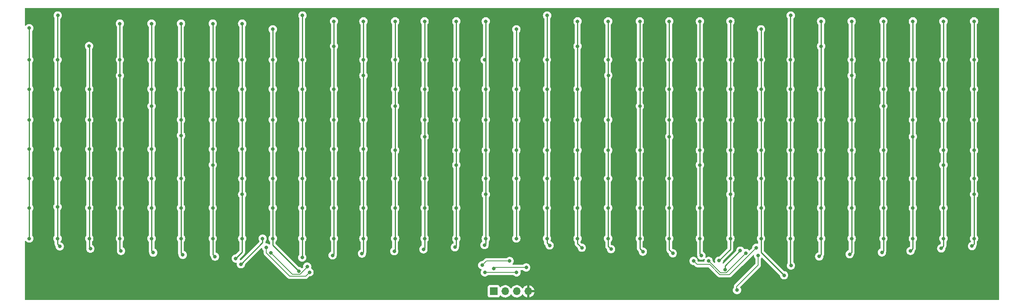
<source format=gbl>
G04 #@! TF.GenerationSoftware,KiCad,Pcbnew,6.0.2+dfsg-1~bpo11+1*
G04 #@! TF.CreationDate,2022-09-22T09:54:57-04:00*
G04 #@! TF.ProjectId,led_matrix_8x32,6c65645f-6d61-4747-9269-785f38783332,rev?*
G04 #@! TF.SameCoordinates,Original*
G04 #@! TF.FileFunction,Copper,L2,Bot*
G04 #@! TF.FilePolarity,Positive*
%FSLAX46Y46*%
G04 Gerber Fmt 4.6, Leading zero omitted, Abs format (unit mm)*
G04 Created by KiCad (PCBNEW 6.0.2+dfsg-1~bpo11+1) date 2022-09-22 09:54:57*
%MOMM*%
%LPD*%
G01*
G04 APERTURE LIST*
G04 #@! TA.AperFunction,ComponentPad*
%ADD10R,1.700000X1.700000*%
G04 #@! TD*
G04 #@! TA.AperFunction,ComponentPad*
%ADD11O,1.700000X1.700000*%
G04 #@! TD*
G04 #@! TA.AperFunction,ViaPad*
%ADD12C,0.800000*%
G04 #@! TD*
G04 #@! TA.AperFunction,Conductor*
%ADD13C,0.200000*%
G04 #@! TD*
G04 #@! TA.AperFunction,Conductor*
%ADD14C,0.250000*%
G04 #@! TD*
G04 APERTURE END LIST*
D10*
X136025000Y-134175000D03*
D11*
X138565000Y-134175000D03*
X141105000Y-134175000D03*
X143645000Y-134175000D03*
D12*
X141050000Y-130000000D03*
X134050000Y-130000000D03*
X139512500Y-127462500D03*
X133475000Y-128400000D03*
X95350000Y-129950000D03*
X94850000Y-128700000D03*
X85800000Y-124475000D03*
X86825000Y-125675000D03*
X136025000Y-129150000D03*
X143175000Y-128900000D03*
X180100000Y-127450000D03*
X183425000Y-127450000D03*
X191675000Y-125725000D03*
X193950000Y-124550000D03*
X193825000Y-133975000D03*
X86825000Y-133800000D03*
X189700000Y-133900000D03*
X194350000Y-126250000D03*
X200075000Y-130625000D03*
X201600000Y-128475000D03*
X207825000Y-126475000D03*
X214550000Y-125975000D03*
X221675000Y-125575000D03*
X227975000Y-125250000D03*
X234762500Y-124687500D03*
X241550000Y-124175000D03*
X187075000Y-129400000D03*
X190412500Y-125187500D03*
X185725000Y-127400000D03*
X181837500Y-126287500D03*
X175525000Y-125775000D03*
X168925000Y-125400000D03*
X161900000Y-124850000D03*
X155450000Y-124550000D03*
X148350000Y-124025000D03*
X39750000Y-122500000D03*
X39750000Y-96250000D03*
X39750000Y-89500000D03*
X39799520Y-73200480D03*
X39750000Y-102750000D03*
X40250000Y-124250000D03*
X39750000Y-109250000D03*
X39750000Y-115500000D03*
X39750000Y-83000000D03*
X33500000Y-96250000D03*
X33500000Y-122500000D03*
X33500000Y-76000000D03*
X33500000Y-102750000D03*
X33500000Y-115750000D03*
X33500000Y-83000000D03*
X33500000Y-109250000D03*
X33500000Y-89500000D03*
X46700480Y-79950480D03*
X46750000Y-89500000D03*
X46750000Y-109250000D03*
X47000000Y-124750000D03*
X46750000Y-96250000D03*
X46750000Y-122500000D03*
X46750000Y-102750000D03*
X46750000Y-115750000D03*
X53500000Y-102750000D03*
X53500000Y-96250000D03*
X53750000Y-125250000D03*
X53500000Y-122500000D03*
X53500000Y-86500000D03*
X53500000Y-75000000D03*
X53500000Y-109250000D03*
X53500000Y-83000000D03*
X53500000Y-115750000D03*
X60500000Y-109250000D03*
X60500000Y-83000000D03*
X60500000Y-115750000D03*
X60500000Y-122500000D03*
X60500000Y-102750000D03*
X60500000Y-93250000D03*
X60500000Y-89500000D03*
X60500000Y-75000000D03*
X60875000Y-125625000D03*
X67000000Y-109250000D03*
X67375000Y-126125000D03*
X67000000Y-99750000D03*
X67000000Y-89500000D03*
X67000000Y-96250000D03*
X67000000Y-83000000D03*
X67000000Y-122500000D03*
X67000000Y-115750000D03*
X67000000Y-75000000D03*
X74000000Y-96250000D03*
X74000000Y-89500000D03*
X74000000Y-102750000D03*
X74000000Y-115750000D03*
X74000000Y-106250000D03*
X74500000Y-126500000D03*
X74000000Y-83000000D03*
X74000000Y-75000000D03*
X74000000Y-122500000D03*
X80500000Y-75000000D03*
X80500000Y-89500000D03*
X80500000Y-112750000D03*
X79075000Y-126925000D03*
X80500000Y-96250000D03*
X80500000Y-102750000D03*
X80500000Y-122500000D03*
X80500000Y-83000000D03*
X80500000Y-109250000D03*
X80212500Y-128187500D03*
X85000000Y-122525000D03*
X93750000Y-109250000D03*
X93799520Y-73200480D03*
X93750000Y-115750000D03*
X93750000Y-126700000D03*
X93750000Y-89500000D03*
X93750000Y-122500000D03*
X93750000Y-83000000D03*
X93750000Y-96250000D03*
X93750000Y-102750000D03*
X87250000Y-109250000D03*
X87250000Y-102750000D03*
X87250000Y-89500000D03*
X87250000Y-83000000D03*
X87250000Y-115750000D03*
X87250000Y-96250000D03*
X92975000Y-129700000D03*
X87250000Y-76250000D03*
X87250000Y-122500000D03*
X100750000Y-96250000D03*
X100750000Y-115750000D03*
X100750000Y-109250000D03*
X100750000Y-74500000D03*
X100750000Y-122500000D03*
X100450000Y-126225000D03*
X100750000Y-89500000D03*
X100750000Y-80000000D03*
X100750000Y-102750000D03*
X107250000Y-86500000D03*
X107250000Y-96250000D03*
X107250000Y-109250000D03*
X107250000Y-83000000D03*
X106925000Y-125825000D03*
X107250000Y-115750000D03*
X107250000Y-102750000D03*
X107250000Y-74500000D03*
X107250000Y-122500000D03*
X114250000Y-74500000D03*
X114250000Y-115750000D03*
X114050000Y-125300000D03*
X114250000Y-83000000D03*
X114250000Y-89500000D03*
X114250000Y-93250000D03*
X114250000Y-103000000D03*
X114250000Y-122500000D03*
X114250000Y-109250000D03*
X120750000Y-115750000D03*
X120750000Y-100000000D03*
X120750000Y-122500000D03*
X120750000Y-74500000D03*
X120500000Y-124900000D03*
X120750000Y-109250000D03*
X120750000Y-83000000D03*
X120750000Y-89500000D03*
X120750000Y-96250000D03*
X127750000Y-115750000D03*
X127750000Y-89500000D03*
X127750000Y-83000000D03*
X127750000Y-122500000D03*
X127750000Y-96250000D03*
X127425000Y-124425000D03*
X127750000Y-74500000D03*
X127750000Y-106250000D03*
X127750000Y-103000000D03*
X133975000Y-123950000D03*
X134250000Y-74500000D03*
X134250000Y-112750000D03*
X134250000Y-109250000D03*
X134250000Y-89500000D03*
X134250000Y-122500000D03*
X134250000Y-103000000D03*
X134250000Y-96250000D03*
X134000000Y-83000000D03*
X147799520Y-73200480D03*
X147750000Y-103000000D03*
X147750000Y-83000000D03*
X147750000Y-115750000D03*
X147750000Y-96250000D03*
X147750000Y-89500000D03*
X147750000Y-122500000D03*
X147750000Y-109250000D03*
X141000000Y-89500000D03*
X141000000Y-109250000D03*
X141000000Y-76250000D03*
X141000000Y-96250000D03*
X141000000Y-103000000D03*
X141000000Y-122500000D03*
X141000000Y-115750000D03*
X141000000Y-83000000D03*
X154500000Y-96250000D03*
X154500000Y-109250000D03*
X154500000Y-89500000D03*
X154500000Y-122500000D03*
X154500000Y-115750000D03*
X154500000Y-80000000D03*
X154500000Y-103000000D03*
X154500000Y-74500000D03*
X161299520Y-86450480D03*
X161250000Y-103000000D03*
X161250000Y-115750000D03*
X161250000Y-74500000D03*
X161250000Y-122500000D03*
X161250000Y-109250000D03*
X161250000Y-83000000D03*
X161250000Y-96250000D03*
X168250000Y-74500000D03*
X168250000Y-122500000D03*
X168250000Y-115750000D03*
X168250000Y-109250000D03*
X168250000Y-103000000D03*
X168250000Y-83000000D03*
X168250000Y-93250000D03*
X168250000Y-89500000D03*
X174750000Y-96250000D03*
X174750000Y-89500000D03*
X174750000Y-74500000D03*
X174750000Y-115750000D03*
X174750000Y-122500000D03*
X174750000Y-83000000D03*
X174750000Y-109250000D03*
X174750000Y-100000000D03*
X181500000Y-103000000D03*
X181500000Y-115750000D03*
X181500000Y-106250000D03*
X181500000Y-122500000D03*
X181500000Y-96250000D03*
X181500000Y-74500000D03*
X181500000Y-83000000D03*
X181500000Y-89500000D03*
X188250000Y-74500000D03*
X188250000Y-103000000D03*
X188250000Y-109250000D03*
X188250000Y-89500000D03*
X188250000Y-96250000D03*
X188250000Y-83000000D03*
X188250000Y-122500000D03*
X188250000Y-112750000D03*
X201500000Y-83000000D03*
X201500000Y-103000000D03*
X201500000Y-96250000D03*
X201549520Y-73200480D03*
X201500000Y-122500000D03*
X201500000Y-115750000D03*
X201500000Y-109250000D03*
X201500000Y-89500000D03*
X195000000Y-96250000D03*
X195000000Y-89500000D03*
X195000000Y-83000000D03*
X195000000Y-122500000D03*
X195000000Y-115750000D03*
X195000000Y-76250000D03*
X195000000Y-103000000D03*
X195000000Y-109250000D03*
X208250000Y-96250000D03*
X208250000Y-115750000D03*
X208250000Y-103000000D03*
X208250000Y-122500000D03*
X208250000Y-74500000D03*
X208250000Y-109250000D03*
X208250000Y-89500000D03*
X208250000Y-80000000D03*
X215000000Y-96250000D03*
X215000000Y-122500000D03*
X215000000Y-86500000D03*
X215000000Y-83000000D03*
X215000000Y-115750000D03*
X215000000Y-109250000D03*
X215000000Y-103000000D03*
X215000000Y-74500000D03*
X222000000Y-83000000D03*
X222000000Y-93250000D03*
X222000000Y-74500000D03*
X222000000Y-103000000D03*
X222000000Y-122500000D03*
X222000000Y-109250000D03*
X222000000Y-89500000D03*
X222000000Y-115750000D03*
X228500000Y-74500000D03*
X228500000Y-122500000D03*
X228500000Y-100000000D03*
X228500000Y-109250000D03*
X228500000Y-89500000D03*
X228500000Y-96250000D03*
X228500000Y-115750000D03*
X228500000Y-83000000D03*
X235250000Y-89500000D03*
X235250000Y-106250000D03*
X235250000Y-83000000D03*
X235250000Y-122500000D03*
X235250000Y-103000000D03*
X235250000Y-115750000D03*
X235250000Y-96250000D03*
X235250000Y-74500000D03*
X242000000Y-83000000D03*
X242000000Y-74500000D03*
X242000000Y-112750000D03*
X242000000Y-89500000D03*
X242000000Y-96250000D03*
X242000000Y-103000000D03*
X242000000Y-109250000D03*
X242000000Y-122500000D03*
D13*
X134050000Y-130000000D02*
X141050000Y-130000000D01*
X133475000Y-128400000D02*
X134425000Y-127450000D01*
X134425000Y-127450000D02*
X139475000Y-127450000D01*
X90959772Y-130799031D02*
X94500969Y-130799031D01*
X85800000Y-125639259D02*
X90959772Y-130799031D01*
X85800000Y-124475000D02*
X85800000Y-125639259D01*
X94500969Y-130799031D02*
X95350000Y-129950000D01*
X93264748Y-130399511D02*
X94850000Y-128814259D01*
X91549511Y-130399511D02*
X93264748Y-130399511D01*
X86825000Y-125675000D02*
X91549511Y-130399511D01*
X94850000Y-128814259D02*
X94850000Y-128700000D01*
X143175000Y-128900000D02*
X136275000Y-128900000D01*
X136275000Y-128900000D02*
X136025000Y-129150000D01*
X193950000Y-124550000D02*
X188000970Y-130499030D01*
X188000970Y-130499030D02*
X185909024Y-130499030D01*
X185909024Y-130499030D02*
X183659994Y-128250000D01*
X183659994Y-128250000D02*
X180900000Y-128250000D01*
X180900000Y-128250000D02*
X180100000Y-127450000D01*
X187364748Y-130099511D02*
X186074511Y-130099511D01*
X191675000Y-125789259D02*
X187364748Y-130099511D01*
X191675000Y-125725000D02*
X191675000Y-125789259D01*
X186074511Y-130099511D02*
X183425000Y-127450000D01*
X194350000Y-126250000D02*
X194350000Y-128375000D01*
X194350000Y-128375000D02*
X189600000Y-133125000D01*
X189600000Y-133800000D02*
X189700000Y-133900000D01*
X189600000Y-133125000D02*
X189600000Y-133800000D01*
D14*
X195000000Y-122500000D02*
X195000000Y-125550000D01*
X195000000Y-125550000D02*
X200075000Y-130625000D01*
X201500000Y-122500000D02*
X201500000Y-128375000D01*
X201500000Y-128375000D02*
X201600000Y-128475000D01*
X208250000Y-122500000D02*
X208250000Y-126050000D01*
X208250000Y-126050000D02*
X207825000Y-126475000D01*
X215000000Y-122500000D02*
X215000000Y-125525000D01*
X215000000Y-125525000D02*
X214550000Y-125975000D01*
X222000000Y-122500000D02*
X222000000Y-125250000D01*
X222000000Y-125250000D02*
X221675000Y-125575000D01*
X228500000Y-122500000D02*
X228500000Y-124700000D01*
X228500000Y-124700000D02*
X227975000Y-125250000D01*
X234825000Y-124600000D02*
X234825000Y-124625000D01*
X234825000Y-124625000D02*
X234762500Y-124687500D01*
X235250000Y-122500000D02*
X235250000Y-124175000D01*
X235250000Y-124175000D02*
X234825000Y-124600000D01*
X242000000Y-122500000D02*
X242000000Y-123725000D01*
X242000000Y-123725000D02*
X241550000Y-124175000D01*
X190412500Y-125187500D02*
X187075000Y-128525000D01*
X187075000Y-128525000D02*
X187075000Y-129400000D01*
X188250000Y-122500000D02*
X188250000Y-124875000D01*
X188250000Y-124875000D02*
X185725000Y-127400000D01*
X181500000Y-122500000D02*
X181500000Y-125950000D01*
X181500000Y-125950000D02*
X181837500Y-126287500D01*
X174750000Y-122500000D02*
X174750000Y-125000000D01*
X174750000Y-125000000D02*
X175525000Y-125775000D01*
X168250000Y-122500000D02*
X168250000Y-124725000D01*
X168250000Y-124725000D02*
X168925000Y-125400000D01*
X161250000Y-122500000D02*
X161250000Y-124200000D01*
X161250000Y-124200000D02*
X161900000Y-124850000D01*
X154500000Y-122500000D02*
X154500000Y-123600000D01*
X154500000Y-123600000D02*
X155450000Y-124550000D01*
X148175000Y-123900000D02*
X148225000Y-123900000D01*
X148225000Y-123900000D02*
X148350000Y-124025000D01*
X147750000Y-122500000D02*
X147750000Y-123475000D01*
X147750000Y-123475000D02*
X148175000Y-123900000D01*
X39750000Y-83000000D02*
X39750000Y-89500000D01*
X39750000Y-122500000D02*
X39750000Y-123750000D01*
X39750000Y-109250000D02*
X39750000Y-115500000D01*
X39750000Y-89500000D02*
X39750000Y-96250000D01*
X39799520Y-73200480D02*
X39750000Y-73250000D01*
X39750000Y-115500000D02*
X39750000Y-122500000D01*
X39750000Y-102750000D02*
X39750000Y-109250000D01*
X39750000Y-123750000D02*
X40250000Y-124250000D01*
X39750000Y-96250000D02*
X39750000Y-102750000D01*
X39750000Y-73250000D02*
X39750000Y-83000000D01*
X33500000Y-109250000D02*
X33500000Y-115750000D01*
X33500000Y-76000000D02*
X33500000Y-83000000D01*
X33500000Y-96250000D02*
X33500000Y-102750000D01*
X33500000Y-83000000D02*
X33500000Y-89500000D01*
X33500000Y-115750000D02*
X33500000Y-122500000D01*
X33500000Y-89500000D02*
X33500000Y-96250000D01*
X33500000Y-102750000D02*
X33500000Y-109250000D01*
X46750000Y-115750000D02*
X46750000Y-122500000D01*
X46750000Y-96250000D02*
X46750000Y-102750000D01*
X46700480Y-79950480D02*
X46750000Y-80000000D01*
X46750000Y-122500000D02*
X46750000Y-124500000D01*
X46750000Y-102750000D02*
X46750000Y-109250000D01*
X46750000Y-89500000D02*
X46750000Y-96250000D01*
X46750000Y-80000000D02*
X46750000Y-89500000D01*
X46750000Y-124500000D02*
X47000000Y-124750000D01*
X46750000Y-109250000D02*
X46750000Y-115750000D01*
X53500000Y-125000000D02*
X53750000Y-125250000D01*
X53500000Y-86500000D02*
X53500000Y-122500000D01*
X53500000Y-75000000D02*
X53500000Y-86500000D01*
X53500000Y-122500000D02*
X53500000Y-125000000D01*
X60500000Y-122500000D02*
X60500000Y-125250000D01*
X60500000Y-93250000D02*
X60500000Y-122500000D01*
X60500000Y-75000000D02*
X60500000Y-93250000D01*
X60500000Y-125250000D02*
X60875000Y-125625000D01*
X67000000Y-122500000D02*
X67000000Y-125750000D01*
X67000000Y-125750000D02*
X67375000Y-126125000D01*
X67000000Y-75000000D02*
X67000000Y-99750000D01*
X67000000Y-99750000D02*
X67000000Y-122500000D01*
X74000000Y-106250000D02*
X74000000Y-122500000D01*
X74000000Y-75000000D02*
X74000000Y-106250000D01*
X74000000Y-122500000D02*
X74000000Y-126000000D01*
X74000000Y-126000000D02*
X74500000Y-126500000D01*
X80500000Y-122500000D02*
X80500000Y-125500000D01*
X80500000Y-125500000D02*
X79075000Y-126925000D01*
X80500000Y-75000000D02*
X80500000Y-112750000D01*
X80500000Y-112750000D02*
X80500000Y-122500000D01*
X85000000Y-123400000D02*
X80212500Y-128187500D01*
X85000000Y-122525000D02*
X85000000Y-123400000D01*
X93750000Y-73250000D02*
X93750000Y-122500000D01*
X93799520Y-73200480D02*
X93750000Y-73250000D01*
X93750000Y-122500000D02*
X93750000Y-126700000D01*
X87250000Y-123975000D02*
X92975000Y-129700000D01*
X87250000Y-122500000D02*
X87250000Y-123975000D01*
X87250000Y-76250000D02*
X87250000Y-122500000D01*
X100750000Y-125925000D02*
X100450000Y-126225000D01*
X100750000Y-74500000D02*
X100750000Y-80000000D01*
X100750000Y-122500000D02*
X100750000Y-125925000D01*
X100750000Y-80000000D02*
X100750000Y-122500000D01*
X107250000Y-86500000D02*
X107250000Y-122500000D01*
X107250000Y-74500000D02*
X107250000Y-86500000D01*
X107250000Y-125500000D02*
X106925000Y-125825000D01*
X107250000Y-122500000D02*
X107250000Y-125500000D01*
X114250000Y-74500000D02*
X114250000Y-93250000D01*
X114250000Y-122500000D02*
X114250000Y-125100000D01*
X114250000Y-93250000D02*
X114250000Y-122500000D01*
X114250000Y-125100000D02*
X114050000Y-125300000D01*
X120750000Y-122500000D02*
X120750000Y-124650000D01*
X120750000Y-100000000D02*
X120750000Y-122500000D01*
X120750000Y-74500000D02*
X120750000Y-100000000D01*
X120750000Y-124650000D02*
X120500000Y-124900000D01*
X127750000Y-74500000D02*
X127750000Y-106250000D01*
X127750000Y-124100000D02*
X127425000Y-124425000D01*
X127750000Y-106250000D02*
X127750000Y-122500000D01*
X127750000Y-122500000D02*
X127750000Y-124100000D01*
X134250000Y-74500000D02*
X134250000Y-112750000D01*
X134250000Y-123675000D02*
X133975000Y-123950000D01*
X134250000Y-122500000D02*
X134250000Y-123675000D01*
X134250000Y-112750000D02*
X134250000Y-122500000D01*
X147799520Y-73200480D02*
X147799520Y-122450480D01*
X141000000Y-76250000D02*
X141000000Y-122500000D01*
X154500000Y-74500000D02*
X154500000Y-80000000D01*
X154500000Y-80000000D02*
X154500000Y-122500000D01*
X161250000Y-74500000D02*
X161250000Y-122500000D01*
X168250000Y-74500000D02*
X168250000Y-93250000D01*
X168250000Y-93250000D02*
X168250000Y-122500000D01*
X174750000Y-100000000D02*
X174750000Y-122500000D01*
X174750000Y-74500000D02*
X174750000Y-100000000D01*
X181500000Y-106250000D02*
X181500000Y-122500000D01*
X181500000Y-74500000D02*
X181500000Y-106250000D01*
X188250000Y-74500000D02*
X188250000Y-112750000D01*
X188250000Y-112750000D02*
X188250000Y-122500000D01*
X201549520Y-73200480D02*
X201500000Y-73250000D01*
X201500000Y-73250000D02*
X201500000Y-122500000D01*
X195000000Y-76250000D02*
X195000000Y-122500000D01*
X208250000Y-74500000D02*
X208250000Y-80000000D01*
X208250000Y-80000000D02*
X208250000Y-122500000D01*
X215000000Y-74500000D02*
X215000000Y-86500000D01*
X215000000Y-86500000D02*
X215000000Y-122500000D01*
X222000000Y-93250000D02*
X222000000Y-122500000D01*
X222000000Y-74500000D02*
X222000000Y-93250000D01*
X228500000Y-74500000D02*
X228500000Y-100000000D01*
X228500000Y-100000000D02*
X228500000Y-122500000D01*
X235250000Y-106250000D02*
X235250000Y-122500000D01*
X235250000Y-74500000D02*
X235250000Y-106250000D01*
X242000000Y-112750000D02*
X242000000Y-122500000D01*
X242000000Y-74500000D02*
X242000000Y-112750000D01*
G04 #@! TA.AperFunction,Conductor*
G36*
X247459121Y-71553002D02*
G01*
X247505614Y-71606658D01*
X247517000Y-71659000D01*
X247517000Y-135991000D01*
X247496998Y-136059121D01*
X247443342Y-136105614D01*
X247391000Y-136117000D01*
X32684000Y-136117000D01*
X32615879Y-136096998D01*
X32569386Y-136043342D01*
X32558000Y-135991000D01*
X32558000Y-135073134D01*
X134666500Y-135073134D01*
X134673255Y-135135316D01*
X134724385Y-135271705D01*
X134811739Y-135388261D01*
X134928295Y-135475615D01*
X135064684Y-135526745D01*
X135126866Y-135533500D01*
X136923134Y-135533500D01*
X136985316Y-135526745D01*
X137121705Y-135475615D01*
X137238261Y-135388261D01*
X137325615Y-135271705D01*
X137347799Y-135212529D01*
X137369598Y-135154382D01*
X137412240Y-135097618D01*
X137478802Y-135072918D01*
X137548150Y-135088126D01*
X137582817Y-135116114D01*
X137611250Y-135148938D01*
X137783126Y-135291632D01*
X137976000Y-135404338D01*
X138184692Y-135484030D01*
X138189760Y-135485061D01*
X138189763Y-135485062D01*
X138284862Y-135504410D01*
X138403597Y-135528567D01*
X138408772Y-135528757D01*
X138408774Y-135528757D01*
X138621673Y-135536564D01*
X138621677Y-135536564D01*
X138626837Y-135536753D01*
X138631957Y-135536097D01*
X138631959Y-135536097D01*
X138843288Y-135509025D01*
X138843289Y-135509025D01*
X138848416Y-135508368D01*
X138853366Y-135506883D01*
X139057429Y-135445661D01*
X139057434Y-135445659D01*
X139062384Y-135444174D01*
X139262994Y-135345896D01*
X139444860Y-135216173D01*
X139603096Y-135058489D01*
X139733453Y-134877077D01*
X139734776Y-134878028D01*
X139781645Y-134834857D01*
X139851580Y-134822625D01*
X139917026Y-134850144D01*
X139944875Y-134881994D01*
X140004987Y-134980088D01*
X140151250Y-135148938D01*
X140323126Y-135291632D01*
X140516000Y-135404338D01*
X140724692Y-135484030D01*
X140729760Y-135485061D01*
X140729763Y-135485062D01*
X140824862Y-135504410D01*
X140943597Y-135528567D01*
X140948772Y-135528757D01*
X140948774Y-135528757D01*
X141161673Y-135536564D01*
X141161677Y-135536564D01*
X141166837Y-135536753D01*
X141171957Y-135536097D01*
X141171959Y-135536097D01*
X141383288Y-135509025D01*
X141383289Y-135509025D01*
X141388416Y-135508368D01*
X141393366Y-135506883D01*
X141597429Y-135445661D01*
X141597434Y-135445659D01*
X141602384Y-135444174D01*
X141802994Y-135345896D01*
X141984860Y-135216173D01*
X142143096Y-135058489D01*
X142273453Y-134877077D01*
X142274640Y-134877930D01*
X142321960Y-134834362D01*
X142391897Y-134822145D01*
X142457338Y-134849678D01*
X142485166Y-134881511D01*
X142542694Y-134975388D01*
X142548777Y-134983699D01*
X142688213Y-135144667D01*
X142695580Y-135151883D01*
X142859434Y-135287916D01*
X142867881Y-135293831D01*
X143051756Y-135401279D01*
X143061042Y-135405729D01*
X143260001Y-135481703D01*
X143269899Y-135484579D01*
X143373250Y-135505606D01*
X143387299Y-135504410D01*
X143391000Y-135494065D01*
X143391000Y-135493517D01*
X143899000Y-135493517D01*
X143903064Y-135507359D01*
X143916478Y-135509393D01*
X143923184Y-135508534D01*
X143933262Y-135506392D01*
X144137255Y-135445191D01*
X144146842Y-135441433D01*
X144338095Y-135347739D01*
X144346945Y-135342464D01*
X144520328Y-135218792D01*
X144528200Y-135212139D01*
X144679052Y-135061812D01*
X144685730Y-135053965D01*
X144810003Y-134881020D01*
X144815313Y-134872183D01*
X144909670Y-134681267D01*
X144913469Y-134671672D01*
X144975377Y-134467910D01*
X144977555Y-134457837D01*
X144978986Y-134446962D01*
X144976775Y-134432778D01*
X144963617Y-134429000D01*
X143917115Y-134429000D01*
X143901876Y-134433475D01*
X143900671Y-134434865D01*
X143899000Y-134442548D01*
X143899000Y-135493517D01*
X143391000Y-135493517D01*
X143391000Y-133902885D01*
X143899000Y-133902885D01*
X143903475Y-133918124D01*
X143904865Y-133919329D01*
X143912548Y-133921000D01*
X144963344Y-133921000D01*
X144976875Y-133917027D01*
X144978180Y-133907947D01*
X144936214Y-133740875D01*
X144932894Y-133731124D01*
X144847972Y-133535814D01*
X144843105Y-133526739D01*
X144727426Y-133347926D01*
X144721136Y-133339757D01*
X144577806Y-133182240D01*
X144570273Y-133175215D01*
X144403139Y-133043222D01*
X144394552Y-133037517D01*
X144208117Y-132934599D01*
X144198705Y-132930369D01*
X143997959Y-132859280D01*
X143987988Y-132856646D01*
X143916837Y-132843972D01*
X143903540Y-132845432D01*
X143899000Y-132859989D01*
X143899000Y-133902885D01*
X143391000Y-133902885D01*
X143391000Y-132858102D01*
X143387082Y-132844758D01*
X143372806Y-132842771D01*
X143334324Y-132848660D01*
X143324288Y-132851051D01*
X143121868Y-132917212D01*
X143112359Y-132921209D01*
X142923463Y-133019542D01*
X142914738Y-133025036D01*
X142744433Y-133152905D01*
X142736726Y-133159748D01*
X142589590Y-133313717D01*
X142583109Y-133321722D01*
X142478498Y-133475074D01*
X142423587Y-133520076D01*
X142353062Y-133528247D01*
X142289315Y-133496993D01*
X142268618Y-133472509D01*
X142187822Y-133347617D01*
X142187820Y-133347614D01*
X142185014Y-133343277D01*
X142034670Y-133178051D01*
X142030619Y-133174852D01*
X142030615Y-133174848D01*
X141863414Y-133042800D01*
X141863410Y-133042798D01*
X141859359Y-133039598D01*
X141823028Y-133019542D01*
X141807136Y-133010769D01*
X141663789Y-132931638D01*
X141658920Y-132929914D01*
X141658916Y-132929912D01*
X141458087Y-132858795D01*
X141458083Y-132858794D01*
X141453212Y-132857069D01*
X141448119Y-132856162D01*
X141448116Y-132856161D01*
X141238373Y-132818800D01*
X141238367Y-132818799D01*
X141233284Y-132817894D01*
X141159452Y-132816992D01*
X141015081Y-132815228D01*
X141015079Y-132815228D01*
X141009911Y-132815165D01*
X140789091Y-132848955D01*
X140576756Y-132918357D01*
X140378607Y-133021507D01*
X140374474Y-133024610D01*
X140374471Y-133024612D01*
X140204100Y-133152530D01*
X140199965Y-133155635D01*
X140196393Y-133159373D01*
X140088729Y-133272037D01*
X140045629Y-133317138D01*
X139938201Y-133474621D01*
X139883293Y-133519621D01*
X139812768Y-133527792D01*
X139749021Y-133496538D01*
X139728324Y-133472054D01*
X139647822Y-133347617D01*
X139647820Y-133347614D01*
X139645014Y-133343277D01*
X139494670Y-133178051D01*
X139490619Y-133174852D01*
X139490615Y-133174848D01*
X139323414Y-133042800D01*
X139323410Y-133042798D01*
X139319359Y-133039598D01*
X139283028Y-133019542D01*
X139267136Y-133010769D01*
X139123789Y-132931638D01*
X139118920Y-132929914D01*
X139118916Y-132929912D01*
X138918087Y-132858795D01*
X138918083Y-132858794D01*
X138913212Y-132857069D01*
X138908119Y-132856162D01*
X138908116Y-132856161D01*
X138698373Y-132818800D01*
X138698367Y-132818799D01*
X138693284Y-132817894D01*
X138619452Y-132816992D01*
X138475081Y-132815228D01*
X138475079Y-132815228D01*
X138469911Y-132815165D01*
X138249091Y-132848955D01*
X138036756Y-132918357D01*
X137838607Y-133021507D01*
X137834474Y-133024610D01*
X137834471Y-133024612D01*
X137664100Y-133152530D01*
X137659965Y-133155635D01*
X137603537Y-133214684D01*
X137579283Y-133240064D01*
X137517759Y-133275494D01*
X137446846Y-133272037D01*
X137389060Y-133230791D01*
X137370207Y-133197243D01*
X137328767Y-133086703D01*
X137325615Y-133078295D01*
X137238261Y-132961739D01*
X137121705Y-132874385D01*
X136985316Y-132823255D01*
X136923134Y-132816500D01*
X135126866Y-132816500D01*
X135064684Y-132823255D01*
X134928295Y-132874385D01*
X134811739Y-132961739D01*
X134724385Y-133078295D01*
X134673255Y-133214684D01*
X134666500Y-133276866D01*
X134666500Y-135073134D01*
X32558000Y-135073134D01*
X32558000Y-123139775D01*
X32578002Y-123071654D01*
X32631658Y-123025161D01*
X32701932Y-123015057D01*
X32766512Y-123044551D01*
X32777631Y-123055459D01*
X32888747Y-123178866D01*
X32969854Y-123237794D01*
X33035114Y-123285208D01*
X33043248Y-123291118D01*
X33049276Y-123293802D01*
X33049278Y-123293803D01*
X33207369Y-123364189D01*
X33217712Y-123368794D01*
X33306954Y-123387763D01*
X33398056Y-123407128D01*
X33398061Y-123407128D01*
X33404513Y-123408500D01*
X33595487Y-123408500D01*
X33601939Y-123407128D01*
X33601944Y-123407128D01*
X33693046Y-123387763D01*
X33782288Y-123368794D01*
X33792631Y-123364189D01*
X33950722Y-123293803D01*
X33950724Y-123293802D01*
X33956752Y-123291118D01*
X33964887Y-123285208D01*
X34030146Y-123237794D01*
X34111253Y-123178866D01*
X34131656Y-123156206D01*
X34234621Y-123041852D01*
X34234625Y-123041847D01*
X34239040Y-123036944D01*
X34334527Y-122871556D01*
X34393542Y-122689928D01*
X34413504Y-122500000D01*
X38836496Y-122500000D01*
X38856458Y-122689928D01*
X38915473Y-122871556D01*
X39010960Y-123036944D01*
X39084137Y-123118215D01*
X39114853Y-123182221D01*
X39116500Y-123202524D01*
X39116500Y-123671233D01*
X39115973Y-123682416D01*
X39114298Y-123689909D01*
X39114547Y-123697835D01*
X39114547Y-123697836D01*
X39116438Y-123757986D01*
X39116500Y-123761945D01*
X39116500Y-123789856D01*
X39116997Y-123793790D01*
X39116997Y-123793791D01*
X39117005Y-123793856D01*
X39117938Y-123805693D01*
X39118664Y-123828794D01*
X39119068Y-123841635D01*
X39119327Y-123849889D01*
X39122386Y-123860417D01*
X39124978Y-123869339D01*
X39128987Y-123888700D01*
X39129958Y-123896382D01*
X39131526Y-123908797D01*
X39134445Y-123916168D01*
X39134445Y-123916170D01*
X39147804Y-123949912D01*
X39151649Y-123961142D01*
X39157478Y-123981206D01*
X39163982Y-124003593D01*
X39168015Y-124010412D01*
X39168017Y-124010417D01*
X39174293Y-124021028D01*
X39182988Y-124038776D01*
X39190448Y-124057617D01*
X39195110Y-124064033D01*
X39195110Y-124064034D01*
X39216436Y-124093387D01*
X39222952Y-124103307D01*
X39240729Y-124133365D01*
X39245458Y-124141362D01*
X39259779Y-124155683D01*
X39272619Y-124170716D01*
X39284528Y-124187107D01*
X39290636Y-124192160D01*
X39290638Y-124192162D01*
X39294586Y-124195428D01*
X39334324Y-124254262D01*
X39339580Y-124279341D01*
X39342131Y-124303611D01*
X39355740Y-124433093D01*
X39356458Y-124439928D01*
X39415473Y-124621556D01*
X39418776Y-124627278D01*
X39418777Y-124627279D01*
X39445080Y-124672836D01*
X39510960Y-124786944D01*
X39515378Y-124791851D01*
X39515379Y-124791852D01*
X39626506Y-124915271D01*
X39638747Y-124928866D01*
X39724671Y-124991294D01*
X39783289Y-125033882D01*
X39793248Y-125041118D01*
X39799276Y-125043802D01*
X39799278Y-125043803D01*
X39959799Y-125115271D01*
X39967712Y-125118794D01*
X40044816Y-125135183D01*
X40148056Y-125157128D01*
X40148061Y-125157128D01*
X40154513Y-125158500D01*
X40345487Y-125158500D01*
X40351939Y-125157128D01*
X40351944Y-125157128D01*
X40455184Y-125135183D01*
X40532288Y-125118794D01*
X40540201Y-125115271D01*
X40700722Y-125043803D01*
X40700724Y-125043802D01*
X40706752Y-125041118D01*
X40716712Y-125033882D01*
X40775329Y-124991294D01*
X40861253Y-124928866D01*
X40873494Y-124915271D01*
X40984621Y-124791852D01*
X40984622Y-124791851D01*
X40989040Y-124786944D01*
X41054920Y-124672836D01*
X41081223Y-124627279D01*
X41081224Y-124627278D01*
X41084527Y-124621556D01*
X41143542Y-124439928D01*
X41144261Y-124433093D01*
X41162814Y-124256565D01*
X41163504Y-124250000D01*
X41159504Y-124211945D01*
X41144232Y-124066635D01*
X41144232Y-124066633D01*
X41143542Y-124060072D01*
X41084527Y-123878444D01*
X41080791Y-123871972D01*
X41037921Y-123797721D01*
X40989040Y-123713056D01*
X40977185Y-123699889D01*
X40865675Y-123576045D01*
X40865674Y-123576044D01*
X40861253Y-123571134D01*
X40744145Y-123486050D01*
X40712094Y-123462763D01*
X40712093Y-123462762D01*
X40706752Y-123458882D01*
X40700724Y-123456198D01*
X40700722Y-123456197D01*
X40538319Y-123383891D01*
X40538318Y-123383891D01*
X40532288Y-123381206D01*
X40483303Y-123370794D01*
X40420830Y-123337066D01*
X40386508Y-123274916D01*
X40383500Y-123247547D01*
X40383500Y-123202524D01*
X40403502Y-123134403D01*
X40415858Y-123118221D01*
X40489040Y-123036944D01*
X40584527Y-122871556D01*
X40643542Y-122689928D01*
X40663504Y-122500000D01*
X40662814Y-122493435D01*
X40644232Y-122316635D01*
X40644232Y-122316633D01*
X40643542Y-122310072D01*
X40584527Y-122128444D01*
X40489040Y-121963056D01*
X40415863Y-121881785D01*
X40385147Y-121817779D01*
X40383500Y-121797476D01*
X40383500Y-116202524D01*
X40403502Y-116134403D01*
X40415858Y-116118221D01*
X40489040Y-116036944D01*
X40584527Y-115871556D01*
X40643542Y-115689928D01*
X40656501Y-115566635D01*
X40662814Y-115506565D01*
X40663504Y-115500000D01*
X40643542Y-115310072D01*
X40584527Y-115128444D01*
X40489040Y-114963056D01*
X40415863Y-114881785D01*
X40385147Y-114817779D01*
X40383500Y-114797476D01*
X40383500Y-109952524D01*
X40403502Y-109884403D01*
X40415858Y-109868221D01*
X40489040Y-109786944D01*
X40584527Y-109621556D01*
X40643542Y-109439928D01*
X40663504Y-109250000D01*
X40643542Y-109060072D01*
X40584527Y-108878444D01*
X40489040Y-108713056D01*
X40415863Y-108631785D01*
X40385147Y-108567779D01*
X40383500Y-108547476D01*
X40383500Y-103452524D01*
X40403502Y-103384403D01*
X40415858Y-103368221D01*
X40489040Y-103286944D01*
X40584527Y-103121556D01*
X40643542Y-102939928D01*
X40656501Y-102816635D01*
X40662814Y-102756565D01*
X40663504Y-102750000D01*
X40643542Y-102560072D01*
X40584527Y-102378444D01*
X40489040Y-102213056D01*
X40415863Y-102131785D01*
X40385147Y-102067779D01*
X40383500Y-102047476D01*
X40383500Y-96952524D01*
X40403502Y-96884403D01*
X40415858Y-96868221D01*
X40489040Y-96786944D01*
X40584527Y-96621556D01*
X40643542Y-96439928D01*
X40663504Y-96250000D01*
X40643542Y-96060072D01*
X40584527Y-95878444D01*
X40489040Y-95713056D01*
X40415863Y-95631785D01*
X40385147Y-95567779D01*
X40383500Y-95547476D01*
X40383500Y-90202524D01*
X40403502Y-90134403D01*
X40415858Y-90118221D01*
X40489040Y-90036944D01*
X40584527Y-89871556D01*
X40643542Y-89689928D01*
X40663504Y-89500000D01*
X40643542Y-89310072D01*
X40584527Y-89128444D01*
X40489040Y-88963056D01*
X40415863Y-88881785D01*
X40385147Y-88817779D01*
X40383500Y-88797476D01*
X40383500Y-83702524D01*
X40403502Y-83634403D01*
X40415858Y-83618221D01*
X40489040Y-83536944D01*
X40584527Y-83371556D01*
X40643542Y-83189928D01*
X40663504Y-83000000D01*
X40643542Y-82810072D01*
X40584527Y-82628444D01*
X40489040Y-82463056D01*
X40415863Y-82381785D01*
X40385147Y-82317779D01*
X40383500Y-82297476D01*
X40383500Y-79950480D01*
X45786976Y-79950480D01*
X45806938Y-80140408D01*
X45865953Y-80322036D01*
X45961440Y-80487424D01*
X45965858Y-80492331D01*
X45965859Y-80492332D01*
X46084136Y-80623692D01*
X46114854Y-80687699D01*
X46116500Y-80708002D01*
X46116500Y-88797476D01*
X46096498Y-88865597D01*
X46084142Y-88881779D01*
X46010960Y-88963056D01*
X45915473Y-89128444D01*
X45856458Y-89310072D01*
X45836496Y-89500000D01*
X45856458Y-89689928D01*
X45915473Y-89871556D01*
X46010960Y-90036944D01*
X46084137Y-90118215D01*
X46114853Y-90182221D01*
X46116500Y-90202524D01*
X46116500Y-95547476D01*
X46096498Y-95615597D01*
X46084142Y-95631779D01*
X46010960Y-95713056D01*
X45915473Y-95878444D01*
X45856458Y-96060072D01*
X45836496Y-96250000D01*
X45856458Y-96439928D01*
X45915473Y-96621556D01*
X46010960Y-96786944D01*
X46084137Y-96868215D01*
X46114853Y-96932221D01*
X46116500Y-96952524D01*
X46116500Y-102047476D01*
X46096498Y-102115597D01*
X46084142Y-102131779D01*
X46010960Y-102213056D01*
X45915473Y-102378444D01*
X45856458Y-102560072D01*
X45836496Y-102750000D01*
X45837186Y-102756565D01*
X45843500Y-102816635D01*
X45856458Y-102939928D01*
X45915473Y-103121556D01*
X46010960Y-103286944D01*
X46084137Y-103368215D01*
X46114853Y-103432221D01*
X46116500Y-103452524D01*
X46116500Y-108547476D01*
X46096498Y-108615597D01*
X46084142Y-108631779D01*
X46010960Y-108713056D01*
X45915473Y-108878444D01*
X45856458Y-109060072D01*
X45836496Y-109250000D01*
X45856458Y-109439928D01*
X45915473Y-109621556D01*
X46010960Y-109786944D01*
X46084137Y-109868215D01*
X46114853Y-109932221D01*
X46116500Y-109952524D01*
X46116500Y-115047476D01*
X46096498Y-115115597D01*
X46084142Y-115131779D01*
X46010960Y-115213056D01*
X45915473Y-115378444D01*
X45856458Y-115560072D01*
X45855768Y-115566633D01*
X45855768Y-115566635D01*
X45842810Y-115689928D01*
X45836496Y-115750000D01*
X45856458Y-115939928D01*
X45915473Y-116121556D01*
X46010960Y-116286944D01*
X46084137Y-116368215D01*
X46114853Y-116432221D01*
X46116500Y-116452524D01*
X46116500Y-121797476D01*
X46096498Y-121865597D01*
X46084142Y-121881779D01*
X46010960Y-121963056D01*
X45915473Y-122128444D01*
X45856458Y-122310072D01*
X45855768Y-122316633D01*
X45855768Y-122316635D01*
X45837186Y-122493435D01*
X45836496Y-122500000D01*
X45856458Y-122689928D01*
X45915473Y-122871556D01*
X46010960Y-123036944D01*
X46084137Y-123118215D01*
X46114853Y-123182221D01*
X46116500Y-123202524D01*
X46116500Y-124421233D01*
X46115973Y-124432416D01*
X46114298Y-124439909D01*
X46114547Y-124447834D01*
X46114547Y-124447835D01*
X46114728Y-124453593D01*
X46116337Y-124504751D01*
X46116360Y-124505491D01*
X46110254Y-124548388D01*
X46106458Y-124560072D01*
X46105768Y-124566633D01*
X46105768Y-124566635D01*
X46095439Y-124664909D01*
X46086496Y-124750000D01*
X46087186Y-124756565D01*
X46105740Y-124933093D01*
X46106458Y-124939928D01*
X46165473Y-125121556D01*
X46168776Y-125127278D01*
X46168777Y-125127279D01*
X46186803Y-125158500D01*
X46260960Y-125286944D01*
X46265378Y-125291851D01*
X46265379Y-125291852D01*
X46384325Y-125423955D01*
X46388747Y-125428866D01*
X46477979Y-125493697D01*
X46526385Y-125528866D01*
X46543248Y-125541118D01*
X46549276Y-125543802D01*
X46549278Y-125543803D01*
X46704049Y-125612711D01*
X46717712Y-125618794D01*
X46794294Y-125635072D01*
X46898056Y-125657128D01*
X46898061Y-125657128D01*
X46904513Y-125658500D01*
X47095487Y-125658500D01*
X47101939Y-125657128D01*
X47101944Y-125657128D01*
X47205706Y-125635072D01*
X47282288Y-125618794D01*
X47295951Y-125612711D01*
X47450722Y-125543803D01*
X47450724Y-125543802D01*
X47456752Y-125541118D01*
X47473616Y-125528866D01*
X47522021Y-125493697D01*
X47611253Y-125428866D01*
X47615675Y-125423955D01*
X47734621Y-125291852D01*
X47734622Y-125291851D01*
X47739040Y-125286944D01*
X47813197Y-125158500D01*
X47831223Y-125127279D01*
X47831224Y-125127278D01*
X47834527Y-125121556D01*
X47893542Y-124939928D01*
X47894261Y-124933093D01*
X47912814Y-124756565D01*
X47913504Y-124750000D01*
X47904561Y-124664909D01*
X47894232Y-124566635D01*
X47894232Y-124566633D01*
X47893542Y-124560072D01*
X47834527Y-124378444D01*
X47827552Y-124366362D01*
X47794708Y-124309476D01*
X47739040Y-124213056D01*
X47715676Y-124187107D01*
X47615675Y-124076045D01*
X47615674Y-124076044D01*
X47611253Y-124071134D01*
X47507817Y-123995983D01*
X47462094Y-123962763D01*
X47462093Y-123962762D01*
X47456752Y-123958882D01*
X47450724Y-123956198D01*
X47446496Y-123953757D01*
X47397505Y-123902373D01*
X47383500Y-123844640D01*
X47383500Y-123202524D01*
X47403502Y-123134403D01*
X47415858Y-123118221D01*
X47489040Y-123036944D01*
X47584527Y-122871556D01*
X47643542Y-122689928D01*
X47663504Y-122500000D01*
X52586496Y-122500000D01*
X52606458Y-122689928D01*
X52665473Y-122871556D01*
X52760960Y-123036944D01*
X52834137Y-123118215D01*
X52864853Y-123182221D01*
X52866500Y-123202524D01*
X52866500Y-124921233D01*
X52865973Y-124932416D01*
X52864298Y-124939909D01*
X52866331Y-125004563D01*
X52866360Y-125005491D01*
X52860254Y-125048388D01*
X52856458Y-125060072D01*
X52855768Y-125066633D01*
X52855768Y-125066635D01*
X52839233Y-125223955D01*
X52836496Y-125250000D01*
X52837186Y-125256565D01*
X52855220Y-125428145D01*
X52856458Y-125439928D01*
X52915473Y-125621556D01*
X52918776Y-125627278D01*
X52918777Y-125627279D01*
X52949249Y-125680058D01*
X53010960Y-125786944D01*
X53015378Y-125791851D01*
X53015379Y-125791852D01*
X53127745Y-125916647D01*
X53138747Y-125928866D01*
X53202245Y-125975000D01*
X53276286Y-126028794D01*
X53293248Y-126041118D01*
X53299276Y-126043802D01*
X53299278Y-126043803D01*
X53461681Y-126116109D01*
X53467712Y-126118794D01*
X53542680Y-126134729D01*
X53648056Y-126157128D01*
X53648061Y-126157128D01*
X53654513Y-126158500D01*
X53845487Y-126158500D01*
X53851939Y-126157128D01*
X53851944Y-126157128D01*
X53957320Y-126134729D01*
X54032288Y-126118794D01*
X54038319Y-126116109D01*
X54200722Y-126043803D01*
X54200724Y-126043802D01*
X54206752Y-126041118D01*
X54223715Y-126028794D01*
X54297755Y-125975000D01*
X54361253Y-125928866D01*
X54372255Y-125916647D01*
X54484621Y-125791852D01*
X54484622Y-125791851D01*
X54489040Y-125786944D01*
X54550751Y-125680058D01*
X54581223Y-125627279D01*
X54581224Y-125627278D01*
X54584527Y-125621556D01*
X54643542Y-125439928D01*
X54644781Y-125428145D01*
X54662814Y-125256565D01*
X54663504Y-125250000D01*
X54660767Y-125223955D01*
X54644232Y-125066635D01*
X54644232Y-125066633D01*
X54643542Y-125060072D01*
X54584527Y-124878444D01*
X54573178Y-124858786D01*
X54528094Y-124780699D01*
X54489040Y-124713056D01*
X54480701Y-124703794D01*
X54365675Y-124576045D01*
X54365674Y-124576044D01*
X54361253Y-124571134D01*
X54233677Y-124478444D01*
X54212094Y-124462763D01*
X54212093Y-124462762D01*
X54206752Y-124458882D01*
X54200724Y-124456198D01*
X54196496Y-124453757D01*
X54147505Y-124402373D01*
X54133500Y-124344640D01*
X54133500Y-123202524D01*
X54153502Y-123134403D01*
X54165858Y-123118221D01*
X54239040Y-123036944D01*
X54334527Y-122871556D01*
X54393542Y-122689928D01*
X54413504Y-122500000D01*
X59586496Y-122500000D01*
X59606458Y-122689928D01*
X59665473Y-122871556D01*
X59760960Y-123036944D01*
X59834137Y-123118215D01*
X59864853Y-123182221D01*
X59866500Y-123202524D01*
X59866500Y-125171233D01*
X59865973Y-125182416D01*
X59864298Y-125189909D01*
X59864547Y-125197835D01*
X59864547Y-125197836D01*
X59866438Y-125257986D01*
X59866500Y-125261945D01*
X59866500Y-125289856D01*
X59866997Y-125293790D01*
X59866997Y-125293791D01*
X59867005Y-125293856D01*
X59867938Y-125305693D01*
X59869327Y-125349889D01*
X59874978Y-125369339D01*
X59878987Y-125388700D01*
X59881526Y-125408797D01*
X59884445Y-125416168D01*
X59884445Y-125416170D01*
X59897804Y-125449912D01*
X59901649Y-125461142D01*
X59902898Y-125465442D01*
X59913982Y-125503593D01*
X59918015Y-125510412D01*
X59918017Y-125510417D01*
X59924293Y-125521028D01*
X59932988Y-125538776D01*
X59940448Y-125557617D01*
X59945107Y-125564030D01*
X59946603Y-125566751D01*
X59961514Y-125624830D01*
X59961496Y-125625000D01*
X59962186Y-125631565D01*
X59980311Y-125804011D01*
X59981458Y-125814928D01*
X60040473Y-125996556D01*
X60043776Y-126002278D01*
X60043777Y-126002279D01*
X60114630Y-126125000D01*
X60135960Y-126161944D01*
X60140378Y-126166851D01*
X60140379Y-126166852D01*
X60243100Y-126280935D01*
X60263747Y-126303866D01*
X60351700Y-126367768D01*
X60403886Y-126405683D01*
X60418248Y-126416118D01*
X60424276Y-126418802D01*
X60424278Y-126418803D01*
X60570880Y-126484074D01*
X60592712Y-126493794D01*
X60658365Y-126507749D01*
X60773056Y-126532128D01*
X60773061Y-126532128D01*
X60779513Y-126533500D01*
X60970487Y-126533500D01*
X60976939Y-126532128D01*
X60976944Y-126532128D01*
X61091635Y-126507749D01*
X61157288Y-126493794D01*
X61179120Y-126484074D01*
X61325722Y-126418803D01*
X61325724Y-126418802D01*
X61331752Y-126416118D01*
X61346115Y-126405683D01*
X61398300Y-126367768D01*
X61486253Y-126303866D01*
X61506900Y-126280935D01*
X61609621Y-126166852D01*
X61609622Y-126166851D01*
X61614040Y-126161944D01*
X61635370Y-126125000D01*
X61706223Y-126002279D01*
X61706224Y-126002278D01*
X61709527Y-125996556D01*
X61768542Y-125814928D01*
X61769690Y-125804011D01*
X61787814Y-125631565D01*
X61788504Y-125625000D01*
X61774986Y-125496382D01*
X61769232Y-125441635D01*
X61769232Y-125441633D01*
X61768542Y-125435072D01*
X61709527Y-125253444D01*
X61705220Y-125245983D01*
X61659139Y-125166170D01*
X61614040Y-125088056D01*
X61608703Y-125082128D01*
X61490675Y-124951045D01*
X61490674Y-124951044D01*
X61486253Y-124946134D01*
X61360590Y-124854834D01*
X61337094Y-124837763D01*
X61337093Y-124837762D01*
X61331752Y-124833882D01*
X61325724Y-124831198D01*
X61325722Y-124831197D01*
X61208251Y-124778896D01*
X61154155Y-124732916D01*
X61133500Y-124663789D01*
X61133500Y-123202524D01*
X61153502Y-123134403D01*
X61165858Y-123118221D01*
X61239040Y-123036944D01*
X61334527Y-122871556D01*
X61393542Y-122689928D01*
X61413504Y-122500000D01*
X66086496Y-122500000D01*
X66106458Y-122689928D01*
X66165473Y-122871556D01*
X66260960Y-123036944D01*
X66334137Y-123118215D01*
X66364853Y-123182221D01*
X66366500Y-123202524D01*
X66366500Y-125671233D01*
X66365973Y-125682416D01*
X66364298Y-125689909D01*
X66364547Y-125697835D01*
X66364547Y-125697836D01*
X66366438Y-125757986D01*
X66366500Y-125761945D01*
X66366500Y-125789856D01*
X66366997Y-125793790D01*
X66366997Y-125793791D01*
X66367005Y-125793856D01*
X66367938Y-125805693D01*
X66369327Y-125849889D01*
X66374697Y-125868372D01*
X66374978Y-125869339D01*
X66378987Y-125888700D01*
X66381526Y-125908797D01*
X66384445Y-125916168D01*
X66384445Y-125916170D01*
X66397804Y-125949912D01*
X66401649Y-125961142D01*
X66411771Y-125995983D01*
X66413982Y-126003593D01*
X66418015Y-126010412D01*
X66418017Y-126010417D01*
X66424293Y-126021028D01*
X66432988Y-126038776D01*
X66440448Y-126057617D01*
X66445107Y-126064030D01*
X66446603Y-126066751D01*
X66461514Y-126124830D01*
X66461496Y-126125000D01*
X66462186Y-126131565D01*
X66480690Y-126307617D01*
X66481458Y-126314928D01*
X66540473Y-126496556D01*
X66543776Y-126502278D01*
X66543777Y-126502279D01*
X66576946Y-126559729D01*
X66635960Y-126661944D01*
X66640378Y-126666851D01*
X66640379Y-126666852D01*
X66759325Y-126798955D01*
X66763747Y-126803866D01*
X66841452Y-126860322D01*
X66912813Y-126912169D01*
X66918248Y-126916118D01*
X66924276Y-126918802D01*
X66924278Y-126918803D01*
X67062381Y-126980290D01*
X67092712Y-126993794D01*
X67173584Y-127010984D01*
X67273056Y-127032128D01*
X67273061Y-127032128D01*
X67279513Y-127033500D01*
X67470487Y-127033500D01*
X67476939Y-127032128D01*
X67476944Y-127032128D01*
X67576416Y-127010984D01*
X67657288Y-126993794D01*
X67687619Y-126980290D01*
X67825722Y-126918803D01*
X67825724Y-126918802D01*
X67831752Y-126916118D01*
X67837188Y-126912169D01*
X67908548Y-126860322D01*
X67986253Y-126803866D01*
X67990675Y-126798955D01*
X68109621Y-126666852D01*
X68109622Y-126666851D01*
X68114040Y-126661944D01*
X68173054Y-126559729D01*
X68206223Y-126502279D01*
X68206224Y-126502278D01*
X68209527Y-126496556D01*
X68268542Y-126314928D01*
X68269311Y-126307617D01*
X68287814Y-126131565D01*
X68288504Y-126125000D01*
X68286311Y-126104135D01*
X68269232Y-125941635D01*
X68269232Y-125941633D01*
X68268542Y-125935072D01*
X68209527Y-125753444D01*
X68187587Y-125715442D01*
X68169365Y-125683882D01*
X68114040Y-125588056D01*
X68108196Y-125581565D01*
X67990675Y-125451045D01*
X67990674Y-125451044D01*
X67986253Y-125446134D01*
X67845407Y-125343803D01*
X67837094Y-125337763D01*
X67837093Y-125337762D01*
X67831752Y-125333882D01*
X67825724Y-125331198D01*
X67825722Y-125331197D01*
X67708251Y-125278896D01*
X67654155Y-125232916D01*
X67633500Y-125163789D01*
X67633500Y-123202524D01*
X67653502Y-123134403D01*
X67665858Y-123118221D01*
X67739040Y-123036944D01*
X67834527Y-122871556D01*
X67893542Y-122689928D01*
X67913504Y-122500000D01*
X73086496Y-122500000D01*
X73106458Y-122689928D01*
X73165473Y-122871556D01*
X73260960Y-123036944D01*
X73334137Y-123118215D01*
X73364853Y-123182221D01*
X73366500Y-123202524D01*
X73366500Y-125921233D01*
X73365973Y-125932416D01*
X73364298Y-125939909D01*
X73364547Y-125947835D01*
X73364547Y-125947836D01*
X73366438Y-126007986D01*
X73366500Y-126011945D01*
X73366500Y-126039856D01*
X73366997Y-126043790D01*
X73366997Y-126043791D01*
X73367005Y-126043856D01*
X73367938Y-126055693D01*
X73369327Y-126099889D01*
X73374978Y-126119339D01*
X73378987Y-126138700D01*
X73380404Y-126149912D01*
X73381526Y-126158797D01*
X73384445Y-126166168D01*
X73384445Y-126166170D01*
X73397804Y-126199912D01*
X73401649Y-126211142D01*
X73407582Y-126231565D01*
X73413982Y-126253593D01*
X73418015Y-126260412D01*
X73418017Y-126260417D01*
X73424293Y-126271028D01*
X73432988Y-126288776D01*
X73440448Y-126307617D01*
X73445110Y-126314033D01*
X73445110Y-126314034D01*
X73466436Y-126343387D01*
X73472952Y-126353307D01*
X73489508Y-126381301D01*
X73495458Y-126391362D01*
X73509779Y-126405683D01*
X73522619Y-126420716D01*
X73534528Y-126437107D01*
X73540636Y-126442160D01*
X73540638Y-126442162D01*
X73544586Y-126445428D01*
X73584324Y-126504262D01*
X73589580Y-126529342D01*
X73604917Y-126675263D01*
X73606458Y-126689928D01*
X73665473Y-126871556D01*
X73668776Y-126877278D01*
X73668777Y-126877279D01*
X73757658Y-127031225D01*
X73760960Y-127036944D01*
X73765378Y-127041851D01*
X73765379Y-127041852D01*
X73884325Y-127173955D01*
X73888747Y-127178866D01*
X73975774Y-127242095D01*
X74029409Y-127281063D01*
X74043248Y-127291118D01*
X74049276Y-127293802D01*
X74049278Y-127293803D01*
X74211681Y-127366109D01*
X74217712Y-127368794D01*
X74311112Y-127388647D01*
X74398056Y-127407128D01*
X74398061Y-127407128D01*
X74404513Y-127408500D01*
X74595487Y-127408500D01*
X74601939Y-127407128D01*
X74601944Y-127407128D01*
X74688888Y-127388647D01*
X74782288Y-127368794D01*
X74788319Y-127366109D01*
X74950722Y-127293803D01*
X74950724Y-127293802D01*
X74956752Y-127291118D01*
X74970592Y-127281063D01*
X75024226Y-127242095D01*
X75111253Y-127178866D01*
X75115675Y-127173955D01*
X75234621Y-127041852D01*
X75234622Y-127041851D01*
X75239040Y-127036944D01*
X75242342Y-127031225D01*
X75303671Y-126925000D01*
X78161496Y-126925000D01*
X78162186Y-126931565D01*
X78178955Y-127091109D01*
X78181458Y-127114928D01*
X78240473Y-127296556D01*
X78335960Y-127461944D01*
X78340378Y-127466851D01*
X78340379Y-127466852D01*
X78429750Y-127566109D01*
X78463747Y-127603866D01*
X78618248Y-127716118D01*
X78624276Y-127718802D01*
X78624278Y-127718803D01*
X78755843Y-127777379D01*
X78792712Y-127793794D01*
X78886113Y-127813647D01*
X78973056Y-127832128D01*
X78973061Y-127832128D01*
X78979513Y-127833500D01*
X79170487Y-127833500D01*
X79176944Y-127832128D01*
X79183515Y-127831437D01*
X79183738Y-127833561D01*
X79244573Y-127838210D01*
X79301200Y-127881034D01*
X79325686Y-127947674D01*
X79321097Y-127984563D01*
X79322371Y-127984834D01*
X79320997Y-127991295D01*
X79318958Y-127997572D01*
X79318268Y-128004133D01*
X79318268Y-128004135D01*
X79305780Y-128122951D01*
X79298996Y-128187500D01*
X79299686Y-128194065D01*
X79317417Y-128362763D01*
X79318958Y-128377428D01*
X79377973Y-128559056D01*
X79473460Y-128724444D01*
X79477878Y-128729351D01*
X79477879Y-128729352D01*
X79594164Y-128858500D01*
X79601247Y-128866366D01*
X79755748Y-128978618D01*
X79761776Y-128981302D01*
X79761778Y-128981303D01*
X79881776Y-129034729D01*
X79930212Y-129056294D01*
X80002014Y-129071556D01*
X80110556Y-129094628D01*
X80110561Y-129094628D01*
X80117013Y-129096000D01*
X80307987Y-129096000D01*
X80314439Y-129094628D01*
X80314444Y-129094628D01*
X80422986Y-129071556D01*
X80494788Y-129056294D01*
X80543224Y-129034729D01*
X80663222Y-128981303D01*
X80663224Y-128981302D01*
X80669252Y-128978618D01*
X80823753Y-128866366D01*
X80830836Y-128858500D01*
X80947121Y-128729352D01*
X80947122Y-128729351D01*
X80951540Y-128724444D01*
X81047027Y-128559056D01*
X81106042Y-128377428D01*
X81107584Y-128362763D01*
X81116409Y-128278794D01*
X81123407Y-128212206D01*
X81150420Y-128146550D01*
X81159622Y-128136282D01*
X84694656Y-124601248D01*
X84756968Y-124567222D01*
X84827783Y-124572287D01*
X84884619Y-124614834D01*
X84906188Y-124662362D01*
X84906458Y-124664928D01*
X84908500Y-124671212D01*
X84908500Y-124671213D01*
X84921814Y-124712188D01*
X84965473Y-124846556D01*
X84968776Y-124852278D01*
X84968777Y-124852279D01*
X84986922Y-124883706D01*
X85060960Y-125011944D01*
X85065378Y-125016851D01*
X85065379Y-125016852D01*
X85159136Y-125120980D01*
X85189854Y-125184987D01*
X85191500Y-125205290D01*
X85191500Y-125591123D01*
X85190422Y-125607566D01*
X85186250Y-125639259D01*
X85191500Y-125679139D01*
X85191500Y-125679144D01*
X85203666Y-125771556D01*
X85207162Y-125798110D01*
X85268476Y-125946135D01*
X85273503Y-125952686D01*
X85273504Y-125952688D01*
X85341520Y-126041328D01*
X85341526Y-126041334D01*
X85366013Y-126073246D01*
X85372568Y-126078276D01*
X85391379Y-126092711D01*
X85403770Y-126103578D01*
X90495457Y-131195265D01*
X90506324Y-131207656D01*
X90525785Y-131233018D01*
X90532335Y-131238044D01*
X90557693Y-131257502D01*
X90557709Y-131257516D01*
X90607077Y-131295397D01*
X90652896Y-131330555D01*
X90800921Y-131391869D01*
X90959772Y-131412782D01*
X90991471Y-131408609D01*
X91007916Y-131407531D01*
X94452833Y-131407531D01*
X94469276Y-131408609D01*
X94500969Y-131412781D01*
X94509158Y-131411703D01*
X94540843Y-131407532D01*
X94540853Y-131407531D01*
X94540854Y-131407531D01*
X94640426Y-131394422D01*
X94651633Y-131392947D01*
X94651635Y-131392946D01*
X94659820Y-131391869D01*
X94807845Y-131330555D01*
X94814399Y-131325526D01*
X94903038Y-131257511D01*
X94903044Y-131257505D01*
X94928403Y-131238046D01*
X94934956Y-131233018D01*
X94939986Y-131226463D01*
X94954421Y-131207652D01*
X94965288Y-131195261D01*
X95265144Y-130895405D01*
X95327456Y-130861379D01*
X95354239Y-130858500D01*
X95445487Y-130858500D01*
X95451939Y-130857128D01*
X95451944Y-130857128D01*
X95538887Y-130838647D01*
X95632288Y-130818794D01*
X95638319Y-130816109D01*
X95800722Y-130743803D01*
X95800724Y-130743802D01*
X95806752Y-130741118D01*
X95961253Y-130628866D01*
X96044020Y-130536944D01*
X96084621Y-130491852D01*
X96084622Y-130491851D01*
X96089040Y-130486944D01*
X96184527Y-130321556D01*
X96243542Y-130139928D01*
X96263504Y-129950000D01*
X96251300Y-129833882D01*
X96244232Y-129766635D01*
X96244232Y-129766633D01*
X96243542Y-129760072D01*
X96184527Y-129578444D01*
X96089040Y-129413056D01*
X96061193Y-129382128D01*
X95965675Y-129276045D01*
X95965674Y-129276044D01*
X95961253Y-129271134D01*
X95829837Y-129175654D01*
X95812094Y-129162763D01*
X95812093Y-129162762D01*
X95806752Y-129158882D01*
X95778828Y-129146450D01*
X95724734Y-129100472D01*
X95704083Y-129032545D01*
X95710243Y-128992410D01*
X95743542Y-128889928D01*
X95745611Y-128870249D01*
X95762814Y-128706565D01*
X95763504Y-128700000D01*
X95748876Y-128560819D01*
X95744232Y-128516635D01*
X95744232Y-128516633D01*
X95743542Y-128510072D01*
X95707777Y-128400000D01*
X132561496Y-128400000D01*
X132562186Y-128406565D01*
X132578399Y-128560819D01*
X132581458Y-128589928D01*
X132640473Y-128771556D01*
X132643776Y-128777278D01*
X132643777Y-128777279D01*
X132652780Y-128792872D01*
X132735960Y-128936944D01*
X132740378Y-128941851D01*
X132740379Y-128941852D01*
X132843423Y-129056294D01*
X132863747Y-129078866D01*
X133018248Y-129191118D01*
X133024276Y-129193802D01*
X133024278Y-129193803D01*
X133184799Y-129265271D01*
X133192712Y-129268794D01*
X133199167Y-129270166D01*
X133199176Y-129270169D01*
X133228358Y-129276372D01*
X133290831Y-129310100D01*
X133325152Y-129372250D01*
X133320423Y-129443089D01*
X133310036Y-129462523D01*
X133310960Y-129463056D01*
X133244341Y-129578444D01*
X133215473Y-129628444D01*
X133156458Y-129810072D01*
X133155768Y-129816633D01*
X133155768Y-129816635D01*
X133142566Y-129942251D01*
X133136496Y-130000000D01*
X133156458Y-130189928D01*
X133215473Y-130371556D01*
X133310960Y-130536944D01*
X133438747Y-130678866D01*
X133593248Y-130791118D01*
X133599276Y-130793802D01*
X133599278Y-130793803D01*
X133761681Y-130866109D01*
X133767712Y-130868794D01*
X133861112Y-130888647D01*
X133948056Y-130907128D01*
X133948061Y-130907128D01*
X133954513Y-130908500D01*
X134145487Y-130908500D01*
X134151939Y-130907128D01*
X134151944Y-130907128D01*
X134238888Y-130888647D01*
X134332288Y-130868794D01*
X134338319Y-130866109D01*
X134500722Y-130793803D01*
X134500724Y-130793802D01*
X134506752Y-130791118D01*
X134661253Y-130678866D01*
X134687074Y-130650189D01*
X134747520Y-130612950D01*
X134780710Y-130608500D01*
X140319290Y-130608500D01*
X140387411Y-130628502D01*
X140412926Y-130650189D01*
X140438747Y-130678866D01*
X140593248Y-130791118D01*
X140599276Y-130793802D01*
X140599278Y-130793803D01*
X140761681Y-130866109D01*
X140767712Y-130868794D01*
X140861112Y-130888647D01*
X140948056Y-130907128D01*
X140948061Y-130907128D01*
X140954513Y-130908500D01*
X141145487Y-130908500D01*
X141151939Y-130907128D01*
X141151944Y-130907128D01*
X141238888Y-130888647D01*
X141332288Y-130868794D01*
X141338319Y-130866109D01*
X141500722Y-130793803D01*
X141500724Y-130793802D01*
X141506752Y-130791118D01*
X141661253Y-130678866D01*
X141789040Y-130536944D01*
X141884527Y-130371556D01*
X141943542Y-130189928D01*
X141963504Y-130000000D01*
X141957434Y-129942251D01*
X141944232Y-129816635D01*
X141944232Y-129816633D01*
X141943542Y-129810072D01*
X141903630Y-129687237D01*
X141899146Y-129673436D01*
X141897118Y-129602469D01*
X141933781Y-129541671D01*
X141997493Y-129510345D01*
X142018979Y-129508500D01*
X142444290Y-129508500D01*
X142512411Y-129528502D01*
X142537926Y-129550189D01*
X142563747Y-129578866D01*
X142571817Y-129584729D01*
X142640636Y-129634729D01*
X142718248Y-129691118D01*
X142724276Y-129693802D01*
X142724278Y-129693803D01*
X142886681Y-129766109D01*
X142892712Y-129768794D01*
X142986112Y-129788647D01*
X143073056Y-129807128D01*
X143073061Y-129807128D01*
X143079513Y-129808500D01*
X143270487Y-129808500D01*
X143276939Y-129807128D01*
X143276944Y-129807128D01*
X143363888Y-129788647D01*
X143457288Y-129768794D01*
X143463319Y-129766109D01*
X143625722Y-129693803D01*
X143625724Y-129693802D01*
X143631752Y-129691118D01*
X143786253Y-129578866D01*
X143812074Y-129550189D01*
X143909621Y-129441852D01*
X143909622Y-129441851D01*
X143914040Y-129436944D01*
X144009527Y-129271556D01*
X144068542Y-129089928D01*
X144074783Y-129030553D01*
X144087814Y-128906565D01*
X144088504Y-128900000D01*
X144086756Y-128883365D01*
X144069232Y-128716635D01*
X144069232Y-128716633D01*
X144068542Y-128710072D01*
X144009527Y-128528444D01*
X143979231Y-128475969D01*
X143961333Y-128444970D01*
X143914040Y-128363056D01*
X143908703Y-128357128D01*
X143790675Y-128226045D01*
X143790674Y-128226044D01*
X143786253Y-128221134D01*
X143687157Y-128149136D01*
X143637094Y-128112763D01*
X143637093Y-128112762D01*
X143631752Y-128108882D01*
X143625724Y-128106198D01*
X143625722Y-128106197D01*
X143463319Y-128033891D01*
X143463318Y-128033891D01*
X143457288Y-128031206D01*
X143330951Y-128004352D01*
X143276944Y-127992872D01*
X143276939Y-127992872D01*
X143270487Y-127991500D01*
X143079513Y-127991500D01*
X143073061Y-127992872D01*
X143073056Y-127992872D01*
X143019049Y-128004352D01*
X142892712Y-128031206D01*
X142886682Y-128033891D01*
X142886681Y-128033891D01*
X142724278Y-128106197D01*
X142724276Y-128106198D01*
X142718248Y-128108882D01*
X142712907Y-128112762D01*
X142712906Y-128112763D01*
X142643684Y-128163056D01*
X142563747Y-128221134D01*
X142559334Y-128226036D01*
X142559332Y-128226037D01*
X142537926Y-128249811D01*
X142477480Y-128287050D01*
X142444290Y-128291500D01*
X140271572Y-128291500D01*
X140203451Y-128271498D01*
X140156958Y-128217842D01*
X140146854Y-128147568D01*
X140177936Y-128081190D01*
X140247121Y-128004352D01*
X140247122Y-128004351D01*
X140251540Y-127999444D01*
X140330284Y-127863056D01*
X140343723Y-127839779D01*
X140343724Y-127839778D01*
X140347027Y-127834056D01*
X140406042Y-127652428D01*
X140411070Y-127604595D01*
X140425314Y-127469065D01*
X140426004Y-127462500D01*
X140424690Y-127450000D01*
X179186496Y-127450000D01*
X179187186Y-127456565D01*
X179203011Y-127607128D01*
X179206458Y-127639928D01*
X179265473Y-127821556D01*
X179268776Y-127827278D01*
X179268777Y-127827279D01*
X179272690Y-127834056D01*
X179360960Y-127986944D01*
X179365378Y-127991851D01*
X179365379Y-127991852D01*
X179460704Y-128097721D01*
X179488747Y-128128866D01*
X179574429Y-128191118D01*
X179610404Y-128217255D01*
X179643248Y-128241118D01*
X179649276Y-128243802D01*
X179649278Y-128243803D01*
X179794591Y-128308500D01*
X179817712Y-128318794D01*
X179911112Y-128338647D01*
X179998056Y-128357128D01*
X179998061Y-128357128D01*
X180004513Y-128358500D01*
X180095761Y-128358500D01*
X180163882Y-128378502D01*
X180184856Y-128395405D01*
X180435685Y-128646234D01*
X180446552Y-128658625D01*
X180466013Y-128683987D01*
X180472563Y-128689013D01*
X180497921Y-128708471D01*
X180497937Y-128708485D01*
X180547305Y-128746366D01*
X180593124Y-128781524D01*
X180643620Y-128802440D01*
X180733519Y-128839678D01*
X180733522Y-128839679D01*
X180741149Y-128842838D01*
X180743322Y-128843124D01*
X180749337Y-128843916D01*
X180749341Y-128843917D01*
X180857479Y-128858153D01*
X180860115Y-128858500D01*
X180860116Y-128858500D01*
X180860126Y-128858501D01*
X180891811Y-128862672D01*
X180900000Y-128863750D01*
X180931693Y-128859578D01*
X180948136Y-128858500D01*
X183355755Y-128858500D01*
X183423876Y-128878502D01*
X183444850Y-128895405D01*
X185444709Y-130895264D01*
X185455576Y-130907655D01*
X185475037Y-130933017D01*
X185481587Y-130938043D01*
X185506945Y-130957501D01*
X185506961Y-130957515D01*
X185549650Y-130990271D01*
X185602148Y-131030554D01*
X185750173Y-131091868D01*
X185758360Y-131092946D01*
X185758361Y-131092946D01*
X185769566Y-131094421D01*
X185800762Y-131098528D01*
X185869139Y-131107530D01*
X185869142Y-131107530D01*
X185869150Y-131107531D01*
X185900835Y-131111702D01*
X185909024Y-131112780D01*
X185917213Y-131111702D01*
X185940717Y-131108608D01*
X185957162Y-131107530D01*
X187952834Y-131107530D01*
X187969277Y-131108608D01*
X188000970Y-131112780D01*
X188009159Y-131111702D01*
X188040844Y-131107531D01*
X188040854Y-131107530D01*
X188040855Y-131107530D01*
X188040871Y-131107528D01*
X188140427Y-131094421D01*
X188151634Y-131092946D01*
X188151636Y-131092945D01*
X188159821Y-131091868D01*
X188307846Y-131030554D01*
X188314400Y-131025525D01*
X188403039Y-130957510D01*
X188403045Y-130957504D01*
X188428404Y-130938045D01*
X188434957Y-130933017D01*
X188439987Y-130926462D01*
X188454422Y-130907651D01*
X188465289Y-130895260D01*
X190843914Y-128516635D01*
X193223181Y-126137367D01*
X193285493Y-126103341D01*
X193356308Y-126108406D01*
X193413144Y-126150953D01*
X193437955Y-126217473D01*
X193437585Y-126239636D01*
X193436496Y-126250000D01*
X193437186Y-126256565D01*
X193453548Y-126412237D01*
X193456458Y-126439928D01*
X193515473Y-126621556D01*
X193610960Y-126786944D01*
X193615378Y-126791851D01*
X193615379Y-126791852D01*
X193709136Y-126895980D01*
X193739854Y-126959987D01*
X193741500Y-126980290D01*
X193741500Y-128070761D01*
X193721498Y-128138882D01*
X193704595Y-128159856D01*
X189203766Y-132660685D01*
X189191375Y-132671552D01*
X189166013Y-132691013D01*
X189141526Y-132722925D01*
X189141523Y-132722928D01*
X189068476Y-132818124D01*
X189021457Y-132931638D01*
X189007162Y-132966150D01*
X188991500Y-133085115D01*
X188991500Y-133085120D01*
X188986250Y-133125000D01*
X188987328Y-133133188D01*
X188990422Y-133156690D01*
X188991500Y-133173136D01*
X188991500Y-133281256D01*
X188971498Y-133349377D01*
X188967436Y-133355317D01*
X188965379Y-133358148D01*
X188960960Y-133363056D01*
X188957659Y-133368774D01*
X188957658Y-133368775D01*
X188896550Y-133474618D01*
X188865473Y-133528444D01*
X188806458Y-133710072D01*
X188805768Y-133716633D01*
X188805768Y-133716635D01*
X188787186Y-133893435D01*
X188786496Y-133900000D01*
X188806458Y-134089928D01*
X188865473Y-134271556D01*
X188960960Y-134436944D01*
X189088747Y-134578866D01*
X189243248Y-134691118D01*
X189249276Y-134693802D01*
X189249278Y-134693803D01*
X189411681Y-134766109D01*
X189417712Y-134768794D01*
X189511112Y-134788647D01*
X189598056Y-134807128D01*
X189598061Y-134807128D01*
X189604513Y-134808500D01*
X189795487Y-134808500D01*
X189801939Y-134807128D01*
X189801944Y-134807128D01*
X189888888Y-134788647D01*
X189982288Y-134768794D01*
X189988319Y-134766109D01*
X190150722Y-134693803D01*
X190150724Y-134693802D01*
X190156752Y-134691118D01*
X190311253Y-134578866D01*
X190439040Y-134436944D01*
X190534527Y-134271556D01*
X190593542Y-134089928D01*
X190613504Y-133900000D01*
X190612814Y-133893435D01*
X190594232Y-133716635D01*
X190594232Y-133716633D01*
X190593542Y-133710072D01*
X190534527Y-133528444D01*
X190503451Y-133474618D01*
X190442341Y-133368774D01*
X190439040Y-133363056D01*
X190416448Y-133337965D01*
X190385730Y-133273958D01*
X190394495Y-133203504D01*
X190420989Y-133164560D01*
X194746234Y-128839315D01*
X194758625Y-128828448D01*
X194777437Y-128814013D01*
X194783987Y-128808987D01*
X194808474Y-128777075D01*
X194808477Y-128777072D01*
X194871737Y-128694630D01*
X194872654Y-128693435D01*
X194876495Y-128688430D01*
X194876497Y-128688426D01*
X194881524Y-128681875D01*
X194942838Y-128533850D01*
X194958500Y-128414885D01*
X194958500Y-128414878D01*
X194963750Y-128375000D01*
X194959578Y-128343307D01*
X194958500Y-128326864D01*
X194958500Y-126980290D01*
X194978502Y-126912169D01*
X194990864Y-126895980D01*
X195084621Y-126791852D01*
X195084622Y-126791851D01*
X195089040Y-126786944D01*
X195092339Y-126781231D01*
X195092342Y-126781226D01*
X195099174Y-126769391D01*
X195150556Y-126720397D01*
X195220269Y-126706959D01*
X195286180Y-126733345D01*
X195297389Y-126743294D01*
X199127878Y-130573783D01*
X199161904Y-130636095D01*
X199164093Y-130649706D01*
X199167565Y-130682745D01*
X199178548Y-130787237D01*
X199181458Y-130814928D01*
X199240473Y-130996556D01*
X199335960Y-131161944D01*
X199340378Y-131166851D01*
X199340379Y-131166852D01*
X199399955Y-131233018D01*
X199463747Y-131303866D01*
X199562843Y-131375864D01*
X199612173Y-131411704D01*
X199618248Y-131416118D01*
X199624276Y-131418802D01*
X199624278Y-131418803D01*
X199786681Y-131491109D01*
X199792712Y-131493794D01*
X199886112Y-131513647D01*
X199973056Y-131532128D01*
X199973061Y-131532128D01*
X199979513Y-131533500D01*
X200170487Y-131533500D01*
X200176939Y-131532128D01*
X200176944Y-131532128D01*
X200263888Y-131513647D01*
X200357288Y-131493794D01*
X200363319Y-131491109D01*
X200525722Y-131418803D01*
X200525724Y-131418802D01*
X200531752Y-131416118D01*
X200537828Y-131411704D01*
X200587157Y-131375864D01*
X200686253Y-131303866D01*
X200750045Y-131233018D01*
X200809621Y-131166852D01*
X200809622Y-131166851D01*
X200814040Y-131161944D01*
X200909527Y-130996556D01*
X200968542Y-130814928D01*
X200971453Y-130787237D01*
X200987814Y-130631565D01*
X200988504Y-130625000D01*
X200968542Y-130435072D01*
X200909527Y-130253444D01*
X200814040Y-130088056D01*
X200686253Y-129946134D01*
X200531752Y-129833882D01*
X200525724Y-129831198D01*
X200525722Y-129831197D01*
X200363319Y-129758891D01*
X200363318Y-129758891D01*
X200357288Y-129756206D01*
X200263887Y-129736353D01*
X200176944Y-129717872D01*
X200176939Y-129717872D01*
X200170487Y-129716500D01*
X200114594Y-129716500D01*
X200046473Y-129696498D01*
X200025499Y-129679595D01*
X195670405Y-125324500D01*
X195636379Y-125262188D01*
X195633500Y-125235405D01*
X195633500Y-123202524D01*
X195653502Y-123134403D01*
X195665858Y-123118221D01*
X195739040Y-123036944D01*
X195834527Y-122871556D01*
X195893542Y-122689928D01*
X195913504Y-122500000D01*
X200586496Y-122500000D01*
X200606458Y-122689928D01*
X200665473Y-122871556D01*
X200760960Y-123036944D01*
X200834137Y-123118215D01*
X200864853Y-123182221D01*
X200866500Y-123202524D01*
X200866500Y-127894699D01*
X200849619Y-127957699D01*
X200784343Y-128070761D01*
X200765473Y-128103444D01*
X200706458Y-128285072D01*
X200705768Y-128291633D01*
X200705768Y-128291635D01*
X200698885Y-128357128D01*
X200686496Y-128475000D01*
X200687186Y-128481565D01*
X200695331Y-128559056D01*
X200706458Y-128664928D01*
X200765473Y-128846556D01*
X200768776Y-128852278D01*
X200768777Y-128852279D01*
X200779152Y-128870249D01*
X200860960Y-129011944D01*
X200865378Y-129016851D01*
X200865379Y-129016852D01*
X200984325Y-129148955D01*
X200988747Y-129153866D01*
X201087843Y-129225864D01*
X201124271Y-129252330D01*
X201143248Y-129266118D01*
X201149276Y-129268802D01*
X201149278Y-129268803D01*
X201311681Y-129341109D01*
X201317712Y-129343794D01*
X201411113Y-129363647D01*
X201498056Y-129382128D01*
X201498061Y-129382128D01*
X201504513Y-129383500D01*
X201695487Y-129383500D01*
X201701939Y-129382128D01*
X201701944Y-129382128D01*
X201788887Y-129363647D01*
X201882288Y-129343794D01*
X201888319Y-129341109D01*
X202050722Y-129268803D01*
X202050724Y-129268802D01*
X202056752Y-129266118D01*
X202075730Y-129252330D01*
X202112157Y-129225864D01*
X202211253Y-129153866D01*
X202215675Y-129148955D01*
X202334621Y-129016852D01*
X202334622Y-129016851D01*
X202339040Y-129011944D01*
X202420848Y-128870249D01*
X202431223Y-128852279D01*
X202431224Y-128852278D01*
X202434527Y-128846556D01*
X202493542Y-128664928D01*
X202504670Y-128559056D01*
X202512814Y-128481565D01*
X202513504Y-128475000D01*
X202501115Y-128357128D01*
X202494232Y-128291635D01*
X202494232Y-128291633D01*
X202493542Y-128285072D01*
X202434527Y-128103444D01*
X202415658Y-128070761D01*
X202369896Y-127991500D01*
X202339040Y-127938056D01*
X202244953Y-127833561D01*
X202215675Y-127801045D01*
X202215674Y-127801044D01*
X202211253Y-127796134D01*
X202185439Y-127777379D01*
X202142085Y-127721157D01*
X202133500Y-127675443D01*
X202133500Y-126475000D01*
X206911496Y-126475000D01*
X206912186Y-126481565D01*
X206928955Y-126641109D01*
X206931458Y-126664928D01*
X206990473Y-126846556D01*
X206993776Y-126852278D01*
X206993777Y-126852279D01*
X207011725Y-126883365D01*
X207085960Y-127011944D01*
X207090378Y-127016851D01*
X207090379Y-127016852D01*
X207104134Y-127032128D01*
X207213747Y-127153866D01*
X207253501Y-127182749D01*
X207351286Y-127253794D01*
X207368248Y-127266118D01*
X207374276Y-127268802D01*
X207374278Y-127268803D01*
X207436613Y-127296556D01*
X207542712Y-127343794D01*
X207636113Y-127363647D01*
X207723056Y-127382128D01*
X207723061Y-127382128D01*
X207729513Y-127383500D01*
X207920487Y-127383500D01*
X207926939Y-127382128D01*
X207926944Y-127382128D01*
X208013887Y-127363647D01*
X208107288Y-127343794D01*
X208213387Y-127296556D01*
X208275722Y-127268803D01*
X208275724Y-127268802D01*
X208281752Y-127266118D01*
X208298715Y-127253794D01*
X208396499Y-127182749D01*
X208436253Y-127153866D01*
X208545866Y-127032128D01*
X208559621Y-127016852D01*
X208559622Y-127016851D01*
X208564040Y-127011944D01*
X208638275Y-126883365D01*
X208656223Y-126852279D01*
X208656224Y-126852278D01*
X208659527Y-126846556D01*
X208718542Y-126664928D01*
X208720764Y-126643794D01*
X208736538Y-126493708D01*
X208759912Y-126432818D01*
X208761164Y-126431095D01*
X208766586Y-126425321D01*
X208770402Y-126418381D01*
X208770405Y-126418376D01*
X208776348Y-126407566D01*
X208787199Y-126391047D01*
X208792250Y-126384535D01*
X208799614Y-126375041D01*
X208802759Y-126367772D01*
X208802762Y-126367768D01*
X208817174Y-126334463D01*
X208822391Y-126323813D01*
X208843695Y-126285060D01*
X208848733Y-126265437D01*
X208855137Y-126246734D01*
X208860033Y-126235420D01*
X208860033Y-126235419D01*
X208863181Y-126228145D01*
X208864420Y-126220322D01*
X208864423Y-126220312D01*
X208870099Y-126184476D01*
X208872505Y-126172856D01*
X208881528Y-126137711D01*
X208881528Y-126137710D01*
X208883500Y-126130030D01*
X208883500Y-126109776D01*
X208885051Y-126090065D01*
X208886980Y-126077886D01*
X208888220Y-126070057D01*
X208887165Y-126058891D01*
X208884059Y-126026039D01*
X208883500Y-126014181D01*
X208883500Y-125975000D01*
X213636496Y-125975000D01*
X213637186Y-125981565D01*
X213655129Y-126152279D01*
X213656458Y-126164928D01*
X213715473Y-126346556D01*
X213810960Y-126511944D01*
X213815378Y-126516851D01*
X213815379Y-126516852D01*
X213929678Y-126643794D01*
X213938747Y-126653866D01*
X213997023Y-126696206D01*
X214061834Y-126743294D01*
X214093248Y-126766118D01*
X214099276Y-126768802D01*
X214099278Y-126768803D01*
X214253189Y-126837328D01*
X214267712Y-126843794D01*
X214345470Y-126860322D01*
X214448056Y-126882128D01*
X214448061Y-126882128D01*
X214454513Y-126883500D01*
X214645487Y-126883500D01*
X214651939Y-126882128D01*
X214651944Y-126882128D01*
X214754530Y-126860322D01*
X214832288Y-126843794D01*
X214846811Y-126837328D01*
X215000722Y-126768803D01*
X215000724Y-126768802D01*
X215006752Y-126766118D01*
X215038167Y-126743294D01*
X215102977Y-126696206D01*
X215161253Y-126653866D01*
X215170322Y-126643794D01*
X215284621Y-126516852D01*
X215284622Y-126516851D01*
X215289040Y-126511944D01*
X215384527Y-126346556D01*
X215443542Y-126164928D01*
X215444872Y-126152279D01*
X215461220Y-125996731D01*
X215488233Y-125931075D01*
X215494679Y-125923650D01*
X215511159Y-125906101D01*
X215511162Y-125906097D01*
X215516586Y-125900321D01*
X215520405Y-125893375D01*
X215520407Y-125893372D01*
X215526348Y-125882566D01*
X215537199Y-125866047D01*
X215537559Y-125865583D01*
X215549614Y-125850041D01*
X215552759Y-125842772D01*
X215552762Y-125842768D01*
X215567174Y-125809463D01*
X215572391Y-125798813D01*
X215593695Y-125760060D01*
X215598733Y-125740437D01*
X215605137Y-125721734D01*
X215610033Y-125710420D01*
X215610033Y-125710419D01*
X215613181Y-125703145D01*
X215614420Y-125695322D01*
X215614423Y-125695312D01*
X215620099Y-125659476D01*
X215622505Y-125647856D01*
X215631528Y-125612711D01*
X215631528Y-125612710D01*
X215633500Y-125605030D01*
X215633500Y-125584776D01*
X215634269Y-125575000D01*
X220761496Y-125575000D01*
X220762186Y-125581565D01*
X220780140Y-125752384D01*
X220781458Y-125764928D01*
X220840473Y-125946556D01*
X220843776Y-125952278D01*
X220843777Y-125952279D01*
X220854705Y-125971206D01*
X220935960Y-126111944D01*
X220940378Y-126116851D01*
X220940379Y-126116852D01*
X221043667Y-126231565D01*
X221063747Y-126253866D01*
X221156432Y-126321206D01*
X221186962Y-126343387D01*
X221218248Y-126366118D01*
X221224276Y-126368802D01*
X221224278Y-126368803D01*
X221386681Y-126441109D01*
X221392712Y-126443794D01*
X221458365Y-126457749D01*
X221573056Y-126482128D01*
X221573061Y-126482128D01*
X221579513Y-126483500D01*
X221770487Y-126483500D01*
X221776939Y-126482128D01*
X221776944Y-126482128D01*
X221891635Y-126457749D01*
X221957288Y-126443794D01*
X221963319Y-126441109D01*
X222125722Y-126368803D01*
X222125724Y-126368802D01*
X222131752Y-126366118D01*
X222163039Y-126343387D01*
X222193568Y-126321206D01*
X222286253Y-126253866D01*
X222306333Y-126231565D01*
X222409621Y-126116852D01*
X222409622Y-126116851D01*
X222414040Y-126111944D01*
X222495295Y-125971206D01*
X222506223Y-125952279D01*
X222506224Y-125952278D01*
X222509527Y-125946556D01*
X222568542Y-125764928D01*
X222569861Y-125752384D01*
X222587814Y-125581565D01*
X222588504Y-125575000D01*
X222586903Y-125559769D01*
X222585134Y-125542933D01*
X222592852Y-125486594D01*
X222593695Y-125485060D01*
X222596010Y-125476046D01*
X222598732Y-125465442D01*
X222605138Y-125446730D01*
X222606418Y-125443774D01*
X222613181Y-125428145D01*
X222615088Y-125416109D01*
X222620097Y-125384481D01*
X222622504Y-125372860D01*
X222631528Y-125337711D01*
X222631528Y-125337710D01*
X222633500Y-125330030D01*
X222633500Y-125309769D01*
X222635051Y-125290058D01*
X222635554Y-125286886D01*
X222638219Y-125270057D01*
X222636323Y-125250000D01*
X227061496Y-125250000D01*
X227062186Y-125256565D01*
X227080220Y-125428145D01*
X227081458Y-125439928D01*
X227140473Y-125621556D01*
X227143776Y-125627278D01*
X227143777Y-125627279D01*
X227174249Y-125680058D01*
X227235960Y-125786944D01*
X227240378Y-125791851D01*
X227240379Y-125791852D01*
X227352745Y-125916647D01*
X227363747Y-125928866D01*
X227427245Y-125975000D01*
X227501286Y-126028794D01*
X227518248Y-126041118D01*
X227524276Y-126043802D01*
X227524278Y-126043803D01*
X227686681Y-126116109D01*
X227692712Y-126118794D01*
X227767680Y-126134729D01*
X227873056Y-126157128D01*
X227873061Y-126157128D01*
X227879513Y-126158500D01*
X228070487Y-126158500D01*
X228076939Y-126157128D01*
X228076944Y-126157128D01*
X228182320Y-126134729D01*
X228257288Y-126118794D01*
X228263319Y-126116109D01*
X228425722Y-126043803D01*
X228425724Y-126043802D01*
X228431752Y-126041118D01*
X228448715Y-126028794D01*
X228522755Y-125975000D01*
X228586253Y-125928866D01*
X228597255Y-125916647D01*
X228709621Y-125791852D01*
X228709622Y-125791851D01*
X228714040Y-125786944D01*
X228775751Y-125680058D01*
X228806223Y-125627279D01*
X228806224Y-125627278D01*
X228809527Y-125621556D01*
X228868542Y-125439928D01*
X228869781Y-125428145D01*
X228888504Y-125250000D01*
X228891349Y-125250299D01*
X228907816Y-125194216D01*
X228921964Y-125176084D01*
X228959671Y-125135930D01*
X228960378Y-125135183D01*
X228976022Y-125118794D01*
X228985765Y-125108587D01*
X228986969Y-125106958D01*
X228988593Y-125105131D01*
X229005671Y-125086944D01*
X229016586Y-125075321D01*
X229030621Y-125049790D01*
X229039706Y-125035605D01*
X229052306Y-125018556D01*
X229052307Y-125018555D01*
X229057022Y-125012175D01*
X229070306Y-124979407D01*
X229076660Y-124966047D01*
X229089875Y-124942009D01*
X229089875Y-124942008D01*
X229093695Y-124935060D01*
X229095851Y-124926665D01*
X229100940Y-124906842D01*
X229106213Y-124890837D01*
X229114179Y-124871189D01*
X229114181Y-124871182D01*
X229117157Y-124863841D01*
X229121877Y-124828784D01*
X229124704Y-124814287D01*
X229130871Y-124790271D01*
X229131529Y-124787707D01*
X229131529Y-124787706D01*
X229133500Y-124780030D01*
X229133500Y-124750890D01*
X229134627Y-124734078D01*
X229137455Y-124713075D01*
X229137455Y-124713072D01*
X229138513Y-124705214D01*
X229137583Y-124697331D01*
X229136422Y-124687500D01*
X233848996Y-124687500D01*
X233849686Y-124694065D01*
X233867954Y-124867872D01*
X233868958Y-124877428D01*
X233927973Y-125059056D01*
X233931276Y-125064778D01*
X233931277Y-125064779D01*
X233953844Y-125103866D01*
X234023460Y-125224444D01*
X234027878Y-125229351D01*
X234027879Y-125229352D01*
X234129281Y-125341970D01*
X234151247Y-125366366D01*
X234230511Y-125423955D01*
X234287415Y-125465298D01*
X234305748Y-125478618D01*
X234311776Y-125481302D01*
X234311778Y-125481303D01*
X234465743Y-125549852D01*
X234480212Y-125556294D01*
X234554578Y-125572101D01*
X234660556Y-125594628D01*
X234660561Y-125594628D01*
X234667013Y-125596000D01*
X234857987Y-125596000D01*
X234864439Y-125594628D01*
X234864444Y-125594628D01*
X234970422Y-125572101D01*
X235044788Y-125556294D01*
X235059257Y-125549852D01*
X235213222Y-125481303D01*
X235213224Y-125481302D01*
X235219252Y-125478618D01*
X235237586Y-125465298D01*
X235294489Y-125423955D01*
X235373753Y-125366366D01*
X235395719Y-125341970D01*
X235497121Y-125229352D01*
X235497122Y-125229351D01*
X235501540Y-125224444D01*
X235571156Y-125103866D01*
X235593723Y-125064779D01*
X235593724Y-125064778D01*
X235597027Y-125059056D01*
X235656042Y-124877428D01*
X235657047Y-124867872D01*
X235676004Y-124687500D01*
X235678263Y-124687737D01*
X235695316Y-124629660D01*
X235712222Y-124608682D01*
X235723334Y-124597571D01*
X235726135Y-124594770D01*
X235728615Y-124591573D01*
X235736320Y-124582551D01*
X235743685Y-124574708D01*
X235766586Y-124550321D01*
X235770405Y-124543375D01*
X235770407Y-124543372D01*
X235776348Y-124532566D01*
X235787199Y-124516047D01*
X235792949Y-124508634D01*
X235799614Y-124500041D01*
X235802759Y-124492772D01*
X235802762Y-124492768D01*
X235817174Y-124459463D01*
X235822391Y-124448813D01*
X235843695Y-124410060D01*
X235845841Y-124401704D01*
X235848733Y-124390438D01*
X235855137Y-124371734D01*
X235860033Y-124360420D01*
X235860033Y-124360419D01*
X235863181Y-124353145D01*
X235864420Y-124345322D01*
X235864423Y-124345312D01*
X235870099Y-124309476D01*
X235872505Y-124297856D01*
X235881528Y-124262711D01*
X235881528Y-124262710D01*
X235883500Y-124255030D01*
X235883500Y-124234776D01*
X235885051Y-124215065D01*
X235886980Y-124202886D01*
X235888220Y-124195057D01*
X235887469Y-124187107D01*
X235886324Y-124175000D01*
X240636496Y-124175000D01*
X240637186Y-124181565D01*
X240655609Y-124356847D01*
X240656458Y-124364928D01*
X240715473Y-124546556D01*
X240718776Y-124552278D01*
X240718777Y-124552279D01*
X240749610Y-124605683D01*
X240810960Y-124711944D01*
X240815378Y-124716851D01*
X240815379Y-124716852D01*
X240932113Y-124846498D01*
X240938747Y-124853866D01*
X240996924Y-124896134D01*
X241065842Y-124946206D01*
X241093248Y-124966118D01*
X241099276Y-124968802D01*
X241099278Y-124968803D01*
X241261681Y-125041109D01*
X241267712Y-125043794D01*
X241339514Y-125059056D01*
X241448056Y-125082128D01*
X241448061Y-125082128D01*
X241454513Y-125083500D01*
X241645487Y-125083500D01*
X241651939Y-125082128D01*
X241651944Y-125082128D01*
X241760486Y-125059056D01*
X241832288Y-125043794D01*
X241838319Y-125041109D01*
X242000722Y-124968803D01*
X242000724Y-124968802D01*
X242006752Y-124966118D01*
X242034159Y-124946206D01*
X242103076Y-124896134D01*
X242161253Y-124853866D01*
X242167887Y-124846498D01*
X242284621Y-124716852D01*
X242284622Y-124716851D01*
X242289040Y-124711944D01*
X242350390Y-124605683D01*
X242381223Y-124552279D01*
X242381224Y-124552278D01*
X242384527Y-124546556D01*
X242443542Y-124364928D01*
X242444392Y-124356847D01*
X242461220Y-124196731D01*
X242488233Y-124131075D01*
X242494679Y-124123650D01*
X242511159Y-124106101D01*
X242511162Y-124106097D01*
X242516586Y-124100321D01*
X242520405Y-124093375D01*
X242520407Y-124093372D01*
X242526348Y-124082566D01*
X242537199Y-124066047D01*
X242541833Y-124060072D01*
X242549614Y-124050041D01*
X242552759Y-124042772D01*
X242552762Y-124042768D01*
X242567174Y-124009463D01*
X242572391Y-123998813D01*
X242593695Y-123960060D01*
X242598733Y-123940437D01*
X242605137Y-123921734D01*
X242610033Y-123910420D01*
X242610033Y-123910419D01*
X242613181Y-123903145D01*
X242614420Y-123895322D01*
X242614423Y-123895312D01*
X242620099Y-123859476D01*
X242622505Y-123847856D01*
X242631528Y-123812711D01*
X242631528Y-123812710D01*
X242633500Y-123805030D01*
X242633500Y-123784776D01*
X242635051Y-123765065D01*
X242636515Y-123755825D01*
X242638220Y-123745057D01*
X242634059Y-123701038D01*
X242633500Y-123689181D01*
X242633500Y-123202524D01*
X242653502Y-123134403D01*
X242665858Y-123118221D01*
X242739040Y-123036944D01*
X242834527Y-122871556D01*
X242893542Y-122689928D01*
X242913504Y-122500000D01*
X242912814Y-122493435D01*
X242894232Y-122316635D01*
X242894232Y-122316633D01*
X242893542Y-122310072D01*
X242834527Y-122128444D01*
X242739040Y-121963056D01*
X242665863Y-121881785D01*
X242635147Y-121817779D01*
X242633500Y-121797476D01*
X242633500Y-113452524D01*
X242653502Y-113384403D01*
X242665858Y-113368221D01*
X242739040Y-113286944D01*
X242834527Y-113121556D01*
X242893542Y-112939928D01*
X242913504Y-112750000D01*
X242893542Y-112560072D01*
X242834527Y-112378444D01*
X242739040Y-112213056D01*
X242665863Y-112131785D01*
X242635147Y-112067779D01*
X242633500Y-112047476D01*
X242633500Y-109952524D01*
X242653502Y-109884403D01*
X242665858Y-109868221D01*
X242739040Y-109786944D01*
X242834527Y-109621556D01*
X242893542Y-109439928D01*
X242913504Y-109250000D01*
X242893542Y-109060072D01*
X242834527Y-108878444D01*
X242739040Y-108713056D01*
X242665863Y-108631785D01*
X242635147Y-108567779D01*
X242633500Y-108547476D01*
X242633500Y-103702524D01*
X242653502Y-103634403D01*
X242665858Y-103618221D01*
X242739040Y-103536944D01*
X242834527Y-103371556D01*
X242893542Y-103189928D01*
X242913504Y-103000000D01*
X242907190Y-102939928D01*
X242894232Y-102816635D01*
X242894232Y-102816633D01*
X242893542Y-102810072D01*
X242834527Y-102628444D01*
X242739040Y-102463056D01*
X242665863Y-102381785D01*
X242635147Y-102317779D01*
X242633500Y-102297476D01*
X242633500Y-96952524D01*
X242653502Y-96884403D01*
X242665858Y-96868221D01*
X242739040Y-96786944D01*
X242834527Y-96621556D01*
X242893542Y-96439928D01*
X242913504Y-96250000D01*
X242893542Y-96060072D01*
X242834527Y-95878444D01*
X242739040Y-95713056D01*
X242665863Y-95631785D01*
X242635147Y-95567779D01*
X242633500Y-95547476D01*
X242633500Y-90202524D01*
X242653502Y-90134403D01*
X242665858Y-90118221D01*
X242739040Y-90036944D01*
X242834527Y-89871556D01*
X242893542Y-89689928D01*
X242913504Y-89500000D01*
X242893542Y-89310072D01*
X242834527Y-89128444D01*
X242739040Y-88963056D01*
X242665863Y-88881785D01*
X242635147Y-88817779D01*
X242633500Y-88797476D01*
X242633500Y-83702524D01*
X242653502Y-83634403D01*
X242665858Y-83618221D01*
X242739040Y-83536944D01*
X242834527Y-83371556D01*
X242893542Y-83189928D01*
X242913504Y-83000000D01*
X242893542Y-82810072D01*
X242834527Y-82628444D01*
X242739040Y-82463056D01*
X242665863Y-82381785D01*
X242635147Y-82317779D01*
X242633500Y-82297476D01*
X242633500Y-75202524D01*
X242653502Y-75134403D01*
X242665858Y-75118221D01*
X242739040Y-75036944D01*
X242834527Y-74871556D01*
X242893542Y-74689928D01*
X242913504Y-74500000D01*
X242893542Y-74310072D01*
X242834527Y-74128444D01*
X242813990Y-74092872D01*
X242742341Y-73968774D01*
X242739040Y-73963056D01*
X242734490Y-73958002D01*
X242615675Y-73826045D01*
X242615674Y-73826044D01*
X242611253Y-73821134D01*
X242496037Y-73737424D01*
X242462094Y-73712763D01*
X242462093Y-73712762D01*
X242456752Y-73708882D01*
X242450724Y-73706198D01*
X242450722Y-73706197D01*
X242288319Y-73633891D01*
X242288318Y-73633891D01*
X242282288Y-73631206D01*
X242188888Y-73611353D01*
X242101944Y-73592872D01*
X242101939Y-73592872D01*
X242095487Y-73591500D01*
X241904513Y-73591500D01*
X241898061Y-73592872D01*
X241898056Y-73592872D01*
X241811112Y-73611353D01*
X241717712Y-73631206D01*
X241711682Y-73633891D01*
X241711681Y-73633891D01*
X241549278Y-73706197D01*
X241549276Y-73706198D01*
X241543248Y-73708882D01*
X241537907Y-73712762D01*
X241537906Y-73712763D01*
X241503963Y-73737424D01*
X241388747Y-73821134D01*
X241384326Y-73826044D01*
X241384325Y-73826045D01*
X241265511Y-73958002D01*
X241260960Y-73963056D01*
X241257659Y-73968774D01*
X241186011Y-74092872D01*
X241165473Y-74128444D01*
X241106458Y-74310072D01*
X241086496Y-74500000D01*
X241106458Y-74689928D01*
X241165473Y-74871556D01*
X241260960Y-75036944D01*
X241334137Y-75118215D01*
X241364853Y-75182221D01*
X241366500Y-75202524D01*
X241366500Y-82297476D01*
X241346498Y-82365597D01*
X241334142Y-82381779D01*
X241260960Y-82463056D01*
X241165473Y-82628444D01*
X241106458Y-82810072D01*
X241086496Y-83000000D01*
X241106458Y-83189928D01*
X241165473Y-83371556D01*
X241260960Y-83536944D01*
X241334137Y-83618215D01*
X241364853Y-83682221D01*
X241366500Y-83702524D01*
X241366500Y-88797476D01*
X241346498Y-88865597D01*
X241334142Y-88881779D01*
X241260960Y-88963056D01*
X241165473Y-89128444D01*
X241106458Y-89310072D01*
X241086496Y-89500000D01*
X241106458Y-89689928D01*
X241165473Y-89871556D01*
X241260960Y-90036944D01*
X241334137Y-90118215D01*
X241364853Y-90182221D01*
X241366500Y-90202524D01*
X241366500Y-95547476D01*
X241346498Y-95615597D01*
X241334142Y-95631779D01*
X241260960Y-95713056D01*
X241165473Y-95878444D01*
X241106458Y-96060072D01*
X241086496Y-96250000D01*
X241106458Y-96439928D01*
X241165473Y-96621556D01*
X241260960Y-96786944D01*
X241334137Y-96868215D01*
X241364853Y-96932221D01*
X241366500Y-96952524D01*
X241366500Y-102297476D01*
X241346498Y-102365597D01*
X241334142Y-102381779D01*
X241260960Y-102463056D01*
X241165473Y-102628444D01*
X241106458Y-102810072D01*
X241105768Y-102816633D01*
X241105768Y-102816635D01*
X241092810Y-102939928D01*
X241086496Y-103000000D01*
X241106458Y-103189928D01*
X241165473Y-103371556D01*
X241260960Y-103536944D01*
X241334137Y-103618215D01*
X241364853Y-103682221D01*
X241366500Y-103702524D01*
X241366500Y-108547476D01*
X241346498Y-108615597D01*
X241334142Y-108631779D01*
X241260960Y-108713056D01*
X241165473Y-108878444D01*
X241106458Y-109060072D01*
X241086496Y-109250000D01*
X241106458Y-109439928D01*
X241165473Y-109621556D01*
X241260960Y-109786944D01*
X241334137Y-109868215D01*
X241364853Y-109932221D01*
X241366500Y-109952524D01*
X241366500Y-112047476D01*
X241346498Y-112115597D01*
X241334142Y-112131779D01*
X241260960Y-112213056D01*
X241165473Y-112378444D01*
X241106458Y-112560072D01*
X241086496Y-112750000D01*
X241106458Y-112939928D01*
X241165473Y-113121556D01*
X241260960Y-113286944D01*
X241334137Y-113368215D01*
X241364853Y-113432221D01*
X241366500Y-113452524D01*
X241366500Y-121797476D01*
X241346498Y-121865597D01*
X241334142Y-121881779D01*
X241260960Y-121963056D01*
X241165473Y-122128444D01*
X241106458Y-122310072D01*
X241105768Y-122316633D01*
X241105768Y-122316635D01*
X241087186Y-122493435D01*
X241086496Y-122500000D01*
X241106458Y-122689928D01*
X241165473Y-122871556D01*
X241260960Y-123036944D01*
X241320738Y-123103334D01*
X241351454Y-123167340D01*
X241342690Y-123237794D01*
X241297228Y-123292325D01*
X241269381Y-123305851D01*
X241267712Y-123306206D01*
X241261682Y-123308891D01*
X241261678Y-123308892D01*
X241099278Y-123381197D01*
X241099276Y-123381198D01*
X241093248Y-123383882D01*
X241087907Y-123387762D01*
X241087906Y-123387763D01*
X241059849Y-123408148D01*
X240938747Y-123496134D01*
X240934326Y-123501044D01*
X240934325Y-123501045D01*
X240836260Y-123609958D01*
X240810960Y-123638056D01*
X240778011Y-123695125D01*
X240721009Y-123793856D01*
X240715473Y-123803444D01*
X240656458Y-123985072D01*
X240655768Y-123991633D01*
X240655768Y-123991635D01*
X240640031Y-124141362D01*
X240636496Y-124175000D01*
X235886324Y-124175000D01*
X235884059Y-124151039D01*
X235883500Y-124139181D01*
X235883500Y-123202524D01*
X235903502Y-123134403D01*
X235915858Y-123118221D01*
X235989040Y-123036944D01*
X236084527Y-122871556D01*
X236143542Y-122689928D01*
X236163504Y-122500000D01*
X236162814Y-122493435D01*
X236144232Y-122316635D01*
X236144232Y-122316633D01*
X236143542Y-122310072D01*
X236084527Y-122128444D01*
X235989040Y-121963056D01*
X235915863Y-121881785D01*
X235885147Y-121817779D01*
X235883500Y-121797476D01*
X235883500Y-116452524D01*
X235903502Y-116384403D01*
X235915858Y-116368221D01*
X235989040Y-116286944D01*
X236084527Y-116121556D01*
X236143542Y-115939928D01*
X236163504Y-115750000D01*
X236157190Y-115689928D01*
X236144232Y-115566635D01*
X236144232Y-115566633D01*
X236143542Y-115560072D01*
X236084527Y-115378444D01*
X235989040Y-115213056D01*
X235915863Y-115131785D01*
X235885147Y-115067779D01*
X235883500Y-115047476D01*
X235883500Y-106952524D01*
X235903502Y-106884403D01*
X235915858Y-106868221D01*
X235989040Y-106786944D01*
X236084527Y-106621556D01*
X236143542Y-106439928D01*
X236163504Y-106250000D01*
X236143542Y-106060072D01*
X236084527Y-105878444D01*
X235989040Y-105713056D01*
X235915863Y-105631785D01*
X235885147Y-105567779D01*
X235883500Y-105547476D01*
X235883500Y-103702524D01*
X235903502Y-103634403D01*
X235915858Y-103618221D01*
X235989040Y-103536944D01*
X236084527Y-103371556D01*
X236143542Y-103189928D01*
X236163504Y-103000000D01*
X236157190Y-102939928D01*
X236144232Y-102816635D01*
X236144232Y-102816633D01*
X236143542Y-102810072D01*
X236084527Y-102628444D01*
X235989040Y-102463056D01*
X235915863Y-102381785D01*
X235885147Y-102317779D01*
X235883500Y-102297476D01*
X235883500Y-96952524D01*
X235903502Y-96884403D01*
X235915858Y-96868221D01*
X235989040Y-96786944D01*
X236084527Y-96621556D01*
X236143542Y-96439928D01*
X236163504Y-96250000D01*
X236143542Y-96060072D01*
X236084527Y-95878444D01*
X235989040Y-95713056D01*
X235915863Y-95631785D01*
X235885147Y-95567779D01*
X235883500Y-95547476D01*
X235883500Y-90202524D01*
X235903502Y-90134403D01*
X235915858Y-90118221D01*
X235989040Y-90036944D01*
X236084527Y-89871556D01*
X236143542Y-89689928D01*
X236163504Y-89500000D01*
X236143542Y-89310072D01*
X236084527Y-89128444D01*
X235989040Y-88963056D01*
X235915863Y-88881785D01*
X235885147Y-88817779D01*
X235883500Y-88797476D01*
X235883500Y-83702524D01*
X235903502Y-83634403D01*
X235915858Y-83618221D01*
X235989040Y-83536944D01*
X236084527Y-83371556D01*
X236143542Y-83189928D01*
X236163504Y-83000000D01*
X236143542Y-82810072D01*
X236084527Y-82628444D01*
X235989040Y-82463056D01*
X235915863Y-82381785D01*
X235885147Y-82317779D01*
X235883500Y-82297476D01*
X235883500Y-75202524D01*
X235903502Y-75134403D01*
X235915858Y-75118221D01*
X235989040Y-75036944D01*
X236084527Y-74871556D01*
X236143542Y-74689928D01*
X236163504Y-74500000D01*
X236143542Y-74310072D01*
X236084527Y-74128444D01*
X236063990Y-74092872D01*
X235992341Y-73968774D01*
X235989040Y-73963056D01*
X235984490Y-73958002D01*
X235865675Y-73826045D01*
X235865674Y-73826044D01*
X235861253Y-73821134D01*
X235746037Y-73737424D01*
X235712094Y-73712763D01*
X235712093Y-73712762D01*
X235706752Y-73708882D01*
X235700724Y-73706198D01*
X235700722Y-73706197D01*
X235538319Y-73633891D01*
X235538318Y-73633891D01*
X235532288Y-73631206D01*
X235438888Y-73611353D01*
X235351944Y-73592872D01*
X235351939Y-73592872D01*
X235345487Y-73591500D01*
X235154513Y-73591500D01*
X235148061Y-73592872D01*
X235148056Y-73592872D01*
X235061112Y-73611353D01*
X234967712Y-73631206D01*
X234961682Y-73633891D01*
X234961681Y-73633891D01*
X234799278Y-73706197D01*
X234799276Y-73706198D01*
X234793248Y-73708882D01*
X234787907Y-73712762D01*
X234787906Y-73712763D01*
X234753963Y-73737424D01*
X234638747Y-73821134D01*
X234634326Y-73826044D01*
X234634325Y-73826045D01*
X234515511Y-73958002D01*
X234510960Y-73963056D01*
X234507659Y-73968774D01*
X234436011Y-74092872D01*
X234415473Y-74128444D01*
X234356458Y-74310072D01*
X234336496Y-74500000D01*
X234356458Y-74689928D01*
X234415473Y-74871556D01*
X234510960Y-75036944D01*
X234584137Y-75118215D01*
X234614853Y-75182221D01*
X234616500Y-75202524D01*
X234616500Y-82297476D01*
X234596498Y-82365597D01*
X234584142Y-82381779D01*
X234510960Y-82463056D01*
X234415473Y-82628444D01*
X234356458Y-82810072D01*
X234336496Y-83000000D01*
X234356458Y-83189928D01*
X234415473Y-83371556D01*
X234510960Y-83536944D01*
X234584137Y-83618215D01*
X234614853Y-83682221D01*
X234616500Y-83702524D01*
X234616500Y-88797476D01*
X234596498Y-88865597D01*
X234584142Y-88881779D01*
X234510960Y-88963056D01*
X234415473Y-89128444D01*
X234356458Y-89310072D01*
X234336496Y-89500000D01*
X234356458Y-89689928D01*
X234415473Y-89871556D01*
X234510960Y-90036944D01*
X234584137Y-90118215D01*
X234614853Y-90182221D01*
X234616500Y-90202524D01*
X234616500Y-95547476D01*
X234596498Y-95615597D01*
X234584142Y-95631779D01*
X234510960Y-95713056D01*
X234415473Y-95878444D01*
X234356458Y-96060072D01*
X234336496Y-96250000D01*
X234356458Y-96439928D01*
X234415473Y-96621556D01*
X234510960Y-96786944D01*
X234584137Y-96868215D01*
X234614853Y-96932221D01*
X234616500Y-96952524D01*
X234616500Y-102297476D01*
X234596498Y-102365597D01*
X234584142Y-102381779D01*
X234510960Y-102463056D01*
X234415473Y-102628444D01*
X234356458Y-102810072D01*
X234355768Y-102816633D01*
X234355768Y-102816635D01*
X234342810Y-102939928D01*
X234336496Y-103000000D01*
X234356458Y-103189928D01*
X234415473Y-103371556D01*
X234510960Y-103536944D01*
X234584137Y-103618215D01*
X234614853Y-103682221D01*
X234616500Y-103702524D01*
X234616500Y-105547476D01*
X234596498Y-105615597D01*
X234584142Y-105631779D01*
X234510960Y-105713056D01*
X234415473Y-105878444D01*
X234356458Y-106060072D01*
X234336496Y-106250000D01*
X234356458Y-106439928D01*
X234415473Y-106621556D01*
X234510960Y-106786944D01*
X234584137Y-106868215D01*
X234614853Y-106932221D01*
X234616500Y-106952524D01*
X234616500Y-115047476D01*
X234596498Y-115115597D01*
X234584142Y-115131779D01*
X234510960Y-115213056D01*
X234415473Y-115378444D01*
X234356458Y-115560072D01*
X234355768Y-115566633D01*
X234355768Y-115566635D01*
X234342810Y-115689928D01*
X234336496Y-115750000D01*
X234356458Y-115939928D01*
X234415473Y-116121556D01*
X234510960Y-116286944D01*
X234584137Y-116368215D01*
X234614853Y-116432221D01*
X234616500Y-116452524D01*
X234616500Y-121797476D01*
X234596498Y-121865597D01*
X234584142Y-121881779D01*
X234510960Y-121963056D01*
X234415473Y-122128444D01*
X234356458Y-122310072D01*
X234355768Y-122316633D01*
X234355768Y-122316635D01*
X234337186Y-122493435D01*
X234336496Y-122500000D01*
X234356458Y-122689928D01*
X234415473Y-122871556D01*
X234510960Y-123036944D01*
X234584137Y-123118215D01*
X234614853Y-123182221D01*
X234616500Y-123202524D01*
X234616500Y-123687704D01*
X234596498Y-123755825D01*
X234542842Y-123802318D01*
X234516696Y-123810951D01*
X234486670Y-123817333D01*
X234486667Y-123817334D01*
X234480212Y-123818706D01*
X234474182Y-123821391D01*
X234474181Y-123821391D01*
X234311778Y-123893697D01*
X234311776Y-123893698D01*
X234305748Y-123896382D01*
X234300407Y-123900262D01*
X234300406Y-123900263D01*
X234292930Y-123905695D01*
X234151247Y-124008634D01*
X234146826Y-124013544D01*
X234146825Y-124013545D01*
X234033047Y-124139909D01*
X234023460Y-124150556D01*
X233974665Y-124235072D01*
X233933811Y-124305833D01*
X233927973Y-124315944D01*
X233868958Y-124497572D01*
X233868268Y-124504133D01*
X233868268Y-124504135D01*
X233854292Y-124637107D01*
X233848996Y-124687500D01*
X229136422Y-124687500D01*
X229134369Y-124670107D01*
X229133500Y-124655337D01*
X229133500Y-123202524D01*
X229153502Y-123134403D01*
X229165858Y-123118221D01*
X229239040Y-123036944D01*
X229334527Y-122871556D01*
X229393542Y-122689928D01*
X229413504Y-122500000D01*
X229412814Y-122493435D01*
X229394232Y-122316635D01*
X229394232Y-122316633D01*
X229393542Y-122310072D01*
X229334527Y-122128444D01*
X229239040Y-121963056D01*
X229165863Y-121881785D01*
X229135147Y-121817779D01*
X229133500Y-121797476D01*
X229133500Y-116452524D01*
X229153502Y-116384403D01*
X229165858Y-116368221D01*
X229239040Y-116286944D01*
X229334527Y-116121556D01*
X229393542Y-115939928D01*
X229413504Y-115750000D01*
X229407190Y-115689928D01*
X229394232Y-115566635D01*
X229394232Y-115566633D01*
X229393542Y-115560072D01*
X229334527Y-115378444D01*
X229239040Y-115213056D01*
X229165863Y-115131785D01*
X229135147Y-115067779D01*
X229133500Y-115047476D01*
X229133500Y-109952524D01*
X229153502Y-109884403D01*
X229165858Y-109868221D01*
X229239040Y-109786944D01*
X229334527Y-109621556D01*
X229393542Y-109439928D01*
X229413504Y-109250000D01*
X229393542Y-109060072D01*
X229334527Y-108878444D01*
X229239040Y-108713056D01*
X229165863Y-108631785D01*
X229135147Y-108567779D01*
X229133500Y-108547476D01*
X229133500Y-100702524D01*
X229153502Y-100634403D01*
X229165858Y-100618221D01*
X229239040Y-100536944D01*
X229334527Y-100371556D01*
X229393542Y-100189928D01*
X229413504Y-100000000D01*
X229407190Y-99939928D01*
X229394232Y-99816635D01*
X229394232Y-99816633D01*
X229393542Y-99810072D01*
X229334527Y-99628444D01*
X229239040Y-99463056D01*
X229165863Y-99381785D01*
X229135147Y-99317779D01*
X229133500Y-99297476D01*
X229133500Y-96952524D01*
X229153502Y-96884403D01*
X229165858Y-96868221D01*
X229239040Y-96786944D01*
X229334527Y-96621556D01*
X229393542Y-96439928D01*
X229413504Y-96250000D01*
X229393542Y-96060072D01*
X229334527Y-95878444D01*
X229239040Y-95713056D01*
X229165863Y-95631785D01*
X229135147Y-95567779D01*
X229133500Y-95547476D01*
X229133500Y-90202524D01*
X229153502Y-90134403D01*
X229165858Y-90118221D01*
X229239040Y-90036944D01*
X229334527Y-89871556D01*
X229393542Y-89689928D01*
X229413504Y-89500000D01*
X229393542Y-89310072D01*
X229334527Y-89128444D01*
X229239040Y-88963056D01*
X229165863Y-88881785D01*
X229135147Y-88817779D01*
X229133500Y-88797476D01*
X229133500Y-83702524D01*
X229153502Y-83634403D01*
X229165858Y-83618221D01*
X229239040Y-83536944D01*
X229334527Y-83371556D01*
X229393542Y-83189928D01*
X229413504Y-83000000D01*
X229393542Y-82810072D01*
X229334527Y-82628444D01*
X229239040Y-82463056D01*
X229165863Y-82381785D01*
X229135147Y-82317779D01*
X229133500Y-82297476D01*
X229133500Y-75202524D01*
X229153502Y-75134403D01*
X229165858Y-75118221D01*
X229239040Y-75036944D01*
X229334527Y-74871556D01*
X229393542Y-74689928D01*
X229413504Y-74500000D01*
X229393542Y-74310072D01*
X229334527Y-74128444D01*
X229313990Y-74092872D01*
X229242341Y-73968774D01*
X229239040Y-73963056D01*
X229234490Y-73958002D01*
X229115675Y-73826045D01*
X229115674Y-73826044D01*
X229111253Y-73821134D01*
X228996037Y-73737424D01*
X228962094Y-73712763D01*
X228962093Y-73712762D01*
X228956752Y-73708882D01*
X228950724Y-73706198D01*
X228950722Y-73706197D01*
X228788319Y-73633891D01*
X228788318Y-73633891D01*
X228782288Y-73631206D01*
X228688888Y-73611353D01*
X228601944Y-73592872D01*
X228601939Y-73592872D01*
X228595487Y-73591500D01*
X228404513Y-73591500D01*
X228398061Y-73592872D01*
X228398056Y-73592872D01*
X228311112Y-73611353D01*
X228217712Y-73631206D01*
X228211682Y-73633891D01*
X228211681Y-73633891D01*
X228049278Y-73706197D01*
X228049276Y-73706198D01*
X228043248Y-73708882D01*
X228037907Y-73712762D01*
X228037906Y-73712763D01*
X228003963Y-73737424D01*
X227888747Y-73821134D01*
X227884326Y-73826044D01*
X227884325Y-73826045D01*
X227765511Y-73958002D01*
X227760960Y-73963056D01*
X227757659Y-73968774D01*
X227686011Y-74092872D01*
X227665473Y-74128444D01*
X227606458Y-74310072D01*
X227586496Y-74500000D01*
X227606458Y-74689928D01*
X227665473Y-74871556D01*
X227760960Y-75036944D01*
X227834137Y-75118215D01*
X227864853Y-75182221D01*
X227866500Y-75202524D01*
X227866500Y-82297476D01*
X227846498Y-82365597D01*
X227834142Y-82381779D01*
X227760960Y-82463056D01*
X227665473Y-82628444D01*
X227606458Y-82810072D01*
X227586496Y-83000000D01*
X227606458Y-83189928D01*
X227665473Y-83371556D01*
X227760960Y-83536944D01*
X227834137Y-83618215D01*
X227864853Y-83682221D01*
X227866500Y-83702524D01*
X227866500Y-88797476D01*
X227846498Y-88865597D01*
X227834142Y-88881779D01*
X227760960Y-88963056D01*
X227665473Y-89128444D01*
X227606458Y-89310072D01*
X227586496Y-89500000D01*
X227606458Y-89689928D01*
X227665473Y-89871556D01*
X227760960Y-90036944D01*
X227834137Y-90118215D01*
X227864853Y-90182221D01*
X227866500Y-90202524D01*
X227866500Y-95547476D01*
X227846498Y-95615597D01*
X227834142Y-95631779D01*
X227760960Y-95713056D01*
X227665473Y-95878444D01*
X227606458Y-96060072D01*
X227586496Y-96250000D01*
X227606458Y-96439928D01*
X227665473Y-96621556D01*
X227760960Y-96786944D01*
X227834137Y-96868215D01*
X227864853Y-96932221D01*
X227866500Y-96952524D01*
X227866500Y-99297476D01*
X227846498Y-99365597D01*
X227834142Y-99381779D01*
X227760960Y-99463056D01*
X227665473Y-99628444D01*
X227606458Y-99810072D01*
X227605768Y-99816633D01*
X227605768Y-99816635D01*
X227592810Y-99939928D01*
X227586496Y-100000000D01*
X227606458Y-100189928D01*
X227665473Y-100371556D01*
X227760960Y-100536944D01*
X227834137Y-100618215D01*
X227864853Y-100682221D01*
X227866500Y-100702524D01*
X227866500Y-108547476D01*
X227846498Y-108615597D01*
X227834142Y-108631779D01*
X227760960Y-108713056D01*
X227665473Y-108878444D01*
X227606458Y-109060072D01*
X227586496Y-109250000D01*
X227606458Y-109439928D01*
X227665473Y-109621556D01*
X227760960Y-109786944D01*
X227834137Y-109868215D01*
X227864853Y-109932221D01*
X227866500Y-109952524D01*
X227866500Y-115047476D01*
X227846498Y-115115597D01*
X227834142Y-115131779D01*
X227760960Y-115213056D01*
X227665473Y-115378444D01*
X227606458Y-115560072D01*
X227605768Y-115566633D01*
X227605768Y-115566635D01*
X227592810Y-115689928D01*
X227586496Y-115750000D01*
X227606458Y-115939928D01*
X227665473Y-116121556D01*
X227760960Y-116286944D01*
X227834137Y-116368215D01*
X227864853Y-116432221D01*
X227866500Y-116452524D01*
X227866500Y-121797476D01*
X227846498Y-121865597D01*
X227834142Y-121881779D01*
X227760960Y-121963056D01*
X227665473Y-122128444D01*
X227606458Y-122310072D01*
X227605768Y-122316633D01*
X227605768Y-122316635D01*
X227587186Y-122493435D01*
X227586496Y-122500000D01*
X227606458Y-122689928D01*
X227665473Y-122871556D01*
X227760960Y-123036944D01*
X227834137Y-123118215D01*
X227864853Y-123182221D01*
X227866500Y-123202524D01*
X227866500Y-124242233D01*
X227846498Y-124310354D01*
X227792842Y-124356847D01*
X227766698Y-124365480D01*
X227692712Y-124381206D01*
X227686682Y-124383891D01*
X227686681Y-124383891D01*
X227524278Y-124456197D01*
X227524276Y-124456198D01*
X227518248Y-124458882D01*
X227512907Y-124462762D01*
X227512906Y-124462763D01*
X227491323Y-124478444D01*
X227363747Y-124571134D01*
X227359326Y-124576044D01*
X227359325Y-124576045D01*
X227244300Y-124703794D01*
X227235960Y-124713056D01*
X227196906Y-124780699D01*
X227151823Y-124858786D01*
X227140473Y-124878444D01*
X227081458Y-125060072D01*
X227080768Y-125066633D01*
X227080768Y-125066635D01*
X227064233Y-125223955D01*
X227061496Y-125250000D01*
X222636323Y-125250000D01*
X222634059Y-125226046D01*
X222633500Y-125214189D01*
X222633500Y-123202524D01*
X222653502Y-123134403D01*
X222665858Y-123118221D01*
X222739040Y-123036944D01*
X222834527Y-122871556D01*
X222893542Y-122689928D01*
X222913504Y-122500000D01*
X222912814Y-122493435D01*
X222894232Y-122316635D01*
X222894232Y-122316633D01*
X222893542Y-122310072D01*
X222834527Y-122128444D01*
X222739040Y-121963056D01*
X222665863Y-121881785D01*
X222635147Y-121817779D01*
X222633500Y-121797476D01*
X222633500Y-116452524D01*
X222653502Y-116384403D01*
X222665858Y-116368221D01*
X222739040Y-116286944D01*
X222834527Y-116121556D01*
X222893542Y-115939928D01*
X222913504Y-115750000D01*
X222907190Y-115689928D01*
X222894232Y-115566635D01*
X222894232Y-115566633D01*
X222893542Y-115560072D01*
X222834527Y-115378444D01*
X222739040Y-115213056D01*
X222665863Y-115131785D01*
X222635147Y-115067779D01*
X222633500Y-115047476D01*
X222633500Y-109952524D01*
X222653502Y-109884403D01*
X222665858Y-109868221D01*
X222739040Y-109786944D01*
X222834527Y-109621556D01*
X222893542Y-109439928D01*
X222913504Y-109250000D01*
X222893542Y-109060072D01*
X222834527Y-108878444D01*
X222739040Y-108713056D01*
X222665863Y-108631785D01*
X222635147Y-108567779D01*
X222633500Y-108547476D01*
X222633500Y-103702524D01*
X222653502Y-103634403D01*
X222665858Y-103618221D01*
X222739040Y-103536944D01*
X222834527Y-103371556D01*
X222893542Y-103189928D01*
X222913504Y-103000000D01*
X222907190Y-102939928D01*
X222894232Y-102816635D01*
X222894232Y-102816633D01*
X222893542Y-102810072D01*
X222834527Y-102628444D01*
X222739040Y-102463056D01*
X222665863Y-102381785D01*
X222635147Y-102317779D01*
X222633500Y-102297476D01*
X222633500Y-93952524D01*
X222653502Y-93884403D01*
X222665858Y-93868221D01*
X222739040Y-93786944D01*
X222834527Y-93621556D01*
X222893542Y-93439928D01*
X222913504Y-93250000D01*
X222893542Y-93060072D01*
X222834527Y-92878444D01*
X222739040Y-92713056D01*
X222665863Y-92631785D01*
X222635147Y-92567779D01*
X222633500Y-92547476D01*
X222633500Y-90202524D01*
X222653502Y-90134403D01*
X222665858Y-90118221D01*
X222739040Y-90036944D01*
X222834527Y-89871556D01*
X222893542Y-89689928D01*
X222913504Y-89500000D01*
X222893542Y-89310072D01*
X222834527Y-89128444D01*
X222739040Y-88963056D01*
X222665863Y-88881785D01*
X222635147Y-88817779D01*
X222633500Y-88797476D01*
X222633500Y-83702524D01*
X222653502Y-83634403D01*
X222665858Y-83618221D01*
X222739040Y-83536944D01*
X222834527Y-83371556D01*
X222893542Y-83189928D01*
X222913504Y-83000000D01*
X222893542Y-82810072D01*
X222834527Y-82628444D01*
X222739040Y-82463056D01*
X222665863Y-82381785D01*
X222635147Y-82317779D01*
X222633500Y-82297476D01*
X222633500Y-75202524D01*
X222653502Y-75134403D01*
X222665858Y-75118221D01*
X222739040Y-75036944D01*
X222834527Y-74871556D01*
X222893542Y-74689928D01*
X222913504Y-74500000D01*
X222893542Y-74310072D01*
X222834527Y-74128444D01*
X222813990Y-74092872D01*
X222742341Y-73968774D01*
X222739040Y-73963056D01*
X222734490Y-73958002D01*
X222615675Y-73826045D01*
X222615674Y-73826044D01*
X222611253Y-73821134D01*
X222496037Y-73737424D01*
X222462094Y-73712763D01*
X222462093Y-73712762D01*
X222456752Y-73708882D01*
X222450724Y-73706198D01*
X222450722Y-73706197D01*
X222288319Y-73633891D01*
X222288318Y-73633891D01*
X222282288Y-73631206D01*
X222188888Y-73611353D01*
X222101944Y-73592872D01*
X222101939Y-73592872D01*
X222095487Y-73591500D01*
X221904513Y-73591500D01*
X221898061Y-73592872D01*
X221898056Y-73592872D01*
X221811112Y-73611353D01*
X221717712Y-73631206D01*
X221711682Y-73633891D01*
X221711681Y-73633891D01*
X221549278Y-73706197D01*
X221549276Y-73706198D01*
X221543248Y-73708882D01*
X221537907Y-73712762D01*
X221537906Y-73712763D01*
X221503963Y-73737424D01*
X221388747Y-73821134D01*
X221384326Y-73826044D01*
X221384325Y-73826045D01*
X221265511Y-73958002D01*
X221260960Y-73963056D01*
X221257659Y-73968774D01*
X221186011Y-74092872D01*
X221165473Y-74128444D01*
X221106458Y-74310072D01*
X221086496Y-74500000D01*
X221106458Y-74689928D01*
X221165473Y-74871556D01*
X221260960Y-75036944D01*
X221334137Y-75118215D01*
X221364853Y-75182221D01*
X221366500Y-75202524D01*
X221366500Y-82297476D01*
X221346498Y-82365597D01*
X221334142Y-82381779D01*
X221260960Y-82463056D01*
X221165473Y-82628444D01*
X221106458Y-82810072D01*
X221086496Y-83000000D01*
X221106458Y-83189928D01*
X221165473Y-83371556D01*
X221260960Y-83536944D01*
X221334137Y-83618215D01*
X221364853Y-83682221D01*
X221366500Y-83702524D01*
X221366500Y-88797476D01*
X221346498Y-88865597D01*
X221334142Y-88881779D01*
X221260960Y-88963056D01*
X221165473Y-89128444D01*
X221106458Y-89310072D01*
X221086496Y-89500000D01*
X221106458Y-89689928D01*
X221165473Y-89871556D01*
X221260960Y-90036944D01*
X221334137Y-90118215D01*
X221364853Y-90182221D01*
X221366500Y-90202524D01*
X221366500Y-92547476D01*
X221346498Y-92615597D01*
X221334142Y-92631779D01*
X221260960Y-92713056D01*
X221165473Y-92878444D01*
X221106458Y-93060072D01*
X221086496Y-93250000D01*
X221106458Y-93439928D01*
X221165473Y-93621556D01*
X221260960Y-93786944D01*
X221334137Y-93868215D01*
X221364853Y-93932221D01*
X221366500Y-93952524D01*
X221366500Y-102297476D01*
X221346498Y-102365597D01*
X221334142Y-102381779D01*
X221260960Y-102463056D01*
X221165473Y-102628444D01*
X221106458Y-102810072D01*
X221105768Y-102816633D01*
X221105768Y-102816635D01*
X221092810Y-102939928D01*
X221086496Y-103000000D01*
X221106458Y-103189928D01*
X221165473Y-103371556D01*
X221260960Y-103536944D01*
X221334137Y-103618215D01*
X221364853Y-103682221D01*
X221366500Y-103702524D01*
X221366500Y-108547476D01*
X221346498Y-108615597D01*
X221334142Y-108631779D01*
X221260960Y-108713056D01*
X221165473Y-108878444D01*
X221106458Y-109060072D01*
X221086496Y-109250000D01*
X221106458Y-109439928D01*
X221165473Y-109621556D01*
X221260960Y-109786944D01*
X221334137Y-109868215D01*
X221364853Y-109932221D01*
X221366500Y-109952524D01*
X221366500Y-115047476D01*
X221346498Y-115115597D01*
X221334142Y-115131779D01*
X221260960Y-115213056D01*
X221165473Y-115378444D01*
X221106458Y-115560072D01*
X221105768Y-115566633D01*
X221105768Y-115566635D01*
X221092810Y-115689928D01*
X221086496Y-115750000D01*
X221106458Y-115939928D01*
X221165473Y-116121556D01*
X221260960Y-116286944D01*
X221334137Y-116368215D01*
X221364853Y-116432221D01*
X221366500Y-116452524D01*
X221366500Y-121797476D01*
X221346498Y-121865597D01*
X221334142Y-121881779D01*
X221260960Y-121963056D01*
X221165473Y-122128444D01*
X221106458Y-122310072D01*
X221105768Y-122316633D01*
X221105768Y-122316635D01*
X221087186Y-122493435D01*
X221086496Y-122500000D01*
X221106458Y-122689928D01*
X221165473Y-122871556D01*
X221260960Y-123036944D01*
X221334137Y-123118215D01*
X221364853Y-123182221D01*
X221366500Y-123202524D01*
X221366500Y-124636050D01*
X221346498Y-124704171D01*
X221291749Y-124751157D01*
X221224278Y-124781197D01*
X221224276Y-124781198D01*
X221218248Y-124783882D01*
X221212907Y-124787762D01*
X221212906Y-124787763D01*
X221173879Y-124816118D01*
X221063747Y-124896134D01*
X221059326Y-124901044D01*
X221059325Y-124901045D01*
X220943965Y-125029166D01*
X220935960Y-125038056D01*
X220894264Y-125110276D01*
X220846639Y-125192765D01*
X220840473Y-125203444D01*
X220781458Y-125385072D01*
X220780768Y-125391633D01*
X220780768Y-125391635D01*
X220765168Y-125540065D01*
X220761496Y-125575000D01*
X215634269Y-125575000D01*
X215635051Y-125565065D01*
X215636866Y-125553609D01*
X215638220Y-125545057D01*
X215634059Y-125501038D01*
X215633500Y-125489181D01*
X215633500Y-123202524D01*
X215653502Y-123134403D01*
X215665858Y-123118221D01*
X215739040Y-123036944D01*
X215834527Y-122871556D01*
X215893542Y-122689928D01*
X215913504Y-122500000D01*
X215912814Y-122493435D01*
X215894232Y-122316635D01*
X215894232Y-122316633D01*
X215893542Y-122310072D01*
X215834527Y-122128444D01*
X215739040Y-121963056D01*
X215665863Y-121881785D01*
X215635147Y-121817779D01*
X215633500Y-121797476D01*
X215633500Y-116452524D01*
X215653502Y-116384403D01*
X215665858Y-116368221D01*
X215739040Y-116286944D01*
X215834527Y-116121556D01*
X215893542Y-115939928D01*
X215913504Y-115750000D01*
X215907190Y-115689928D01*
X215894232Y-115566635D01*
X215894232Y-115566633D01*
X215893542Y-115560072D01*
X215834527Y-115378444D01*
X215739040Y-115213056D01*
X215665863Y-115131785D01*
X215635147Y-115067779D01*
X215633500Y-115047476D01*
X215633500Y-109952524D01*
X215653502Y-109884403D01*
X215665858Y-109868221D01*
X215739040Y-109786944D01*
X215834527Y-109621556D01*
X215893542Y-109439928D01*
X215913504Y-109250000D01*
X215893542Y-109060072D01*
X215834527Y-108878444D01*
X215739040Y-108713056D01*
X215665863Y-108631785D01*
X215635147Y-108567779D01*
X215633500Y-108547476D01*
X215633500Y-103702524D01*
X215653502Y-103634403D01*
X215665858Y-103618221D01*
X215739040Y-103536944D01*
X215834527Y-103371556D01*
X215893542Y-103189928D01*
X215913504Y-103000000D01*
X215907190Y-102939928D01*
X215894232Y-102816635D01*
X215894232Y-102816633D01*
X215893542Y-102810072D01*
X215834527Y-102628444D01*
X215739040Y-102463056D01*
X215665863Y-102381785D01*
X215635147Y-102317779D01*
X215633500Y-102297476D01*
X215633500Y-96952524D01*
X215653502Y-96884403D01*
X215665858Y-96868221D01*
X215739040Y-96786944D01*
X215834527Y-96621556D01*
X215893542Y-96439928D01*
X215913504Y-96250000D01*
X215893542Y-96060072D01*
X215834527Y-95878444D01*
X215739040Y-95713056D01*
X215665863Y-95631785D01*
X215635147Y-95567779D01*
X215633500Y-95547476D01*
X215633500Y-87202524D01*
X215653502Y-87134403D01*
X215665858Y-87118221D01*
X215739040Y-87036944D01*
X215834527Y-86871556D01*
X215893542Y-86689928D01*
X215899437Y-86633845D01*
X215912814Y-86506565D01*
X215913504Y-86500000D01*
X215893542Y-86310072D01*
X215834527Y-86128444D01*
X215739040Y-85963056D01*
X215665863Y-85881785D01*
X215635147Y-85817779D01*
X215633500Y-85797476D01*
X215633500Y-83702524D01*
X215653502Y-83634403D01*
X215665858Y-83618221D01*
X215739040Y-83536944D01*
X215834527Y-83371556D01*
X215893542Y-83189928D01*
X215913504Y-83000000D01*
X215893542Y-82810072D01*
X215834527Y-82628444D01*
X215739040Y-82463056D01*
X215665863Y-82381785D01*
X215635147Y-82317779D01*
X215633500Y-82297476D01*
X215633500Y-75202524D01*
X215653502Y-75134403D01*
X215665858Y-75118221D01*
X215739040Y-75036944D01*
X215834527Y-74871556D01*
X215893542Y-74689928D01*
X215913504Y-74500000D01*
X215893542Y-74310072D01*
X215834527Y-74128444D01*
X215813990Y-74092872D01*
X215742341Y-73968774D01*
X215739040Y-73963056D01*
X215734490Y-73958002D01*
X215615675Y-73826045D01*
X215615674Y-73826044D01*
X215611253Y-73821134D01*
X215496037Y-73737424D01*
X215462094Y-73712763D01*
X215462093Y-73712762D01*
X215456752Y-73708882D01*
X215450724Y-73706198D01*
X215450722Y-73706197D01*
X215288319Y-73633891D01*
X215288318Y-73633891D01*
X215282288Y-73631206D01*
X215188888Y-73611353D01*
X215101944Y-73592872D01*
X215101939Y-73592872D01*
X215095487Y-73591500D01*
X214904513Y-73591500D01*
X214898061Y-73592872D01*
X214898056Y-73592872D01*
X214811112Y-73611353D01*
X214717712Y-73631206D01*
X214711682Y-73633891D01*
X214711681Y-73633891D01*
X214549278Y-73706197D01*
X214549276Y-73706198D01*
X214543248Y-73708882D01*
X214537907Y-73712762D01*
X214537906Y-73712763D01*
X214503963Y-73737424D01*
X214388747Y-73821134D01*
X214384326Y-73826044D01*
X214384325Y-73826045D01*
X214265511Y-73958002D01*
X214260960Y-73963056D01*
X214257659Y-73968774D01*
X214186011Y-74092872D01*
X214165473Y-74128444D01*
X214106458Y-74310072D01*
X214086496Y-74500000D01*
X214106458Y-74689928D01*
X214165473Y-74871556D01*
X214260960Y-75036944D01*
X214334137Y-75118215D01*
X214364853Y-75182221D01*
X214366500Y-75202524D01*
X214366500Y-82297476D01*
X214346498Y-82365597D01*
X214334142Y-82381779D01*
X214260960Y-82463056D01*
X214165473Y-82628444D01*
X214106458Y-82810072D01*
X214086496Y-83000000D01*
X214106458Y-83189928D01*
X214165473Y-83371556D01*
X214260960Y-83536944D01*
X214334137Y-83618215D01*
X214364853Y-83682221D01*
X214366500Y-83702524D01*
X214366500Y-85797476D01*
X214346498Y-85865597D01*
X214334142Y-85881779D01*
X214260960Y-85963056D01*
X214165473Y-86128444D01*
X214106458Y-86310072D01*
X214086496Y-86500000D01*
X214087186Y-86506565D01*
X214100564Y-86633845D01*
X214106458Y-86689928D01*
X214165473Y-86871556D01*
X214260960Y-87036944D01*
X214334137Y-87118215D01*
X214364853Y-87182221D01*
X214366500Y-87202524D01*
X214366500Y-95547476D01*
X214346498Y-95615597D01*
X214334142Y-95631779D01*
X214260960Y-95713056D01*
X214165473Y-95878444D01*
X214106458Y-96060072D01*
X214086496Y-96250000D01*
X214106458Y-96439928D01*
X214165473Y-96621556D01*
X214260960Y-96786944D01*
X214334137Y-96868215D01*
X214364853Y-96932221D01*
X214366500Y-96952524D01*
X214366500Y-102297476D01*
X214346498Y-102365597D01*
X214334142Y-102381779D01*
X214260960Y-102463056D01*
X214165473Y-102628444D01*
X214106458Y-102810072D01*
X214105768Y-102816633D01*
X214105768Y-102816635D01*
X214092810Y-102939928D01*
X214086496Y-103000000D01*
X214106458Y-103189928D01*
X214165473Y-103371556D01*
X214260960Y-103536944D01*
X214334137Y-103618215D01*
X214364853Y-103682221D01*
X214366500Y-103702524D01*
X214366500Y-108547476D01*
X214346498Y-108615597D01*
X214334142Y-108631779D01*
X214260960Y-108713056D01*
X214165473Y-108878444D01*
X214106458Y-109060072D01*
X214086496Y-109250000D01*
X214106458Y-109439928D01*
X214165473Y-109621556D01*
X214260960Y-109786944D01*
X214334137Y-109868215D01*
X214364853Y-109932221D01*
X214366500Y-109952524D01*
X214366500Y-115047476D01*
X214346498Y-115115597D01*
X214334142Y-115131779D01*
X214260960Y-115213056D01*
X214165473Y-115378444D01*
X214106458Y-115560072D01*
X214105768Y-115566633D01*
X214105768Y-115566635D01*
X214092810Y-115689928D01*
X214086496Y-115750000D01*
X214106458Y-115939928D01*
X214165473Y-116121556D01*
X214260960Y-116286944D01*
X214334137Y-116368215D01*
X214364853Y-116432221D01*
X214366500Y-116452524D01*
X214366500Y-121797476D01*
X214346498Y-121865597D01*
X214334142Y-121881779D01*
X214260960Y-121963056D01*
X214165473Y-122128444D01*
X214106458Y-122310072D01*
X214105768Y-122316633D01*
X214105768Y-122316635D01*
X214087186Y-122493435D01*
X214086496Y-122500000D01*
X214106458Y-122689928D01*
X214165473Y-122871556D01*
X214260960Y-123036944D01*
X214334137Y-123118215D01*
X214364853Y-123182221D01*
X214366500Y-123202524D01*
X214366500Y-124983289D01*
X214346498Y-125051410D01*
X214292842Y-125097903D01*
X214279436Y-125103122D01*
X214274167Y-125104834D01*
X214267712Y-125106206D01*
X214261685Y-125108889D01*
X214261683Y-125108890D01*
X214099278Y-125181197D01*
X214099276Y-125181198D01*
X214093248Y-125183882D01*
X214087907Y-125187762D01*
X214087906Y-125187763D01*
X214045184Y-125218803D01*
X213938747Y-125296134D01*
X213934326Y-125301044D01*
X213934325Y-125301045D01*
X213819300Y-125428794D01*
X213810960Y-125438056D01*
X213769182Y-125510417D01*
X213722587Y-125591123D01*
X213715473Y-125603444D01*
X213656458Y-125785072D01*
X213655768Y-125791633D01*
X213655768Y-125791635D01*
X213640496Y-125936944D01*
X213636496Y-125975000D01*
X208883500Y-125975000D01*
X208883500Y-123202524D01*
X208903502Y-123134403D01*
X208915858Y-123118221D01*
X208989040Y-123036944D01*
X209084527Y-122871556D01*
X209143542Y-122689928D01*
X209163504Y-122500000D01*
X209162814Y-122493435D01*
X209144232Y-122316635D01*
X209144232Y-122316633D01*
X209143542Y-122310072D01*
X209084527Y-122128444D01*
X208989040Y-121963056D01*
X208915863Y-121881785D01*
X208885147Y-121817779D01*
X208883500Y-121797476D01*
X208883500Y-116452524D01*
X208903502Y-116384403D01*
X208915858Y-116368221D01*
X208989040Y-116286944D01*
X209084527Y-116121556D01*
X209143542Y-115939928D01*
X209163504Y-115750000D01*
X209157190Y-115689928D01*
X209144232Y-115566635D01*
X209144232Y-115566633D01*
X209143542Y-115560072D01*
X209084527Y-115378444D01*
X208989040Y-115213056D01*
X208915863Y-115131785D01*
X208885147Y-115067779D01*
X208883500Y-115047476D01*
X208883500Y-109952524D01*
X208903502Y-109884403D01*
X208915858Y-109868221D01*
X208989040Y-109786944D01*
X209084527Y-109621556D01*
X209143542Y-109439928D01*
X209163504Y-109250000D01*
X209143542Y-109060072D01*
X209084527Y-108878444D01*
X208989040Y-108713056D01*
X208915863Y-108631785D01*
X208885147Y-108567779D01*
X208883500Y-108547476D01*
X208883500Y-103702524D01*
X208903502Y-103634403D01*
X208915858Y-103618221D01*
X208989040Y-103536944D01*
X209084527Y-103371556D01*
X209143542Y-103189928D01*
X209163504Y-103000000D01*
X209157190Y-102939928D01*
X209144232Y-102816635D01*
X209144232Y-102816633D01*
X209143542Y-102810072D01*
X209084527Y-102628444D01*
X208989040Y-102463056D01*
X208915863Y-102381785D01*
X208885147Y-102317779D01*
X208883500Y-102297476D01*
X208883500Y-96952524D01*
X208903502Y-96884403D01*
X208915858Y-96868221D01*
X208989040Y-96786944D01*
X209084527Y-96621556D01*
X209143542Y-96439928D01*
X209163504Y-96250000D01*
X209143542Y-96060072D01*
X209084527Y-95878444D01*
X208989040Y-95713056D01*
X208915863Y-95631785D01*
X208885147Y-95567779D01*
X208883500Y-95547476D01*
X208883500Y-90202524D01*
X208903502Y-90134403D01*
X208915858Y-90118221D01*
X208989040Y-90036944D01*
X209084527Y-89871556D01*
X209143542Y-89689928D01*
X209163504Y-89500000D01*
X209143542Y-89310072D01*
X209084527Y-89128444D01*
X208989040Y-88963056D01*
X208915863Y-88881785D01*
X208885147Y-88817779D01*
X208883500Y-88797476D01*
X208883500Y-80702524D01*
X208903502Y-80634403D01*
X208915858Y-80618221D01*
X208989040Y-80536944D01*
X209084527Y-80371556D01*
X209143542Y-80189928D01*
X209149437Y-80133845D01*
X209162814Y-80006565D01*
X209163504Y-80000000D01*
X209143542Y-79810072D01*
X209084527Y-79628444D01*
X208989040Y-79463056D01*
X208915863Y-79381785D01*
X208885147Y-79317779D01*
X208883500Y-79297476D01*
X208883500Y-75202524D01*
X208903502Y-75134403D01*
X208915858Y-75118221D01*
X208989040Y-75036944D01*
X209084527Y-74871556D01*
X209143542Y-74689928D01*
X209163504Y-74500000D01*
X209143542Y-74310072D01*
X209084527Y-74128444D01*
X209063990Y-74092872D01*
X208992341Y-73968774D01*
X208989040Y-73963056D01*
X208984490Y-73958002D01*
X208865675Y-73826045D01*
X208865674Y-73826044D01*
X208861253Y-73821134D01*
X208746037Y-73737424D01*
X208712094Y-73712763D01*
X208712093Y-73712762D01*
X208706752Y-73708882D01*
X208700724Y-73706198D01*
X208700722Y-73706197D01*
X208538319Y-73633891D01*
X208538318Y-73633891D01*
X208532288Y-73631206D01*
X208438888Y-73611353D01*
X208351944Y-73592872D01*
X208351939Y-73592872D01*
X208345487Y-73591500D01*
X208154513Y-73591500D01*
X208148061Y-73592872D01*
X208148056Y-73592872D01*
X208061112Y-73611353D01*
X207967712Y-73631206D01*
X207961682Y-73633891D01*
X207961681Y-73633891D01*
X207799278Y-73706197D01*
X207799276Y-73706198D01*
X207793248Y-73708882D01*
X207787907Y-73712762D01*
X207787906Y-73712763D01*
X207753963Y-73737424D01*
X207638747Y-73821134D01*
X207634326Y-73826044D01*
X207634325Y-73826045D01*
X207515511Y-73958002D01*
X207510960Y-73963056D01*
X207507659Y-73968774D01*
X207436011Y-74092872D01*
X207415473Y-74128444D01*
X207356458Y-74310072D01*
X207336496Y-74500000D01*
X207356458Y-74689928D01*
X207415473Y-74871556D01*
X207510960Y-75036944D01*
X207584137Y-75118215D01*
X207614853Y-75182221D01*
X207616500Y-75202524D01*
X207616500Y-79297476D01*
X207596498Y-79365597D01*
X207584142Y-79381779D01*
X207510960Y-79463056D01*
X207415473Y-79628444D01*
X207356458Y-79810072D01*
X207336496Y-80000000D01*
X207337186Y-80006565D01*
X207350564Y-80133845D01*
X207356458Y-80189928D01*
X207415473Y-80371556D01*
X207510960Y-80536944D01*
X207584137Y-80618215D01*
X207614853Y-80682221D01*
X207616500Y-80702524D01*
X207616500Y-88797476D01*
X207596498Y-88865597D01*
X207584142Y-88881779D01*
X207510960Y-88963056D01*
X207415473Y-89128444D01*
X207356458Y-89310072D01*
X207336496Y-89500000D01*
X207356458Y-89689928D01*
X207415473Y-89871556D01*
X207510960Y-90036944D01*
X207584137Y-90118215D01*
X207614853Y-90182221D01*
X207616500Y-90202524D01*
X207616500Y-95547476D01*
X207596498Y-95615597D01*
X207584142Y-95631779D01*
X207510960Y-95713056D01*
X207415473Y-95878444D01*
X207356458Y-96060072D01*
X207336496Y-96250000D01*
X207356458Y-96439928D01*
X207415473Y-96621556D01*
X207510960Y-96786944D01*
X207584137Y-96868215D01*
X207614853Y-96932221D01*
X207616500Y-96952524D01*
X207616500Y-102297476D01*
X207596498Y-102365597D01*
X207584142Y-102381779D01*
X207510960Y-102463056D01*
X207415473Y-102628444D01*
X207356458Y-102810072D01*
X207355768Y-102816633D01*
X207355768Y-102816635D01*
X207342810Y-102939928D01*
X207336496Y-103000000D01*
X207356458Y-103189928D01*
X207415473Y-103371556D01*
X207510960Y-103536944D01*
X207584137Y-103618215D01*
X207614853Y-103682221D01*
X207616500Y-103702524D01*
X207616500Y-108547476D01*
X207596498Y-108615597D01*
X207584142Y-108631779D01*
X207510960Y-108713056D01*
X207415473Y-108878444D01*
X207356458Y-109060072D01*
X207336496Y-109250000D01*
X207356458Y-109439928D01*
X207415473Y-109621556D01*
X207510960Y-109786944D01*
X207584137Y-109868215D01*
X207614853Y-109932221D01*
X207616500Y-109952524D01*
X207616500Y-115047476D01*
X207596498Y-115115597D01*
X207584142Y-115131779D01*
X207510960Y-115213056D01*
X207415473Y-115378444D01*
X207356458Y-115560072D01*
X207355768Y-115566633D01*
X207355768Y-115566635D01*
X207342810Y-115689928D01*
X207336496Y-115750000D01*
X207356458Y-115939928D01*
X207415473Y-116121556D01*
X207510960Y-116286944D01*
X207584137Y-116368215D01*
X207614853Y-116432221D01*
X207616500Y-116452524D01*
X207616500Y-121797476D01*
X207596498Y-121865597D01*
X207584142Y-121881779D01*
X207510960Y-121963056D01*
X207415473Y-122128444D01*
X207356458Y-122310072D01*
X207355768Y-122316633D01*
X207355768Y-122316635D01*
X207337186Y-122493435D01*
X207336496Y-122500000D01*
X207356458Y-122689928D01*
X207415473Y-122871556D01*
X207510960Y-123036944D01*
X207584137Y-123118215D01*
X207614853Y-123182221D01*
X207616500Y-123202524D01*
X207616500Y-125491528D01*
X207596498Y-125559649D01*
X207541748Y-125606635D01*
X207374281Y-125681195D01*
X207374274Y-125681199D01*
X207368248Y-125683882D01*
X207362907Y-125687762D01*
X207362906Y-125687763D01*
X207320196Y-125718794D01*
X207213747Y-125796134D01*
X207209326Y-125801044D01*
X207209325Y-125801045D01*
X207094300Y-125928794D01*
X207085960Y-125938056D01*
X207042009Y-126014181D01*
X206997098Y-126091970D01*
X206990473Y-126103444D01*
X206931458Y-126285072D01*
X206930768Y-126291633D01*
X206930768Y-126291635D01*
X206918093Y-126412237D01*
X206911496Y-126475000D01*
X202133500Y-126475000D01*
X202133500Y-123202524D01*
X202153502Y-123134403D01*
X202165858Y-123118221D01*
X202239040Y-123036944D01*
X202334527Y-122871556D01*
X202393542Y-122689928D01*
X202413504Y-122500000D01*
X202412814Y-122493435D01*
X202394232Y-122316635D01*
X202394232Y-122316633D01*
X202393542Y-122310072D01*
X202334527Y-122128444D01*
X202239040Y-121963056D01*
X202165863Y-121881785D01*
X202135147Y-121817779D01*
X202133500Y-121797476D01*
X202133500Y-116452524D01*
X202153502Y-116384403D01*
X202165858Y-116368221D01*
X202239040Y-116286944D01*
X202334527Y-116121556D01*
X202393542Y-115939928D01*
X202413504Y-115750000D01*
X202407190Y-115689928D01*
X202394232Y-115566635D01*
X202394232Y-115566633D01*
X202393542Y-115560072D01*
X202334527Y-115378444D01*
X202239040Y-115213056D01*
X202165863Y-115131785D01*
X202135147Y-115067779D01*
X202133500Y-115047476D01*
X202133500Y-109952524D01*
X202153502Y-109884403D01*
X202165858Y-109868221D01*
X202239040Y-109786944D01*
X202334527Y-109621556D01*
X202393542Y-109439928D01*
X202413504Y-109250000D01*
X202393542Y-109060072D01*
X202334527Y-108878444D01*
X202239040Y-108713056D01*
X202165863Y-108631785D01*
X202135147Y-108567779D01*
X202133500Y-108547476D01*
X202133500Y-103702524D01*
X202153502Y-103634403D01*
X202165858Y-103618221D01*
X202239040Y-103536944D01*
X202334527Y-103371556D01*
X202393542Y-103189928D01*
X202413504Y-103000000D01*
X202407190Y-102939928D01*
X202394232Y-102816635D01*
X202394232Y-102816633D01*
X202393542Y-102810072D01*
X202334527Y-102628444D01*
X202239040Y-102463056D01*
X202165863Y-102381785D01*
X202135147Y-102317779D01*
X202133500Y-102297476D01*
X202133500Y-96952524D01*
X202153502Y-96884403D01*
X202165858Y-96868221D01*
X202239040Y-96786944D01*
X202334527Y-96621556D01*
X202393542Y-96439928D01*
X202413504Y-96250000D01*
X202393542Y-96060072D01*
X202334527Y-95878444D01*
X202239040Y-95713056D01*
X202165863Y-95631785D01*
X202135147Y-95567779D01*
X202133500Y-95547476D01*
X202133500Y-90202524D01*
X202153502Y-90134403D01*
X202165858Y-90118221D01*
X202239040Y-90036944D01*
X202334527Y-89871556D01*
X202393542Y-89689928D01*
X202413504Y-89500000D01*
X202393542Y-89310072D01*
X202334527Y-89128444D01*
X202239040Y-88963056D01*
X202165863Y-88881785D01*
X202135147Y-88817779D01*
X202133500Y-88797476D01*
X202133500Y-83702524D01*
X202153502Y-83634403D01*
X202165858Y-83618221D01*
X202239040Y-83536944D01*
X202334527Y-83371556D01*
X202393542Y-83189928D01*
X202413504Y-83000000D01*
X202393542Y-82810072D01*
X202334527Y-82628444D01*
X202239040Y-82463056D01*
X202165863Y-82381785D01*
X202135147Y-82317779D01*
X202133500Y-82297476D01*
X202133500Y-73958002D01*
X202153502Y-73889881D01*
X202165864Y-73873692D01*
X202284141Y-73742332D01*
X202284145Y-73742327D01*
X202288560Y-73737424D01*
X202372017Y-73592872D01*
X202380743Y-73577759D01*
X202380744Y-73577758D01*
X202384047Y-73572036D01*
X202443062Y-73390408D01*
X202463024Y-73200480D01*
X202443062Y-73010552D01*
X202384047Y-72828924D01*
X202288560Y-72663536D01*
X202160773Y-72521614D01*
X202006272Y-72409362D01*
X202000244Y-72406678D01*
X202000242Y-72406677D01*
X201837839Y-72334371D01*
X201837838Y-72334371D01*
X201831808Y-72331686D01*
X201738407Y-72311833D01*
X201651464Y-72293352D01*
X201651459Y-72293352D01*
X201645007Y-72291980D01*
X201454033Y-72291980D01*
X201447581Y-72293352D01*
X201447576Y-72293352D01*
X201360632Y-72311833D01*
X201267232Y-72331686D01*
X201261202Y-72334371D01*
X201261201Y-72334371D01*
X201098798Y-72406677D01*
X201098796Y-72406678D01*
X201092768Y-72409362D01*
X200938267Y-72521614D01*
X200810480Y-72663536D01*
X200714993Y-72828924D01*
X200655978Y-73010552D01*
X200636016Y-73200480D01*
X200655978Y-73390408D01*
X200714993Y-73572036D01*
X200718296Y-73577758D01*
X200718297Y-73577759D01*
X200727023Y-73592872D01*
X200810480Y-73737424D01*
X200814899Y-73742332D01*
X200814900Y-73742333D01*
X200834137Y-73763698D01*
X200864854Y-73827706D01*
X200866500Y-73848008D01*
X200866500Y-82297476D01*
X200846498Y-82365597D01*
X200834142Y-82381779D01*
X200760960Y-82463056D01*
X200665473Y-82628444D01*
X200606458Y-82810072D01*
X200586496Y-83000000D01*
X200606458Y-83189928D01*
X200665473Y-83371556D01*
X200760960Y-83536944D01*
X200834137Y-83618215D01*
X200864853Y-83682221D01*
X200866500Y-83702524D01*
X200866500Y-88797476D01*
X200846498Y-88865597D01*
X200834142Y-88881779D01*
X200760960Y-88963056D01*
X200665473Y-89128444D01*
X200606458Y-89310072D01*
X200586496Y-89500000D01*
X200606458Y-89689928D01*
X200665473Y-89871556D01*
X200760960Y-90036944D01*
X200834137Y-90118215D01*
X200864853Y-90182221D01*
X200866500Y-90202524D01*
X200866500Y-95547476D01*
X200846498Y-95615597D01*
X200834142Y-95631779D01*
X200760960Y-95713056D01*
X200665473Y-95878444D01*
X200606458Y-96060072D01*
X200586496Y-96250000D01*
X200606458Y-96439928D01*
X200665473Y-96621556D01*
X200760960Y-96786944D01*
X200834137Y-96868215D01*
X200864853Y-96932221D01*
X200866500Y-96952524D01*
X200866500Y-102297476D01*
X200846498Y-102365597D01*
X200834142Y-102381779D01*
X200760960Y-102463056D01*
X200665473Y-102628444D01*
X200606458Y-102810072D01*
X200605768Y-102816633D01*
X200605768Y-102816635D01*
X200592810Y-102939928D01*
X200586496Y-103000000D01*
X200606458Y-103189928D01*
X200665473Y-103371556D01*
X200760960Y-103536944D01*
X200834137Y-103618215D01*
X200864853Y-103682221D01*
X200866500Y-103702524D01*
X200866500Y-108547476D01*
X200846498Y-108615597D01*
X200834142Y-108631779D01*
X200760960Y-108713056D01*
X200665473Y-108878444D01*
X200606458Y-109060072D01*
X200586496Y-109250000D01*
X200606458Y-109439928D01*
X200665473Y-109621556D01*
X200760960Y-109786944D01*
X200834137Y-109868215D01*
X200864853Y-109932221D01*
X200866500Y-109952524D01*
X200866500Y-115047476D01*
X200846498Y-115115597D01*
X200834142Y-115131779D01*
X200760960Y-115213056D01*
X200665473Y-115378444D01*
X200606458Y-115560072D01*
X200605768Y-115566633D01*
X200605768Y-115566635D01*
X200592810Y-115689928D01*
X200586496Y-115750000D01*
X200606458Y-115939928D01*
X200665473Y-116121556D01*
X200760960Y-116286944D01*
X200834137Y-116368215D01*
X200864853Y-116432221D01*
X200866500Y-116452524D01*
X200866500Y-121797476D01*
X200846498Y-121865597D01*
X200834142Y-121881779D01*
X200760960Y-121963056D01*
X200665473Y-122128444D01*
X200606458Y-122310072D01*
X200605768Y-122316633D01*
X200605768Y-122316635D01*
X200587186Y-122493435D01*
X200586496Y-122500000D01*
X195913504Y-122500000D01*
X195912814Y-122493435D01*
X195894232Y-122316635D01*
X195894232Y-122316633D01*
X195893542Y-122310072D01*
X195834527Y-122128444D01*
X195739040Y-121963056D01*
X195665863Y-121881785D01*
X195635147Y-121817779D01*
X195633500Y-121797476D01*
X195633500Y-116452524D01*
X195653502Y-116384403D01*
X195665858Y-116368221D01*
X195739040Y-116286944D01*
X195834527Y-116121556D01*
X195893542Y-115939928D01*
X195913504Y-115750000D01*
X195907190Y-115689928D01*
X195894232Y-115566635D01*
X195894232Y-115566633D01*
X195893542Y-115560072D01*
X195834527Y-115378444D01*
X195739040Y-115213056D01*
X195665863Y-115131785D01*
X195635147Y-115067779D01*
X195633500Y-115047476D01*
X195633500Y-109952524D01*
X195653502Y-109884403D01*
X195665858Y-109868221D01*
X195739040Y-109786944D01*
X195834527Y-109621556D01*
X195893542Y-109439928D01*
X195913504Y-109250000D01*
X195893542Y-109060072D01*
X195834527Y-108878444D01*
X195739040Y-108713056D01*
X195665863Y-108631785D01*
X195635147Y-108567779D01*
X195633500Y-108547476D01*
X195633500Y-103702524D01*
X195653502Y-103634403D01*
X195665858Y-103618221D01*
X195739040Y-103536944D01*
X195834527Y-103371556D01*
X195893542Y-103189928D01*
X195913504Y-103000000D01*
X195907190Y-102939928D01*
X195894232Y-102816635D01*
X195894232Y-102816633D01*
X195893542Y-102810072D01*
X195834527Y-102628444D01*
X195739040Y-102463056D01*
X195665863Y-102381785D01*
X195635147Y-102317779D01*
X195633500Y-102297476D01*
X195633500Y-96952524D01*
X195653502Y-96884403D01*
X195665858Y-96868221D01*
X195739040Y-96786944D01*
X195834527Y-96621556D01*
X195893542Y-96439928D01*
X195913504Y-96250000D01*
X195893542Y-96060072D01*
X195834527Y-95878444D01*
X195739040Y-95713056D01*
X195665863Y-95631785D01*
X195635147Y-95567779D01*
X195633500Y-95547476D01*
X195633500Y-90202524D01*
X195653502Y-90134403D01*
X195665858Y-90118221D01*
X195739040Y-90036944D01*
X195834527Y-89871556D01*
X195893542Y-89689928D01*
X195913504Y-89500000D01*
X195893542Y-89310072D01*
X195834527Y-89128444D01*
X195739040Y-88963056D01*
X195665863Y-88881785D01*
X195635147Y-88817779D01*
X195633500Y-88797476D01*
X195633500Y-83702524D01*
X195653502Y-83634403D01*
X195665858Y-83618221D01*
X195739040Y-83536944D01*
X195834527Y-83371556D01*
X195893542Y-83189928D01*
X195913504Y-83000000D01*
X195893542Y-82810072D01*
X195834527Y-82628444D01*
X195739040Y-82463056D01*
X195665863Y-82381785D01*
X195635147Y-82317779D01*
X195633500Y-82297476D01*
X195633500Y-76952524D01*
X195653502Y-76884403D01*
X195665858Y-76868221D01*
X195739040Y-76786944D01*
X195834527Y-76621556D01*
X195893542Y-76439928D01*
X195913504Y-76250000D01*
X195907190Y-76189928D01*
X195894232Y-76066635D01*
X195894232Y-76066633D01*
X195893542Y-76060072D01*
X195834527Y-75878444D01*
X195739040Y-75713056D01*
X195611253Y-75571134D01*
X195512157Y-75499136D01*
X195462094Y-75462763D01*
X195462093Y-75462762D01*
X195456752Y-75458882D01*
X195450724Y-75456198D01*
X195450722Y-75456197D01*
X195288319Y-75383891D01*
X195288318Y-75383891D01*
X195282288Y-75381206D01*
X195183581Y-75360225D01*
X195101944Y-75342872D01*
X195101939Y-75342872D01*
X195095487Y-75341500D01*
X194904513Y-75341500D01*
X194898061Y-75342872D01*
X194898056Y-75342872D01*
X194816419Y-75360225D01*
X194717712Y-75381206D01*
X194711682Y-75383891D01*
X194711681Y-75383891D01*
X194549278Y-75456197D01*
X194549276Y-75456198D01*
X194543248Y-75458882D01*
X194537907Y-75462762D01*
X194537906Y-75462763D01*
X194487843Y-75499136D01*
X194388747Y-75571134D01*
X194260960Y-75713056D01*
X194165473Y-75878444D01*
X194106458Y-76060072D01*
X194105768Y-76066633D01*
X194105768Y-76066635D01*
X194092810Y-76189928D01*
X194086496Y-76250000D01*
X194106458Y-76439928D01*
X194165473Y-76621556D01*
X194260960Y-76786944D01*
X194334137Y-76868215D01*
X194364853Y-76932221D01*
X194366500Y-76952524D01*
X194366500Y-82297476D01*
X194346498Y-82365597D01*
X194334142Y-82381779D01*
X194260960Y-82463056D01*
X194165473Y-82628444D01*
X194106458Y-82810072D01*
X194086496Y-83000000D01*
X194106458Y-83189928D01*
X194165473Y-83371556D01*
X194260960Y-83536944D01*
X194334137Y-83618215D01*
X194364853Y-83682221D01*
X194366500Y-83702524D01*
X194366500Y-88797476D01*
X194346498Y-88865597D01*
X194334142Y-88881779D01*
X194260960Y-88963056D01*
X194165473Y-89128444D01*
X194106458Y-89310072D01*
X194086496Y-89500000D01*
X194106458Y-89689928D01*
X194165473Y-89871556D01*
X194260960Y-90036944D01*
X194334137Y-90118215D01*
X194364853Y-90182221D01*
X194366500Y-90202524D01*
X194366500Y-95547476D01*
X194346498Y-95615597D01*
X194334142Y-95631779D01*
X194260960Y-95713056D01*
X194165473Y-95878444D01*
X194106458Y-96060072D01*
X194086496Y-96250000D01*
X194106458Y-96439928D01*
X194165473Y-96621556D01*
X194260960Y-96786944D01*
X194334137Y-96868215D01*
X194364853Y-96932221D01*
X194366500Y-96952524D01*
X194366500Y-102297476D01*
X194346498Y-102365597D01*
X194334142Y-102381779D01*
X194260960Y-102463056D01*
X194165473Y-102628444D01*
X194106458Y-102810072D01*
X194105768Y-102816633D01*
X194105768Y-102816635D01*
X194092810Y-102939928D01*
X194086496Y-103000000D01*
X194106458Y-103189928D01*
X194165473Y-103371556D01*
X194260960Y-103536944D01*
X194334137Y-103618215D01*
X194364853Y-103682221D01*
X194366500Y-103702524D01*
X194366500Y-108547476D01*
X194346498Y-108615597D01*
X194334142Y-108631779D01*
X194260960Y-108713056D01*
X194165473Y-108878444D01*
X194106458Y-109060072D01*
X194086496Y-109250000D01*
X194106458Y-109439928D01*
X194165473Y-109621556D01*
X194260960Y-109786944D01*
X194334137Y-109868215D01*
X194364853Y-109932221D01*
X194366500Y-109952524D01*
X194366500Y-115047476D01*
X194346498Y-115115597D01*
X194334142Y-115131779D01*
X194260960Y-115213056D01*
X194165473Y-115378444D01*
X194106458Y-115560072D01*
X194105768Y-115566633D01*
X194105768Y-115566635D01*
X194092810Y-115689928D01*
X194086496Y-115750000D01*
X194106458Y-115939928D01*
X194165473Y-116121556D01*
X194260960Y-116286944D01*
X194334137Y-116368215D01*
X194364853Y-116432221D01*
X194366500Y-116452524D01*
X194366500Y-121797476D01*
X194346498Y-121865597D01*
X194334142Y-121881779D01*
X194260960Y-121963056D01*
X194165473Y-122128444D01*
X194106458Y-122310072D01*
X194105768Y-122316633D01*
X194105768Y-122316635D01*
X194087186Y-122493435D01*
X194086496Y-122500000D01*
X194106458Y-122689928D01*
X194165473Y-122871556D01*
X194260960Y-123036944D01*
X194334137Y-123118215D01*
X194364853Y-123182221D01*
X194366500Y-123202524D01*
X194366500Y-123554136D01*
X194346498Y-123622257D01*
X194292842Y-123668750D01*
X194222568Y-123678854D01*
X194214303Y-123677383D01*
X194051944Y-123642872D01*
X194051939Y-123642872D01*
X194045487Y-123641500D01*
X193854513Y-123641500D01*
X193848061Y-123642872D01*
X193848056Y-123642872D01*
X193787712Y-123655699D01*
X193667712Y-123681206D01*
X193661682Y-123683891D01*
X193661681Y-123683891D01*
X193499278Y-123756197D01*
X193499276Y-123756198D01*
X193493248Y-123758882D01*
X193487907Y-123762762D01*
X193487906Y-123762763D01*
X193471259Y-123774858D01*
X193338747Y-123871134D01*
X193334326Y-123876044D01*
X193334325Y-123876045D01*
X193217599Y-124005683D01*
X193210960Y-124013056D01*
X193164581Y-124093387D01*
X193124565Y-124162697D01*
X193115473Y-124178444D01*
X193056458Y-124360072D01*
X193055768Y-124366633D01*
X193055768Y-124366635D01*
X193038471Y-124531206D01*
X193036496Y-124550000D01*
X193036684Y-124551785D01*
X193017184Y-124618195D01*
X193000282Y-124639169D01*
X192736566Y-124902886D01*
X192525626Y-125113826D01*
X192463313Y-125147851D01*
X192392498Y-125142787D01*
X192342897Y-125109044D01*
X192286253Y-125046134D01*
X192150957Y-124947835D01*
X192137094Y-124937763D01*
X192137093Y-124937762D01*
X192131752Y-124933882D01*
X192125724Y-124931198D01*
X192125722Y-124931197D01*
X191963319Y-124858891D01*
X191963318Y-124858891D01*
X191957288Y-124856206D01*
X191853166Y-124834074D01*
X191776944Y-124817872D01*
X191776939Y-124817872D01*
X191770487Y-124816500D01*
X191579513Y-124816500D01*
X191573061Y-124817872D01*
X191573056Y-124817872D01*
X191399169Y-124854833D01*
X191399164Y-124854834D01*
X191392712Y-124856206D01*
X191386911Y-124858789D01*
X191316038Y-124860814D01*
X191255239Y-124824152D01*
X191238949Y-124801953D01*
X191233117Y-124791852D01*
X191151540Y-124650556D01*
X191139431Y-124637107D01*
X191028175Y-124513545D01*
X191028174Y-124513544D01*
X191023753Y-124508634D01*
X190915603Y-124430058D01*
X190874594Y-124400263D01*
X190874593Y-124400262D01*
X190869252Y-124396382D01*
X190863224Y-124393698D01*
X190863222Y-124393697D01*
X190700819Y-124321391D01*
X190700818Y-124321391D01*
X190694788Y-124318706D01*
X190591400Y-124296730D01*
X190514444Y-124280372D01*
X190514439Y-124280372D01*
X190507987Y-124279000D01*
X190317013Y-124279000D01*
X190310561Y-124280372D01*
X190310556Y-124280372D01*
X190233600Y-124296730D01*
X190130212Y-124318706D01*
X190124182Y-124321391D01*
X190124181Y-124321391D01*
X189961778Y-124393697D01*
X189961776Y-124393698D01*
X189955748Y-124396382D01*
X189950407Y-124400262D01*
X189950406Y-124400263D01*
X189909397Y-124430058D01*
X189801247Y-124508634D01*
X189796826Y-124513544D01*
X189796825Y-124513545D01*
X189685570Y-124637107D01*
X189673460Y-124650556D01*
X189624730Y-124734958D01*
X189585863Y-124802279D01*
X189577973Y-124815944D01*
X189518958Y-124997572D01*
X189518268Y-125004133D01*
X189518268Y-125004135D01*
X189513854Y-125046134D01*
X189503696Y-125142787D01*
X189501593Y-125162793D01*
X189474580Y-125228450D01*
X189465378Y-125238718D01*
X186726728Y-127977367D01*
X186664416Y-128011393D01*
X186593600Y-128006328D01*
X186536765Y-127963781D01*
X186511954Y-127897261D01*
X186528514Y-127825272D01*
X186556223Y-127777279D01*
X186556224Y-127777278D01*
X186559527Y-127771556D01*
X186618542Y-127589928D01*
X186621046Y-127566109D01*
X186631935Y-127462500D01*
X186635907Y-127424706D01*
X186662920Y-127359050D01*
X186672122Y-127348782D01*
X188642247Y-125378657D01*
X188650537Y-125371113D01*
X188657018Y-125367000D01*
X188669877Y-125353307D01*
X188703658Y-125317333D01*
X188706413Y-125314491D01*
X188726134Y-125294770D01*
X188728612Y-125291575D01*
X188736318Y-125282553D01*
X188747141Y-125271028D01*
X188766586Y-125250321D01*
X188776027Y-125233148D01*
X188776346Y-125232568D01*
X188787199Y-125216045D01*
X188794753Y-125206306D01*
X188799613Y-125200041D01*
X188817176Y-125159457D01*
X188822383Y-125148827D01*
X188843695Y-125110060D01*
X188845666Y-125102383D01*
X188845668Y-125102378D01*
X188848732Y-125090442D01*
X188855138Y-125071730D01*
X188860033Y-125060419D01*
X188863181Y-125053145D01*
X188864421Y-125045317D01*
X188864423Y-125045310D01*
X188870099Y-125009476D01*
X188872505Y-124997856D01*
X188881528Y-124962711D01*
X188881528Y-124962710D01*
X188883500Y-124955030D01*
X188883500Y-124934776D01*
X188885051Y-124915065D01*
X188886980Y-124902886D01*
X188888220Y-124895057D01*
X188884059Y-124851038D01*
X188883500Y-124839181D01*
X188883500Y-123202524D01*
X188903502Y-123134403D01*
X188915858Y-123118221D01*
X188989040Y-123036944D01*
X189084527Y-122871556D01*
X189143542Y-122689928D01*
X189163504Y-122500000D01*
X189162814Y-122493435D01*
X189144232Y-122316635D01*
X189144232Y-122316633D01*
X189143542Y-122310072D01*
X189084527Y-122128444D01*
X188989040Y-121963056D01*
X188915863Y-121881785D01*
X188885147Y-121817779D01*
X188883500Y-121797476D01*
X188883500Y-113452524D01*
X188903502Y-113384403D01*
X188915858Y-113368221D01*
X188989040Y-113286944D01*
X189084527Y-113121556D01*
X189143542Y-112939928D01*
X189163504Y-112750000D01*
X189143542Y-112560072D01*
X189084527Y-112378444D01*
X188989040Y-112213056D01*
X188915863Y-112131785D01*
X188885147Y-112067779D01*
X188883500Y-112047476D01*
X188883500Y-109952524D01*
X188903502Y-109884403D01*
X188915858Y-109868221D01*
X188989040Y-109786944D01*
X189084527Y-109621556D01*
X189143542Y-109439928D01*
X189163504Y-109250000D01*
X189143542Y-109060072D01*
X189084527Y-108878444D01*
X188989040Y-108713056D01*
X188915863Y-108631785D01*
X188885147Y-108567779D01*
X188883500Y-108547476D01*
X188883500Y-103702524D01*
X188903502Y-103634403D01*
X188915858Y-103618221D01*
X188989040Y-103536944D01*
X189084527Y-103371556D01*
X189143542Y-103189928D01*
X189163504Y-103000000D01*
X189157190Y-102939928D01*
X189144232Y-102816635D01*
X189144232Y-102816633D01*
X189143542Y-102810072D01*
X189084527Y-102628444D01*
X188989040Y-102463056D01*
X188915863Y-102381785D01*
X188885147Y-102317779D01*
X188883500Y-102297476D01*
X188883500Y-96952524D01*
X188903502Y-96884403D01*
X188915858Y-96868221D01*
X188989040Y-96786944D01*
X189084527Y-96621556D01*
X189143542Y-96439928D01*
X189163504Y-96250000D01*
X189143542Y-96060072D01*
X189084527Y-95878444D01*
X188989040Y-95713056D01*
X188915863Y-95631785D01*
X188885147Y-95567779D01*
X188883500Y-95547476D01*
X188883500Y-90202524D01*
X188903502Y-90134403D01*
X188915858Y-90118221D01*
X188989040Y-90036944D01*
X189084527Y-89871556D01*
X189143542Y-89689928D01*
X189163504Y-89500000D01*
X189143542Y-89310072D01*
X189084527Y-89128444D01*
X188989040Y-88963056D01*
X188915863Y-88881785D01*
X188885147Y-88817779D01*
X188883500Y-88797476D01*
X188883500Y-83702524D01*
X188903502Y-83634403D01*
X188915858Y-83618221D01*
X188989040Y-83536944D01*
X189084527Y-83371556D01*
X189143542Y-83189928D01*
X189163504Y-83000000D01*
X189143542Y-82810072D01*
X189084527Y-82628444D01*
X188989040Y-82463056D01*
X188915863Y-82381785D01*
X188885147Y-82317779D01*
X188883500Y-82297476D01*
X188883500Y-75202524D01*
X188903502Y-75134403D01*
X188915858Y-75118221D01*
X188989040Y-75036944D01*
X189084527Y-74871556D01*
X189143542Y-74689928D01*
X189163504Y-74500000D01*
X189143542Y-74310072D01*
X189084527Y-74128444D01*
X189063990Y-74092872D01*
X188992341Y-73968774D01*
X188989040Y-73963056D01*
X188984490Y-73958002D01*
X188865675Y-73826045D01*
X188865674Y-73826044D01*
X188861253Y-73821134D01*
X188746037Y-73737424D01*
X188712094Y-73712763D01*
X188712093Y-73712762D01*
X188706752Y-73708882D01*
X188700724Y-73706198D01*
X188700722Y-73706197D01*
X188538319Y-73633891D01*
X188538318Y-73633891D01*
X188532288Y-73631206D01*
X188438888Y-73611353D01*
X188351944Y-73592872D01*
X188351939Y-73592872D01*
X188345487Y-73591500D01*
X188154513Y-73591500D01*
X188148061Y-73592872D01*
X188148056Y-73592872D01*
X188061112Y-73611353D01*
X187967712Y-73631206D01*
X187961682Y-73633891D01*
X187961681Y-73633891D01*
X187799278Y-73706197D01*
X187799276Y-73706198D01*
X187793248Y-73708882D01*
X187787907Y-73712762D01*
X187787906Y-73712763D01*
X187753963Y-73737424D01*
X187638747Y-73821134D01*
X187634326Y-73826044D01*
X187634325Y-73826045D01*
X187515511Y-73958002D01*
X187510960Y-73963056D01*
X187507659Y-73968774D01*
X187436011Y-74092872D01*
X187415473Y-74128444D01*
X187356458Y-74310072D01*
X187336496Y-74500000D01*
X187356458Y-74689928D01*
X187415473Y-74871556D01*
X187510960Y-75036944D01*
X187584137Y-75118215D01*
X187614853Y-75182221D01*
X187616500Y-75202524D01*
X187616500Y-82297476D01*
X187596498Y-82365597D01*
X187584142Y-82381779D01*
X187510960Y-82463056D01*
X187415473Y-82628444D01*
X187356458Y-82810072D01*
X187336496Y-83000000D01*
X187356458Y-83189928D01*
X187415473Y-83371556D01*
X187510960Y-83536944D01*
X187584137Y-83618215D01*
X187614853Y-83682221D01*
X187616500Y-83702524D01*
X187616500Y-88797476D01*
X187596498Y-88865597D01*
X187584142Y-88881779D01*
X187510960Y-88963056D01*
X187415473Y-89128444D01*
X187356458Y-89310072D01*
X187336496Y-89500000D01*
X187356458Y-89689928D01*
X187415473Y-89871556D01*
X187510960Y-90036944D01*
X187584137Y-90118215D01*
X187614853Y-90182221D01*
X187616500Y-90202524D01*
X187616500Y-95547476D01*
X187596498Y-95615597D01*
X187584142Y-95631779D01*
X187510960Y-95713056D01*
X187415473Y-95878444D01*
X187356458Y-96060072D01*
X187336496Y-96250000D01*
X187356458Y-96439928D01*
X187415473Y-96621556D01*
X187510960Y-96786944D01*
X187584137Y-96868215D01*
X187614853Y-96932221D01*
X187616500Y-96952524D01*
X187616500Y-102297476D01*
X187596498Y-102365597D01*
X187584142Y-102381779D01*
X187510960Y-102463056D01*
X187415473Y-102628444D01*
X187356458Y-102810072D01*
X187355768Y-102816633D01*
X187355768Y-102816635D01*
X187342810Y-102939928D01*
X187336496Y-103000000D01*
X187356458Y-103189928D01*
X187415473Y-103371556D01*
X187510960Y-103536944D01*
X187584137Y-103618215D01*
X187614853Y-103682221D01*
X187616500Y-103702524D01*
X187616500Y-108547476D01*
X187596498Y-108615597D01*
X187584142Y-108631779D01*
X187510960Y-108713056D01*
X187415473Y-108878444D01*
X187356458Y-109060072D01*
X187336496Y-109250000D01*
X187356458Y-109439928D01*
X187415473Y-109621556D01*
X187510960Y-109786944D01*
X187584137Y-109868215D01*
X187614853Y-109932221D01*
X187616500Y-109952524D01*
X187616500Y-112047476D01*
X187596498Y-112115597D01*
X187584142Y-112131779D01*
X187510960Y-112213056D01*
X187415473Y-112378444D01*
X187356458Y-112560072D01*
X187336496Y-112750000D01*
X187356458Y-112939928D01*
X187415473Y-113121556D01*
X187510960Y-113286944D01*
X187584137Y-113368215D01*
X187614853Y-113432221D01*
X187616500Y-113452524D01*
X187616500Y-121797476D01*
X187596498Y-121865597D01*
X187584142Y-121881779D01*
X187510960Y-121963056D01*
X187415473Y-122128444D01*
X187356458Y-122310072D01*
X187355768Y-122316633D01*
X187355768Y-122316635D01*
X187337186Y-122493435D01*
X187336496Y-122500000D01*
X187356458Y-122689928D01*
X187415473Y-122871556D01*
X187510960Y-123036944D01*
X187584137Y-123118215D01*
X187614853Y-123182221D01*
X187616500Y-123202524D01*
X187616500Y-124560405D01*
X187596498Y-124628526D01*
X187579595Y-124649500D01*
X185774500Y-126454595D01*
X185712188Y-126488621D01*
X185685405Y-126491500D01*
X185629513Y-126491500D01*
X185623061Y-126492872D01*
X185623056Y-126492872D01*
X185542139Y-126510072D01*
X185442712Y-126531206D01*
X185436682Y-126533891D01*
X185436681Y-126533891D01*
X185274278Y-126606197D01*
X185274276Y-126606198D01*
X185268248Y-126608882D01*
X185262907Y-126612762D01*
X185262906Y-126612763D01*
X185220196Y-126643794D01*
X185113747Y-126721134D01*
X185109326Y-126726044D01*
X185109325Y-126726045D01*
X184992238Y-126856084D01*
X184985960Y-126863056D01*
X184952709Y-126920648D01*
X184893866Y-127022568D01*
X184890473Y-127028444D01*
X184831458Y-127210072D01*
X184830768Y-127216633D01*
X184830768Y-127216635D01*
X184828118Y-127241852D01*
X184811496Y-127400000D01*
X184812186Y-127406565D01*
X184828955Y-127566109D01*
X184831458Y-127589928D01*
X184837617Y-127608882D01*
X184864679Y-127692171D01*
X184866707Y-127763138D01*
X184830044Y-127823936D01*
X184766332Y-127855262D01*
X184695798Y-127847169D01*
X184655751Y-127820202D01*
X184374719Y-127539170D01*
X184340693Y-127476858D01*
X184338159Y-127453284D01*
X184338504Y-127450000D01*
X184331436Y-127382749D01*
X184319232Y-127266635D01*
X184319232Y-127266633D01*
X184318542Y-127260072D01*
X184259527Y-127078444D01*
X184245282Y-127053770D01*
X184197060Y-126970249D01*
X184164040Y-126913056D01*
X184151344Y-126898955D01*
X184040675Y-126776045D01*
X184040674Y-126776044D01*
X184036253Y-126771134D01*
X183929310Y-126693435D01*
X183887094Y-126662763D01*
X183887093Y-126662762D01*
X183881752Y-126658882D01*
X183875724Y-126656198D01*
X183875722Y-126656197D01*
X183713319Y-126583891D01*
X183713318Y-126583891D01*
X183707288Y-126581206D01*
X183606247Y-126559729D01*
X183526944Y-126542872D01*
X183526939Y-126542872D01*
X183520487Y-126541500D01*
X183329513Y-126541500D01*
X183323061Y-126542872D01*
X183323056Y-126542872D01*
X183243753Y-126559729D01*
X183142712Y-126581206D01*
X183136682Y-126583891D01*
X183136681Y-126583891D01*
X182974278Y-126656197D01*
X182974276Y-126656198D01*
X182968248Y-126658882D01*
X182962907Y-126662762D01*
X182962906Y-126662763D01*
X182894291Y-126712615D01*
X182827423Y-126736474D01*
X182758272Y-126720393D01*
X182708791Y-126669479D01*
X182694692Y-126599897D01*
X182700397Y-126571743D01*
X182724827Y-126496556D01*
X182731042Y-126477428D01*
X182733111Y-126457749D01*
X182750314Y-126294065D01*
X182751004Y-126287500D01*
X182748685Y-126265438D01*
X182731732Y-126104135D01*
X182731732Y-126104133D01*
X182731042Y-126097572D01*
X182672027Y-125915944D01*
X182667183Y-125907553D01*
X182603995Y-125798110D01*
X182576540Y-125750556D01*
X182562588Y-125735060D01*
X182453175Y-125613545D01*
X182453174Y-125613544D01*
X182448753Y-125608634D01*
X182326838Y-125520057D01*
X182299594Y-125500263D01*
X182299593Y-125500262D01*
X182294252Y-125496382D01*
X182288224Y-125493698D01*
X182288222Y-125493697D01*
X182208251Y-125458092D01*
X182154155Y-125412112D01*
X182133500Y-125342985D01*
X182133500Y-123202524D01*
X182153502Y-123134403D01*
X182165858Y-123118221D01*
X182239040Y-123036944D01*
X182334527Y-122871556D01*
X182393542Y-122689928D01*
X182413504Y-122500000D01*
X182412814Y-122493435D01*
X182394232Y-122316635D01*
X182394232Y-122316633D01*
X182393542Y-122310072D01*
X182334527Y-122128444D01*
X182239040Y-121963056D01*
X182165863Y-121881785D01*
X182135147Y-121817779D01*
X182133500Y-121797476D01*
X182133500Y-116452524D01*
X182153502Y-116384403D01*
X182165858Y-116368221D01*
X182239040Y-116286944D01*
X182334527Y-116121556D01*
X182393542Y-115939928D01*
X182413504Y-115750000D01*
X182407190Y-115689928D01*
X182394232Y-115566635D01*
X182394232Y-115566633D01*
X182393542Y-115560072D01*
X182334527Y-115378444D01*
X182239040Y-115213056D01*
X182165863Y-115131785D01*
X182135147Y-115067779D01*
X182133500Y-115047476D01*
X182133500Y-106952524D01*
X182153502Y-106884403D01*
X182165858Y-106868221D01*
X182239040Y-106786944D01*
X182334527Y-106621556D01*
X182393542Y-106439928D01*
X182413504Y-106250000D01*
X182393542Y-106060072D01*
X182334527Y-105878444D01*
X182239040Y-105713056D01*
X182165863Y-105631785D01*
X182135147Y-105567779D01*
X182133500Y-105547476D01*
X182133500Y-103702524D01*
X182153502Y-103634403D01*
X182165858Y-103618221D01*
X182239040Y-103536944D01*
X182334527Y-103371556D01*
X182393542Y-103189928D01*
X182413504Y-103000000D01*
X182407190Y-102939928D01*
X182394232Y-102816635D01*
X182394232Y-102816633D01*
X182393542Y-102810072D01*
X182334527Y-102628444D01*
X182239040Y-102463056D01*
X182165863Y-102381785D01*
X182135147Y-102317779D01*
X182133500Y-102297476D01*
X182133500Y-96952524D01*
X182153502Y-96884403D01*
X182165858Y-96868221D01*
X182239040Y-96786944D01*
X182334527Y-96621556D01*
X182393542Y-96439928D01*
X182413504Y-96250000D01*
X182393542Y-96060072D01*
X182334527Y-95878444D01*
X182239040Y-95713056D01*
X182165863Y-95631785D01*
X182135147Y-95567779D01*
X182133500Y-95547476D01*
X182133500Y-90202524D01*
X182153502Y-90134403D01*
X182165858Y-90118221D01*
X182239040Y-90036944D01*
X182334527Y-89871556D01*
X182393542Y-89689928D01*
X182413504Y-89500000D01*
X182393542Y-89310072D01*
X182334527Y-89128444D01*
X182239040Y-88963056D01*
X182165863Y-88881785D01*
X182135147Y-88817779D01*
X182133500Y-88797476D01*
X182133500Y-83702524D01*
X182153502Y-83634403D01*
X182165858Y-83618221D01*
X182239040Y-83536944D01*
X182334527Y-83371556D01*
X182393542Y-83189928D01*
X182413504Y-83000000D01*
X182393542Y-82810072D01*
X182334527Y-82628444D01*
X182239040Y-82463056D01*
X182165863Y-82381785D01*
X182135147Y-82317779D01*
X182133500Y-82297476D01*
X182133500Y-75202524D01*
X182153502Y-75134403D01*
X182165858Y-75118221D01*
X182239040Y-75036944D01*
X182334527Y-74871556D01*
X182393542Y-74689928D01*
X182413504Y-74500000D01*
X182393542Y-74310072D01*
X182334527Y-74128444D01*
X182313990Y-74092872D01*
X182242341Y-73968774D01*
X182239040Y-73963056D01*
X182234490Y-73958002D01*
X182115675Y-73826045D01*
X182115674Y-73826044D01*
X182111253Y-73821134D01*
X181996037Y-73737424D01*
X181962094Y-73712763D01*
X181962093Y-73712762D01*
X181956752Y-73708882D01*
X181950724Y-73706198D01*
X181950722Y-73706197D01*
X181788319Y-73633891D01*
X181788318Y-73633891D01*
X181782288Y-73631206D01*
X181688888Y-73611353D01*
X181601944Y-73592872D01*
X181601939Y-73592872D01*
X181595487Y-73591500D01*
X181404513Y-73591500D01*
X181398061Y-73592872D01*
X181398056Y-73592872D01*
X181311112Y-73611353D01*
X181217712Y-73631206D01*
X181211682Y-73633891D01*
X181211681Y-73633891D01*
X181049278Y-73706197D01*
X181049276Y-73706198D01*
X181043248Y-73708882D01*
X181037907Y-73712762D01*
X181037906Y-73712763D01*
X181003963Y-73737424D01*
X180888747Y-73821134D01*
X180884326Y-73826044D01*
X180884325Y-73826045D01*
X180765511Y-73958002D01*
X180760960Y-73963056D01*
X180757659Y-73968774D01*
X180686011Y-74092872D01*
X180665473Y-74128444D01*
X180606458Y-74310072D01*
X180586496Y-74500000D01*
X180606458Y-74689928D01*
X180665473Y-74871556D01*
X180760960Y-75036944D01*
X180834137Y-75118215D01*
X180864853Y-75182221D01*
X180866500Y-75202524D01*
X180866500Y-82297476D01*
X180846498Y-82365597D01*
X180834142Y-82381779D01*
X180760960Y-82463056D01*
X180665473Y-82628444D01*
X180606458Y-82810072D01*
X180586496Y-83000000D01*
X180606458Y-83189928D01*
X180665473Y-83371556D01*
X180760960Y-83536944D01*
X180834137Y-83618215D01*
X180864853Y-83682221D01*
X180866500Y-83702524D01*
X180866500Y-88797476D01*
X180846498Y-88865597D01*
X180834142Y-88881779D01*
X180760960Y-88963056D01*
X180665473Y-89128444D01*
X180606458Y-89310072D01*
X180586496Y-89500000D01*
X180606458Y-89689928D01*
X180665473Y-89871556D01*
X180760960Y-90036944D01*
X180834137Y-90118215D01*
X180864853Y-90182221D01*
X180866500Y-90202524D01*
X180866500Y-95547476D01*
X180846498Y-95615597D01*
X180834142Y-95631779D01*
X180760960Y-95713056D01*
X180665473Y-95878444D01*
X180606458Y-96060072D01*
X180586496Y-96250000D01*
X180606458Y-96439928D01*
X180665473Y-96621556D01*
X180760960Y-96786944D01*
X180834137Y-96868215D01*
X180864853Y-96932221D01*
X180866500Y-96952524D01*
X180866500Y-102297476D01*
X180846498Y-102365597D01*
X180834142Y-102381779D01*
X180760960Y-102463056D01*
X180665473Y-102628444D01*
X180606458Y-102810072D01*
X180605768Y-102816633D01*
X180605768Y-102816635D01*
X180592810Y-102939928D01*
X180586496Y-103000000D01*
X180606458Y-103189928D01*
X180665473Y-103371556D01*
X180760960Y-103536944D01*
X180834137Y-103618215D01*
X180864853Y-103682221D01*
X180866500Y-103702524D01*
X180866500Y-105547476D01*
X180846498Y-105615597D01*
X180834142Y-105631779D01*
X180760960Y-105713056D01*
X180665473Y-105878444D01*
X180606458Y-106060072D01*
X180586496Y-106250000D01*
X180606458Y-106439928D01*
X180665473Y-106621556D01*
X180760960Y-106786944D01*
X180834137Y-106868215D01*
X180864853Y-106932221D01*
X180866500Y-106952524D01*
X180866500Y-115047476D01*
X180846498Y-115115597D01*
X180834142Y-115131779D01*
X180760960Y-115213056D01*
X180665473Y-115378444D01*
X180606458Y-115560072D01*
X180605768Y-115566633D01*
X180605768Y-115566635D01*
X180592810Y-115689928D01*
X180586496Y-115750000D01*
X180606458Y-115939928D01*
X180665473Y-116121556D01*
X180760960Y-116286944D01*
X180834137Y-116368215D01*
X180864853Y-116432221D01*
X180866500Y-116452524D01*
X180866500Y-121797476D01*
X180846498Y-121865597D01*
X180834142Y-121881779D01*
X180760960Y-121963056D01*
X180665473Y-122128444D01*
X180606458Y-122310072D01*
X180605768Y-122316633D01*
X180605768Y-122316635D01*
X180587186Y-122493435D01*
X180586496Y-122500000D01*
X180606458Y-122689928D01*
X180665473Y-122871556D01*
X180760960Y-123036944D01*
X180834137Y-123118215D01*
X180864853Y-123182221D01*
X180866500Y-123202524D01*
X180866500Y-125871233D01*
X180865973Y-125882416D01*
X180864298Y-125889909D01*
X180864547Y-125897835D01*
X180864547Y-125897836D01*
X180866438Y-125957986D01*
X180866500Y-125961945D01*
X180866500Y-125989856D01*
X180866997Y-125993790D01*
X180866997Y-125993791D01*
X180867005Y-125993856D01*
X180867938Y-126005693D01*
X180868391Y-126020125D01*
X180869068Y-126041635D01*
X180869327Y-126049889D01*
X180873891Y-126065597D01*
X180874978Y-126069339D01*
X180878987Y-126088700D01*
X180880401Y-126099889D01*
X180881526Y-126108797D01*
X180884445Y-126116168D01*
X180884445Y-126116170D01*
X180897804Y-126149912D01*
X180901649Y-126161142D01*
X180913982Y-126203593D01*
X180916449Y-126207765D01*
X180925891Y-126269469D01*
X180923996Y-126287500D01*
X180924686Y-126294065D01*
X180941890Y-126457749D01*
X180943958Y-126477428D01*
X181002973Y-126659056D01*
X181098460Y-126824444D01*
X181102878Y-126829351D01*
X181102879Y-126829352D01*
X181192482Y-126928866D01*
X181226247Y-126966366D01*
X181295735Y-127016852D01*
X181372632Y-127072721D01*
X181380748Y-127078618D01*
X181386776Y-127081302D01*
X181386778Y-127081303D01*
X181513231Y-127137603D01*
X181555212Y-127156294D01*
X181638300Y-127173955D01*
X181735556Y-127194628D01*
X181735561Y-127194628D01*
X181742013Y-127196000D01*
X181932987Y-127196000D01*
X181939439Y-127194628D01*
X181939444Y-127194628D01*
X182036700Y-127173955D01*
X182119788Y-127156294D01*
X182161769Y-127137603D01*
X182288222Y-127081303D01*
X182288224Y-127081302D01*
X182294252Y-127078618D01*
X182302369Y-127072721D01*
X182368209Y-127024885D01*
X182435077Y-127001026D01*
X182504228Y-127017107D01*
X182553709Y-127068021D01*
X182567808Y-127137603D01*
X182562103Y-127165757D01*
X182531458Y-127260072D01*
X182530768Y-127266633D01*
X182530768Y-127266635D01*
X182518564Y-127382749D01*
X182511496Y-127450000D01*
X182512186Y-127456565D01*
X182516996Y-127502330D01*
X182504224Y-127572168D01*
X182455722Y-127624015D01*
X182391686Y-127641500D01*
X181204239Y-127641500D01*
X181136118Y-127621498D01*
X181115144Y-127604595D01*
X181049719Y-127539170D01*
X181015693Y-127476858D01*
X181013159Y-127453284D01*
X181013504Y-127450000D01*
X181006436Y-127382749D01*
X180994232Y-127266635D01*
X180994232Y-127266633D01*
X180993542Y-127260072D01*
X180934527Y-127078444D01*
X180920282Y-127053770D01*
X180872060Y-126970249D01*
X180839040Y-126913056D01*
X180826344Y-126898955D01*
X180715675Y-126776045D01*
X180715674Y-126776044D01*
X180711253Y-126771134D01*
X180604310Y-126693435D01*
X180562094Y-126662763D01*
X180562093Y-126662762D01*
X180556752Y-126658882D01*
X180550724Y-126656198D01*
X180550722Y-126656197D01*
X180388319Y-126583891D01*
X180388318Y-126583891D01*
X180382288Y-126581206D01*
X180281247Y-126559729D01*
X180201944Y-126542872D01*
X180201939Y-126542872D01*
X180195487Y-126541500D01*
X180004513Y-126541500D01*
X179998061Y-126542872D01*
X179998056Y-126542872D01*
X179918753Y-126559729D01*
X179817712Y-126581206D01*
X179811682Y-126583891D01*
X179811681Y-126583891D01*
X179649278Y-126656197D01*
X179649276Y-126656198D01*
X179643248Y-126658882D01*
X179637907Y-126662762D01*
X179637906Y-126662763D01*
X179595690Y-126693435D01*
X179488747Y-126771134D01*
X179484326Y-126776044D01*
X179484325Y-126776045D01*
X179373657Y-126898955D01*
X179360960Y-126913056D01*
X179327940Y-126970249D01*
X179279719Y-127053770D01*
X179265473Y-127078444D01*
X179206458Y-127260072D01*
X179205768Y-127266633D01*
X179205768Y-127266635D01*
X179193564Y-127382749D01*
X179186496Y-127450000D01*
X140424690Y-127450000D01*
X140416698Y-127373955D01*
X140406732Y-127279135D01*
X140406732Y-127279133D01*
X140406042Y-127272572D01*
X140347027Y-127090944D01*
X140339138Y-127077279D01*
X140290937Y-126993794D01*
X140251540Y-126925556D01*
X140245434Y-126918774D01*
X140128175Y-126788545D01*
X140128174Y-126788544D01*
X140123753Y-126783634D01*
X139969252Y-126671382D01*
X139963224Y-126668698D01*
X139963222Y-126668697D01*
X139800819Y-126596391D01*
X139800818Y-126596391D01*
X139794788Y-126593706D01*
X139691461Y-126571743D01*
X139614444Y-126555372D01*
X139614439Y-126555372D01*
X139607987Y-126554000D01*
X139417013Y-126554000D01*
X139410561Y-126555372D01*
X139410556Y-126555372D01*
X139333539Y-126571743D01*
X139230212Y-126593706D01*
X139224182Y-126596391D01*
X139224181Y-126596391D01*
X139061778Y-126668697D01*
X139061776Y-126668698D01*
X139055748Y-126671382D01*
X139050407Y-126675262D01*
X139050406Y-126675263D01*
X138966157Y-126736474D01*
X138901247Y-126783634D01*
X138896834Y-126788536D01*
X138896832Y-126788537D01*
X138886681Y-126799811D01*
X138826234Y-126837050D01*
X138793045Y-126841500D01*
X134473136Y-126841500D01*
X134456693Y-126840422D01*
X134425000Y-126836250D01*
X134416811Y-126837328D01*
X134385126Y-126841499D01*
X134385117Y-126841500D01*
X134385115Y-126841500D01*
X134385109Y-126841501D01*
X134385107Y-126841501D01*
X134285543Y-126854609D01*
X134274336Y-126856084D01*
X134274334Y-126856085D01*
X134266149Y-126857162D01*
X134118124Y-126918476D01*
X134077423Y-126949707D01*
X134022937Y-126991515D01*
X134022921Y-126991529D01*
X133997566Y-127010984D01*
X133997563Y-127010987D01*
X133991013Y-127016013D01*
X133985983Y-127022568D01*
X133971548Y-127041379D01*
X133960681Y-127053770D01*
X133559856Y-127454595D01*
X133497544Y-127488621D01*
X133470761Y-127491500D01*
X133379513Y-127491500D01*
X133373061Y-127492872D01*
X133373056Y-127492872D01*
X133286113Y-127511353D01*
X133192712Y-127531206D01*
X133186682Y-127533891D01*
X133186681Y-127533891D01*
X133024278Y-127606197D01*
X133024276Y-127606198D01*
X133018248Y-127608882D01*
X133012907Y-127612762D01*
X133012906Y-127612763D01*
X132997419Y-127624015D01*
X132863747Y-127721134D01*
X132859326Y-127726044D01*
X132859325Y-127726045D01*
X132763808Y-127832128D01*
X132735960Y-127863056D01*
X132709502Y-127908882D01*
X132654383Y-128004352D01*
X132640473Y-128028444D01*
X132581458Y-128210072D01*
X132580768Y-128216633D01*
X132580768Y-128216635D01*
X132563263Y-128383188D01*
X132561496Y-128400000D01*
X95707777Y-128400000D01*
X95684527Y-128328444D01*
X95679171Y-128319166D01*
X95634109Y-128241118D01*
X95589040Y-128163056D01*
X95561752Y-128132749D01*
X95465675Y-128026045D01*
X95465674Y-128026044D01*
X95461253Y-128021134D01*
X95306752Y-127908882D01*
X95300724Y-127906198D01*
X95300722Y-127906197D01*
X95138319Y-127833891D01*
X95138318Y-127833891D01*
X95132288Y-127831206D01*
X95038888Y-127811353D01*
X94951944Y-127792872D01*
X94951939Y-127792872D01*
X94945487Y-127791500D01*
X94754513Y-127791500D01*
X94748061Y-127792872D01*
X94748056Y-127792872D01*
X94661112Y-127811353D01*
X94567712Y-127831206D01*
X94561682Y-127833891D01*
X94561681Y-127833891D01*
X94399278Y-127906197D01*
X94399276Y-127906198D01*
X94393248Y-127908882D01*
X94238747Y-128021134D01*
X94234326Y-128026044D01*
X94234325Y-128026045D01*
X94138249Y-128132749D01*
X94110960Y-128163056D01*
X94065891Y-128241118D01*
X94020830Y-128319166D01*
X94015473Y-128328444D01*
X93956458Y-128510072D01*
X93955768Y-128516633D01*
X93955768Y-128516635D01*
X93951124Y-128560819D01*
X93936496Y-128700000D01*
X93937186Y-128706565D01*
X93946117Y-128791543D01*
X93933344Y-128861381D01*
X93909902Y-128893808D01*
X93773157Y-129030553D01*
X93710845Y-129064579D01*
X93640030Y-129059514D01*
X93596238Y-129029724D01*
X93595577Y-129030459D01*
X93590675Y-129026046D01*
X93586253Y-129021134D01*
X93477131Y-128941852D01*
X93437094Y-128912763D01*
X93437093Y-128912762D01*
X93431752Y-128908882D01*
X93425724Y-128906198D01*
X93425722Y-128906197D01*
X93263319Y-128833891D01*
X93263318Y-128833891D01*
X93257288Y-128831206D01*
X93163887Y-128811353D01*
X93076944Y-128792872D01*
X93076939Y-128792872D01*
X93070487Y-128791500D01*
X93014594Y-128791500D01*
X92946473Y-128771498D01*
X92925499Y-128754595D01*
X90870904Y-126700000D01*
X92836496Y-126700000D01*
X92837186Y-126706565D01*
X92855129Y-126877279D01*
X92856458Y-126889928D01*
X92915473Y-127071556D01*
X92918776Y-127077278D01*
X92918777Y-127077279D01*
X92926667Y-127090944D01*
X93010960Y-127236944D01*
X93015378Y-127241851D01*
X93015379Y-127241852D01*
X93129678Y-127368794D01*
X93138747Y-127378866D01*
X93293248Y-127491118D01*
X93299276Y-127493802D01*
X93299278Y-127493803D01*
X93389318Y-127533891D01*
X93467712Y-127568794D01*
X93536263Y-127583365D01*
X93648056Y-127607128D01*
X93648061Y-127607128D01*
X93654513Y-127608500D01*
X93845487Y-127608500D01*
X93851939Y-127607128D01*
X93851944Y-127607128D01*
X93963737Y-127583365D01*
X94032288Y-127568794D01*
X94110682Y-127533891D01*
X94200722Y-127493803D01*
X94200724Y-127493802D01*
X94206752Y-127491118D01*
X94361253Y-127378866D01*
X94370322Y-127368794D01*
X94484621Y-127241852D01*
X94484622Y-127241851D01*
X94489040Y-127236944D01*
X94573333Y-127090944D01*
X94581223Y-127077279D01*
X94581224Y-127077278D01*
X94584527Y-127071556D01*
X94643542Y-126889928D01*
X94644872Y-126877279D01*
X94662814Y-126706565D01*
X94663504Y-126700000D01*
X94651301Y-126583891D01*
X94644232Y-126516635D01*
X94644232Y-126516633D01*
X94643542Y-126510072D01*
X94584527Y-126328444D01*
X94577835Y-126316852D01*
X94543028Y-126256565D01*
X94524804Y-126225000D01*
X99536496Y-126225000D01*
X99537186Y-126231565D01*
X99554772Y-126398883D01*
X99556458Y-126414928D01*
X99615473Y-126596556D01*
X99618776Y-126602278D01*
X99618777Y-126602279D01*
X99633211Y-126627279D01*
X99710960Y-126761944D01*
X99715378Y-126766851D01*
X99715379Y-126766852D01*
X99826197Y-126889928D01*
X99838747Y-126903866D01*
X99915991Y-126959987D01*
X99986182Y-127010984D01*
X99993248Y-127016118D01*
X99999276Y-127018802D01*
X99999278Y-127018803D01*
X100161681Y-127091109D01*
X100167712Y-127093794D01*
X100236263Y-127108365D01*
X100348056Y-127132128D01*
X100348061Y-127132128D01*
X100354513Y-127133500D01*
X100545487Y-127133500D01*
X100551939Y-127132128D01*
X100551944Y-127132128D01*
X100663737Y-127108365D01*
X100732288Y-127093794D01*
X100738319Y-127091109D01*
X100900722Y-127018803D01*
X100900724Y-127018802D01*
X100906752Y-127016118D01*
X100913819Y-127010984D01*
X100984009Y-126959987D01*
X101061253Y-126903866D01*
X101073803Y-126889928D01*
X101184621Y-126766852D01*
X101184622Y-126766851D01*
X101189040Y-126761944D01*
X101266789Y-126627279D01*
X101281223Y-126602279D01*
X101281224Y-126602278D01*
X101284527Y-126596556D01*
X101343542Y-126414928D01*
X101345229Y-126398883D01*
X101362814Y-126231565D01*
X101363504Y-126225000D01*
X101356322Y-126156670D01*
X101360560Y-126109203D01*
X101363181Y-126103145D01*
X101364420Y-126095321D01*
X101364422Y-126095315D01*
X101370099Y-126059476D01*
X101372505Y-126047856D01*
X101381528Y-126012711D01*
X101381528Y-126012710D01*
X101383500Y-126005030D01*
X101383500Y-125984776D01*
X101385051Y-125965065D01*
X101386980Y-125952886D01*
X101388220Y-125945057D01*
X101384059Y-125901038D01*
X101383500Y-125889181D01*
X101383500Y-125825000D01*
X106011496Y-125825000D01*
X106012186Y-125831565D01*
X106030418Y-126005030D01*
X106031458Y-126014928D01*
X106090473Y-126196556D01*
X106093776Y-126202278D01*
X106093777Y-126202279D01*
X106110685Y-126231565D01*
X106185960Y-126361944D01*
X106190378Y-126366851D01*
X106190379Y-126366852D01*
X106303848Y-126492872D01*
X106313747Y-126503866D01*
X106399429Y-126566118D01*
X106458289Y-126608882D01*
X106468248Y-126616118D01*
X106474276Y-126618802D01*
X106474278Y-126618803D01*
X106636681Y-126691109D01*
X106642712Y-126693794D01*
X106731257Y-126712615D01*
X106823056Y-126732128D01*
X106823061Y-126732128D01*
X106829513Y-126733500D01*
X107020487Y-126733500D01*
X107026939Y-126732128D01*
X107026944Y-126732128D01*
X107118743Y-126712615D01*
X107207288Y-126693794D01*
X107213319Y-126691109D01*
X107375722Y-126618803D01*
X107375724Y-126618802D01*
X107381752Y-126616118D01*
X107391712Y-126608882D01*
X107450571Y-126566118D01*
X107536253Y-126503866D01*
X107546152Y-126492872D01*
X107659621Y-126366852D01*
X107659622Y-126366851D01*
X107664040Y-126361944D01*
X107739315Y-126231565D01*
X107756223Y-126202279D01*
X107756224Y-126202278D01*
X107759527Y-126196556D01*
X107818542Y-126014928D01*
X107819583Y-126005030D01*
X107837814Y-125831565D01*
X107838504Y-125825000D01*
X107837690Y-125817251D01*
X107835134Y-125792933D01*
X107842852Y-125736594D01*
X107843695Y-125735060D01*
X107845668Y-125727378D01*
X107848732Y-125715442D01*
X107855138Y-125696730D01*
X107856418Y-125693774D01*
X107863181Y-125678145D01*
X107865595Y-125662908D01*
X107870097Y-125634481D01*
X107872504Y-125622860D01*
X107881528Y-125587711D01*
X107881528Y-125587710D01*
X107883500Y-125580030D01*
X107883500Y-125559769D01*
X107885051Y-125540058D01*
X107886979Y-125527885D01*
X107888219Y-125520057D01*
X107884059Y-125476046D01*
X107883500Y-125464189D01*
X107883500Y-125300000D01*
X113136496Y-125300000D01*
X113137186Y-125306565D01*
X113155140Y-125477385D01*
X113156458Y-125489928D01*
X113215473Y-125671556D01*
X113218776Y-125677278D01*
X113218777Y-125677279D01*
X113245626Y-125723782D01*
X113310960Y-125836944D01*
X113315378Y-125841851D01*
X113315379Y-125841852D01*
X113429355Y-125968435D01*
X113438747Y-125978866D01*
X113525141Y-126041635D01*
X113576385Y-126078866D01*
X113593248Y-126091118D01*
X113599276Y-126093802D01*
X113599278Y-126093803D01*
X113761681Y-126166109D01*
X113767712Y-126168794D01*
X113841490Y-126184476D01*
X113948056Y-126207128D01*
X113948061Y-126207128D01*
X113954513Y-126208500D01*
X114145487Y-126208500D01*
X114151939Y-126207128D01*
X114151944Y-126207128D01*
X114258510Y-126184476D01*
X114332288Y-126168794D01*
X114338319Y-126166109D01*
X114500722Y-126093803D01*
X114500724Y-126093802D01*
X114506752Y-126091118D01*
X114523616Y-126078866D01*
X114574859Y-126041635D01*
X114661253Y-125978866D01*
X114670645Y-125968435D01*
X114784621Y-125841852D01*
X114784622Y-125841851D01*
X114789040Y-125836944D01*
X114854374Y-125723782D01*
X114881223Y-125677279D01*
X114881224Y-125677278D01*
X114884527Y-125671556D01*
X114943542Y-125489928D01*
X114944861Y-125477385D01*
X114962814Y-125306565D01*
X114963504Y-125300000D01*
X114959344Y-125260417D01*
X114944232Y-125116635D01*
X114944232Y-125116633D01*
X114943542Y-125110072D01*
X114889667Y-124944263D01*
X114883500Y-124905327D01*
X114883500Y-124900000D01*
X119586496Y-124900000D01*
X119587186Y-124906565D01*
X119605237Y-125078307D01*
X119606458Y-125089928D01*
X119665473Y-125271556D01*
X119668776Y-125277278D01*
X119668777Y-125277279D01*
X119685685Y-125306565D01*
X119760960Y-125436944D01*
X119765378Y-125441851D01*
X119765379Y-125441852D01*
X119878679Y-125567684D01*
X119888747Y-125578866D01*
X119974429Y-125641118D01*
X120033289Y-125683882D01*
X120043248Y-125691118D01*
X120049276Y-125693802D01*
X120049278Y-125693803D01*
X120209799Y-125765271D01*
X120217712Y-125768794D01*
X120299102Y-125786094D01*
X120398056Y-125807128D01*
X120398061Y-125807128D01*
X120404513Y-125808500D01*
X120595487Y-125808500D01*
X120601939Y-125807128D01*
X120601944Y-125807128D01*
X120700898Y-125786094D01*
X120782288Y-125768794D01*
X120790201Y-125765271D01*
X120950722Y-125693803D01*
X120950724Y-125693802D01*
X120956752Y-125691118D01*
X120966712Y-125683882D01*
X121025571Y-125641118D01*
X121111253Y-125578866D01*
X121121321Y-125567684D01*
X121234621Y-125441852D01*
X121234622Y-125441851D01*
X121239040Y-125436944D01*
X121314315Y-125306565D01*
X121331223Y-125277279D01*
X121331224Y-125277278D01*
X121334527Y-125271556D01*
X121393542Y-125089928D01*
X121394764Y-125078307D01*
X121412814Y-124906565D01*
X121413504Y-124900000D01*
X121407881Y-124846498D01*
X121394232Y-124716635D01*
X121394232Y-124716633D01*
X121393542Y-124710072D01*
X121391504Y-124703798D01*
X121390129Y-124697331D01*
X121391630Y-124697012D01*
X121387991Y-124671496D01*
X121388219Y-124670057D01*
X121384059Y-124626045D01*
X121383500Y-124614189D01*
X121383500Y-124425000D01*
X126511496Y-124425000D01*
X126512186Y-124431565D01*
X126529011Y-124591642D01*
X126531458Y-124614928D01*
X126590473Y-124796556D01*
X126593776Y-124802278D01*
X126593777Y-124802279D01*
X126612023Y-124833882D01*
X126685960Y-124961944D01*
X126690378Y-124966851D01*
X126690379Y-124966852D01*
X126803036Y-125091970D01*
X126813747Y-125103866D01*
X126856851Y-125135183D01*
X126953539Y-125205431D01*
X126968248Y-125216118D01*
X126974276Y-125218802D01*
X126974278Y-125218803D01*
X127136681Y-125291109D01*
X127142712Y-125293794D01*
X127236112Y-125313647D01*
X127323056Y-125332128D01*
X127323061Y-125332128D01*
X127329513Y-125333500D01*
X127520487Y-125333500D01*
X127526939Y-125332128D01*
X127526944Y-125332128D01*
X127613888Y-125313647D01*
X127707288Y-125293794D01*
X127713319Y-125291109D01*
X127875722Y-125218803D01*
X127875724Y-125218802D01*
X127881752Y-125216118D01*
X127896462Y-125205431D01*
X127993149Y-125135183D01*
X128036253Y-125103866D01*
X128046964Y-125091970D01*
X128159621Y-124966852D01*
X128159622Y-124966851D01*
X128164040Y-124961944D01*
X128237977Y-124833882D01*
X128256223Y-124802279D01*
X128256224Y-124802278D01*
X128259527Y-124796556D01*
X128318542Y-124614928D01*
X128320990Y-124591642D01*
X128337814Y-124431565D01*
X128338504Y-124425000D01*
X128337149Y-124412107D01*
X128335134Y-124392933D01*
X128342852Y-124336594D01*
X128343695Y-124335060D01*
X128346990Y-124322229D01*
X128348732Y-124315442D01*
X128355138Y-124296730D01*
X128360034Y-124285417D01*
X128363181Y-124278145D01*
X128369246Y-124239856D01*
X128370097Y-124234481D01*
X128372504Y-124222860D01*
X128381528Y-124187711D01*
X128381528Y-124187710D01*
X128383500Y-124180030D01*
X128383500Y-124159769D01*
X128385051Y-124140058D01*
X128385555Y-124136880D01*
X128388219Y-124120057D01*
X128384059Y-124076045D01*
X128383500Y-124064189D01*
X128383500Y-123950000D01*
X133061496Y-123950000D01*
X133062186Y-123956565D01*
X133080740Y-124133093D01*
X133081458Y-124139928D01*
X133140473Y-124321556D01*
X133143776Y-124327278D01*
X133143777Y-124327279D01*
X133157432Y-124350930D01*
X133235960Y-124486944D01*
X133240378Y-124491851D01*
X133240379Y-124491852D01*
X133356785Y-124621134D01*
X133363747Y-124628866D01*
X133444776Y-124687737D01*
X133509770Y-124734958D01*
X133518248Y-124741118D01*
X133524276Y-124743802D01*
X133524278Y-124743803D01*
X133686681Y-124816109D01*
X133692712Y-124818794D01*
X133781954Y-124837763D01*
X133873056Y-124857128D01*
X133873061Y-124857128D01*
X133879513Y-124858500D01*
X134070487Y-124858500D01*
X134076939Y-124857128D01*
X134076944Y-124857128D01*
X134168046Y-124837763D01*
X134257288Y-124818794D01*
X134263319Y-124816109D01*
X134425722Y-124743803D01*
X134425724Y-124743802D01*
X134431752Y-124741118D01*
X134440231Y-124734958D01*
X134505224Y-124687737D01*
X134586253Y-124628866D01*
X134593215Y-124621134D01*
X134709621Y-124491852D01*
X134709622Y-124491851D01*
X134714040Y-124486944D01*
X134792568Y-124350930D01*
X134806223Y-124327279D01*
X134806224Y-124327278D01*
X134809527Y-124321556D01*
X134868542Y-124139928D01*
X134869261Y-124133093D01*
X134887814Y-123956565D01*
X134888504Y-123950000D01*
X134885052Y-123917159D01*
X134874881Y-123820377D01*
X134878149Y-123775875D01*
X134881528Y-123762714D01*
X134881529Y-123762708D01*
X134883500Y-123755030D01*
X134883500Y-123734776D01*
X134885051Y-123715065D01*
X134886980Y-123702886D01*
X134888220Y-123695057D01*
X134887165Y-123683891D01*
X134884059Y-123651039D01*
X134883500Y-123639181D01*
X134883500Y-123202524D01*
X134903502Y-123134403D01*
X134915858Y-123118221D01*
X134989040Y-123036944D01*
X135084527Y-122871556D01*
X135143542Y-122689928D01*
X135163504Y-122500000D01*
X140086496Y-122500000D01*
X140106458Y-122689928D01*
X140165473Y-122871556D01*
X140260960Y-123036944D01*
X140265375Y-123041847D01*
X140265379Y-123041852D01*
X140368344Y-123156206D01*
X140388747Y-123178866D01*
X140469854Y-123237794D01*
X140535114Y-123285208D01*
X140543248Y-123291118D01*
X140549276Y-123293802D01*
X140549278Y-123293803D01*
X140707369Y-123364189D01*
X140717712Y-123368794D01*
X140806954Y-123387763D01*
X140898056Y-123407128D01*
X140898061Y-123407128D01*
X140904513Y-123408500D01*
X141095487Y-123408500D01*
X141101939Y-123407128D01*
X141101944Y-123407128D01*
X141193046Y-123387763D01*
X141282288Y-123368794D01*
X141292631Y-123364189D01*
X141450722Y-123293803D01*
X141450724Y-123293802D01*
X141456752Y-123291118D01*
X141464887Y-123285208D01*
X141530146Y-123237794D01*
X141611253Y-123178866D01*
X141631656Y-123156206D01*
X141734621Y-123041852D01*
X141734625Y-123041847D01*
X141739040Y-123036944D01*
X141834527Y-122871556D01*
X141893542Y-122689928D01*
X141913504Y-122500000D01*
X146836496Y-122500000D01*
X146856458Y-122689928D01*
X146915473Y-122871556D01*
X147010960Y-123036944D01*
X147084137Y-123118215D01*
X147114853Y-123182221D01*
X147116500Y-123202524D01*
X147116500Y-123396233D01*
X147115973Y-123407416D01*
X147114298Y-123414909D01*
X147114547Y-123422835D01*
X147114547Y-123422836D01*
X147116438Y-123482986D01*
X147116500Y-123486945D01*
X147116500Y-123514856D01*
X147116997Y-123518790D01*
X147116997Y-123518791D01*
X147117005Y-123518856D01*
X147117938Y-123530693D01*
X147119327Y-123574889D01*
X147124978Y-123594339D01*
X147128987Y-123613700D01*
X147131526Y-123633797D01*
X147134445Y-123641168D01*
X147134445Y-123641170D01*
X147147804Y-123674912D01*
X147151649Y-123686142D01*
X147161771Y-123720983D01*
X147163982Y-123728593D01*
X147168015Y-123735412D01*
X147168017Y-123735417D01*
X147174293Y-123746028D01*
X147182988Y-123763776D01*
X147190448Y-123782617D01*
X147195110Y-123789033D01*
X147195110Y-123789034D01*
X147216436Y-123818387D01*
X147222952Y-123828307D01*
X147245458Y-123866362D01*
X147251064Y-123871969D01*
X147259780Y-123880685D01*
X147272621Y-123895719D01*
X147277456Y-123902373D01*
X147284528Y-123912107D01*
X147290635Y-123917159D01*
X147318592Y-123940287D01*
X147327373Y-123948277D01*
X147408751Y-124029656D01*
X147442776Y-124091969D01*
X147444965Y-124105579D01*
X147456458Y-124214928D01*
X147458498Y-124221205D01*
X147458498Y-124221207D01*
X147477722Y-124280372D01*
X147515473Y-124396556D01*
X147518776Y-124402278D01*
X147518777Y-124402279D01*
X147528104Y-124418434D01*
X147610960Y-124561944D01*
X147615378Y-124566851D01*
X147615379Y-124566852D01*
X147734325Y-124698955D01*
X147738747Y-124703866D01*
X147817236Y-124760892D01*
X147885132Y-124810221D01*
X147893248Y-124816118D01*
X147899276Y-124818802D01*
X147899278Y-124818803D01*
X148052823Y-124887165D01*
X148067712Y-124893794D01*
X148161112Y-124913647D01*
X148248056Y-124932128D01*
X148248061Y-124932128D01*
X148254513Y-124933500D01*
X148445487Y-124933500D01*
X148451939Y-124932128D01*
X148451944Y-124932128D01*
X148538888Y-124913647D01*
X148632288Y-124893794D01*
X148647177Y-124887165D01*
X148800722Y-124818803D01*
X148800724Y-124818802D01*
X148806752Y-124816118D01*
X148814869Y-124810221D01*
X148882764Y-124760892D01*
X148961253Y-124703866D01*
X148965675Y-124698955D01*
X149084621Y-124566852D01*
X149084622Y-124566851D01*
X149089040Y-124561944D01*
X149171896Y-124418434D01*
X149181223Y-124402279D01*
X149181224Y-124402278D01*
X149184527Y-124396556D01*
X149243542Y-124214928D01*
X149249340Y-124159769D01*
X149262814Y-124031565D01*
X149263504Y-124025000D01*
X149259307Y-123985072D01*
X149244232Y-123841635D01*
X149244232Y-123841633D01*
X149243542Y-123835072D01*
X149184527Y-123653444D01*
X149178992Y-123643856D01*
X149134330Y-123566500D01*
X149089040Y-123488056D01*
X149081814Y-123480030D01*
X148965675Y-123351045D01*
X148965674Y-123351044D01*
X148961253Y-123346134D01*
X148817700Y-123241836D01*
X148812094Y-123237763D01*
X148812093Y-123237762D01*
X148806752Y-123233882D01*
X148800724Y-123231198D01*
X148800722Y-123231197D01*
X148638319Y-123158891D01*
X148638318Y-123158891D01*
X148632288Y-123156206D01*
X148625833Y-123154834D01*
X148625830Y-123154833D01*
X148613004Y-123152107D01*
X148550530Y-123118379D01*
X148516209Y-123056230D01*
X148520936Y-122985391D01*
X148530081Y-122965860D01*
X148581223Y-122877279D01*
X148581224Y-122877278D01*
X148584527Y-122871556D01*
X148643542Y-122689928D01*
X148663504Y-122500000D01*
X153586496Y-122500000D01*
X153606458Y-122689928D01*
X153665473Y-122871556D01*
X153760960Y-123036944D01*
X153834137Y-123118215D01*
X153864853Y-123182221D01*
X153866500Y-123202524D01*
X153866500Y-123521233D01*
X153865973Y-123532416D01*
X153864298Y-123539909D01*
X153864547Y-123547835D01*
X153864547Y-123547836D01*
X153866438Y-123607986D01*
X153866500Y-123611945D01*
X153866500Y-123639856D01*
X153866997Y-123643790D01*
X153866997Y-123643791D01*
X153867005Y-123643856D01*
X153867938Y-123655693D01*
X153869327Y-123699889D01*
X153873736Y-123715065D01*
X153874978Y-123719339D01*
X153878987Y-123738700D01*
X153881526Y-123758797D01*
X153884445Y-123766168D01*
X153884445Y-123766170D01*
X153897804Y-123799912D01*
X153901649Y-123811142D01*
X153904332Y-123820377D01*
X153913982Y-123853593D01*
X153918015Y-123860412D01*
X153918017Y-123860417D01*
X153924293Y-123871028D01*
X153932988Y-123888776D01*
X153940448Y-123907617D01*
X153945110Y-123914033D01*
X153945110Y-123914034D01*
X153966436Y-123943387D01*
X153972952Y-123953307D01*
X153991040Y-123983891D01*
X153995458Y-123991362D01*
X154009779Y-124005683D01*
X154022619Y-124020716D01*
X154034528Y-124037107D01*
X154040633Y-124042158D01*
X154040638Y-124042163D01*
X154068598Y-124065294D01*
X154077376Y-124073281D01*
X154303985Y-124299889D01*
X154502878Y-124498782D01*
X154536903Y-124561095D01*
X154539093Y-124574706D01*
X154543867Y-124620132D01*
X154554235Y-124718774D01*
X154556458Y-124739928D01*
X154615473Y-124921556D01*
X154618776Y-124927278D01*
X154618777Y-124927279D01*
X154707658Y-125081225D01*
X154710960Y-125086944D01*
X154715378Y-125091851D01*
X154715379Y-125091852D01*
X154807423Y-125194077D01*
X154838747Y-125228866D01*
X154925989Y-125292251D01*
X154983289Y-125333882D01*
X154993248Y-125341118D01*
X154999276Y-125343802D01*
X154999278Y-125343803D01*
X155161681Y-125416109D01*
X155167712Y-125418794D01*
X155256954Y-125437763D01*
X155348056Y-125457128D01*
X155348061Y-125457128D01*
X155354513Y-125458500D01*
X155545487Y-125458500D01*
X155551939Y-125457128D01*
X155551944Y-125457128D01*
X155643046Y-125437763D01*
X155732288Y-125418794D01*
X155738319Y-125416109D01*
X155900722Y-125343803D01*
X155900724Y-125343802D01*
X155906752Y-125341118D01*
X155916712Y-125333882D01*
X155974011Y-125292251D01*
X156061253Y-125228866D01*
X156092577Y-125194077D01*
X156184621Y-125091852D01*
X156184622Y-125091851D01*
X156189040Y-125086944D01*
X156192342Y-125081225D01*
X156281223Y-124927279D01*
X156281224Y-124927278D01*
X156284527Y-124921556D01*
X156343542Y-124739928D01*
X156345518Y-124721134D01*
X156362814Y-124556565D01*
X156363504Y-124550000D01*
X156361529Y-124531206D01*
X156344232Y-124366635D01*
X156344232Y-124366633D01*
X156343542Y-124360072D01*
X156284527Y-124178444D01*
X156275436Y-124162697D01*
X156235419Y-124093387D01*
X156189040Y-124013056D01*
X156182402Y-124005683D01*
X156065675Y-123876045D01*
X156065674Y-123876044D01*
X156061253Y-123871134D01*
X155928741Y-123774858D01*
X155912094Y-123762763D01*
X155912093Y-123762762D01*
X155906752Y-123758882D01*
X155900724Y-123756198D01*
X155900722Y-123756197D01*
X155738319Y-123683891D01*
X155738318Y-123683891D01*
X155732288Y-123681206D01*
X155612288Y-123655699D01*
X155551944Y-123642872D01*
X155551939Y-123642872D01*
X155545487Y-123641500D01*
X155489595Y-123641500D01*
X155421474Y-123621498D01*
X155400499Y-123604595D01*
X155170404Y-123374499D01*
X155136379Y-123312187D01*
X155133500Y-123285404D01*
X155133500Y-123202524D01*
X155153502Y-123134403D01*
X155165858Y-123118221D01*
X155239040Y-123036944D01*
X155334527Y-122871556D01*
X155393542Y-122689928D01*
X155413504Y-122500000D01*
X160336496Y-122500000D01*
X160356458Y-122689928D01*
X160415473Y-122871556D01*
X160510960Y-123036944D01*
X160584137Y-123118215D01*
X160614853Y-123182221D01*
X160616500Y-123202524D01*
X160616500Y-124121233D01*
X160615973Y-124132416D01*
X160614298Y-124139909D01*
X160614547Y-124147835D01*
X160614547Y-124147836D01*
X160616438Y-124207986D01*
X160616500Y-124211945D01*
X160616500Y-124239856D01*
X160616997Y-124243790D01*
X160616997Y-124243791D01*
X160617005Y-124243856D01*
X160617938Y-124255693D01*
X160619327Y-124299889D01*
X160624794Y-124318706D01*
X160624978Y-124319339D01*
X160628987Y-124338700D01*
X160631526Y-124358797D01*
X160634445Y-124366168D01*
X160634445Y-124366170D01*
X160647804Y-124399912D01*
X160651649Y-124411142D01*
X160660012Y-124439928D01*
X160663982Y-124453593D01*
X160668015Y-124460412D01*
X160668017Y-124460417D01*
X160674293Y-124471028D01*
X160682988Y-124488776D01*
X160690448Y-124507617D01*
X160695110Y-124514033D01*
X160695110Y-124514034D01*
X160716436Y-124543387D01*
X160722952Y-124553307D01*
X160735609Y-124574708D01*
X160745458Y-124591362D01*
X160759779Y-124605683D01*
X160772619Y-124620716D01*
X160784528Y-124637107D01*
X160790636Y-124642160D01*
X160818598Y-124665292D01*
X160827378Y-124673282D01*
X160952878Y-124798782D01*
X160986904Y-124861094D01*
X160989092Y-124874703D01*
X160994554Y-124926665D01*
X161005690Y-125032617D01*
X161006458Y-125039928D01*
X161065473Y-125221556D01*
X161068776Y-125227278D01*
X161068777Y-125227279D01*
X161083931Y-125253526D01*
X161160960Y-125386944D01*
X161165378Y-125391851D01*
X161165379Y-125391852D01*
X161259139Y-125495983D01*
X161288747Y-125528866D01*
X161363758Y-125583365D01*
X161429420Y-125631071D01*
X161443248Y-125641118D01*
X161449276Y-125643802D01*
X161449278Y-125643803D01*
X161604166Y-125712763D01*
X161617712Y-125718794D01*
X161711113Y-125738647D01*
X161798056Y-125757128D01*
X161798061Y-125757128D01*
X161804513Y-125758500D01*
X161995487Y-125758500D01*
X162001939Y-125757128D01*
X162001944Y-125757128D01*
X162088887Y-125738647D01*
X162182288Y-125718794D01*
X162195834Y-125712763D01*
X162350722Y-125643803D01*
X162350724Y-125643802D01*
X162356752Y-125641118D01*
X162370581Y-125631071D01*
X162436242Y-125583365D01*
X162511253Y-125528866D01*
X162540861Y-125495983D01*
X162634621Y-125391852D01*
X162634622Y-125391851D01*
X162639040Y-125386944D01*
X162716069Y-125253526D01*
X162731223Y-125227279D01*
X162731224Y-125227278D01*
X162734527Y-125221556D01*
X162793542Y-125039928D01*
X162794311Y-125032617D01*
X162812814Y-124856565D01*
X162813504Y-124850000D01*
X162807887Y-124796556D01*
X162794232Y-124666635D01*
X162794232Y-124666633D01*
X162793542Y-124660072D01*
X162734527Y-124478444D01*
X162730246Y-124471028D01*
X162682134Y-124387697D01*
X162639040Y-124313056D01*
X162632537Y-124305833D01*
X162515675Y-124176045D01*
X162515674Y-124176044D01*
X162511253Y-124171134D01*
X162377399Y-124073883D01*
X162362094Y-124062763D01*
X162362091Y-124062761D01*
X162356752Y-124058882D01*
X162350724Y-124056198D01*
X162350722Y-124056197D01*
X162188319Y-123983891D01*
X162188318Y-123983891D01*
X162182288Y-123981206D01*
X162007606Y-123944076D01*
X162001942Y-123942872D01*
X162001941Y-123942872D01*
X161995487Y-123941500D01*
X161994432Y-123941500D01*
X161930677Y-123915273D01*
X161890045Y-123857054D01*
X161883500Y-123816973D01*
X161883500Y-123202524D01*
X161903502Y-123134403D01*
X161915858Y-123118221D01*
X161989040Y-123036944D01*
X162084527Y-122871556D01*
X162143542Y-122689928D01*
X162163504Y-122500000D01*
X167336496Y-122500000D01*
X167356458Y-122689928D01*
X167415473Y-122871556D01*
X167510960Y-123036944D01*
X167584137Y-123118215D01*
X167614853Y-123182221D01*
X167616500Y-123202524D01*
X167616500Y-124646233D01*
X167615973Y-124657416D01*
X167614298Y-124664909D01*
X167614547Y-124672835D01*
X167614547Y-124672836D01*
X167616438Y-124732986D01*
X167616500Y-124736945D01*
X167616500Y-124764856D01*
X167616997Y-124768790D01*
X167616997Y-124768791D01*
X167617005Y-124768856D01*
X167617938Y-124780693D01*
X167619327Y-124824889D01*
X167623796Y-124840271D01*
X167624978Y-124844339D01*
X167628987Y-124863700D01*
X167631526Y-124883797D01*
X167634445Y-124891168D01*
X167634445Y-124891170D01*
X167647804Y-124924912D01*
X167651649Y-124936142D01*
X167661138Y-124968803D01*
X167663982Y-124978593D01*
X167668015Y-124985412D01*
X167668017Y-124985417D01*
X167674293Y-124996028D01*
X167682988Y-125013776D01*
X167690448Y-125032617D01*
X167695110Y-125039033D01*
X167695110Y-125039034D01*
X167716436Y-125068387D01*
X167722952Y-125078307D01*
X167740860Y-125108587D01*
X167745458Y-125116362D01*
X167759779Y-125130683D01*
X167772619Y-125145716D01*
X167784528Y-125162107D01*
X167812185Y-125184987D01*
X167818605Y-125190298D01*
X167827384Y-125198288D01*
X167977878Y-125348782D01*
X168011904Y-125411094D01*
X168014092Y-125424703D01*
X168022034Y-125500263D01*
X168030418Y-125580030D01*
X168031458Y-125589928D01*
X168090473Y-125771556D01*
X168093776Y-125777278D01*
X168093777Y-125777279D01*
X168111725Y-125808365D01*
X168185960Y-125936944D01*
X168190378Y-125941851D01*
X168190379Y-125941852D01*
X168305169Y-126069339D01*
X168313747Y-126078866D01*
X168396101Y-126138700D01*
X168451034Y-126178611D01*
X168468248Y-126191118D01*
X168474276Y-126193802D01*
X168474278Y-126193803D01*
X168635174Y-126265438D01*
X168642712Y-126268794D01*
X168719294Y-126285072D01*
X168823056Y-126307128D01*
X168823061Y-126307128D01*
X168829513Y-126308500D01*
X169020487Y-126308500D01*
X169026939Y-126307128D01*
X169026944Y-126307128D01*
X169130706Y-126285072D01*
X169207288Y-126268794D01*
X169214826Y-126265438D01*
X169375722Y-126193803D01*
X169375724Y-126193802D01*
X169381752Y-126191118D01*
X169398967Y-126178611D01*
X169453899Y-126138700D01*
X169536253Y-126078866D01*
X169544831Y-126069339D01*
X169659621Y-125941852D01*
X169659622Y-125941851D01*
X169664040Y-125936944D01*
X169738275Y-125808365D01*
X169756223Y-125777279D01*
X169756224Y-125777278D01*
X169759527Y-125771556D01*
X169818542Y-125589928D01*
X169819583Y-125580030D01*
X169837814Y-125406565D01*
X169838504Y-125400000D01*
X169831515Y-125333500D01*
X169819232Y-125216635D01*
X169819232Y-125216633D01*
X169818542Y-125210072D01*
X169759527Y-125028444D01*
X169752835Y-125016852D01*
X169712987Y-124947835D01*
X169664040Y-124863056D01*
X169658703Y-124857128D01*
X169540675Y-124726045D01*
X169540674Y-124726044D01*
X169536253Y-124721134D01*
X169399196Y-124621556D01*
X169387094Y-124612763D01*
X169387093Y-124612762D01*
X169381752Y-124608882D01*
X169375724Y-124606198D01*
X169375722Y-124606197D01*
X169213319Y-124533891D01*
X169213318Y-124533891D01*
X169207288Y-124531206D01*
X169107325Y-124509958D01*
X169026944Y-124492872D01*
X169026939Y-124492872D01*
X169020487Y-124491500D01*
X169009500Y-124491500D01*
X168941379Y-124471498D01*
X168894886Y-124417842D01*
X168883500Y-124365500D01*
X168883500Y-123202524D01*
X168903502Y-123134403D01*
X168915858Y-123118221D01*
X168989040Y-123036944D01*
X169084527Y-122871556D01*
X169143542Y-122689928D01*
X169163504Y-122500000D01*
X173836496Y-122500000D01*
X173856458Y-122689928D01*
X173915473Y-122871556D01*
X174010960Y-123036944D01*
X174084137Y-123118215D01*
X174114853Y-123182221D01*
X174116500Y-123202524D01*
X174116500Y-124921233D01*
X174115973Y-124932416D01*
X174114298Y-124939909D01*
X174114547Y-124947835D01*
X174114547Y-124947836D01*
X174116438Y-125007986D01*
X174116500Y-125011944D01*
X174116500Y-125039856D01*
X174116997Y-125043790D01*
X174116997Y-125043791D01*
X174117005Y-125043856D01*
X174117938Y-125055693D01*
X174119327Y-125099889D01*
X174124978Y-125119339D01*
X174128987Y-125138700D01*
X174129874Y-125145717D01*
X174131526Y-125158797D01*
X174134445Y-125166168D01*
X174134445Y-125166170D01*
X174147804Y-125199912D01*
X174151649Y-125211142D01*
X174161031Y-125243435D01*
X174163982Y-125253593D01*
X174168015Y-125260412D01*
X174168017Y-125260417D01*
X174174293Y-125271028D01*
X174182988Y-125288776D01*
X174190448Y-125307617D01*
X174195110Y-125314033D01*
X174195110Y-125314034D01*
X174216436Y-125343387D01*
X174222952Y-125353307D01*
X174241389Y-125384481D01*
X174245458Y-125391362D01*
X174259779Y-125405683D01*
X174272619Y-125420716D01*
X174284528Y-125437107D01*
X174310388Y-125458500D01*
X174318605Y-125465298D01*
X174327384Y-125473288D01*
X174577878Y-125723782D01*
X174611904Y-125786094D01*
X174614092Y-125799703D01*
X174618438Y-125841045D01*
X174630172Y-125952688D01*
X174631458Y-125964928D01*
X174690473Y-126146556D01*
X174693776Y-126152278D01*
X174693777Y-126152279D01*
X174781296Y-126303866D01*
X174785960Y-126311944D01*
X174790378Y-126316851D01*
X174790379Y-126316852D01*
X174903209Y-126442162D01*
X174913747Y-126453866D01*
X175012843Y-126525864D01*
X175023892Y-126533891D01*
X175068248Y-126566118D01*
X175074276Y-126568802D01*
X175074278Y-126568803D01*
X175236681Y-126641109D01*
X175242712Y-126643794D01*
X175314514Y-126659056D01*
X175423056Y-126682128D01*
X175423061Y-126682128D01*
X175429513Y-126683500D01*
X175620487Y-126683500D01*
X175626939Y-126682128D01*
X175626944Y-126682128D01*
X175735486Y-126659056D01*
X175807288Y-126643794D01*
X175813319Y-126641109D01*
X175975722Y-126568803D01*
X175975724Y-126568802D01*
X175981752Y-126566118D01*
X176026109Y-126533891D01*
X176037157Y-126525864D01*
X176136253Y-126453866D01*
X176146791Y-126442162D01*
X176259621Y-126316852D01*
X176259622Y-126316851D01*
X176264040Y-126311944D01*
X176268704Y-126303866D01*
X176356223Y-126152279D01*
X176356224Y-126152278D01*
X176359527Y-126146556D01*
X176418542Y-125964928D01*
X176419829Y-125952688D01*
X176437814Y-125781565D01*
X176438504Y-125775000D01*
X176436716Y-125757986D01*
X176419232Y-125591635D01*
X176419232Y-125591633D01*
X176418542Y-125585072D01*
X176359527Y-125403444D01*
X176352835Y-125391852D01*
X176313949Y-125324500D01*
X176264040Y-125238056D01*
X176254337Y-125227279D01*
X176140675Y-125101045D01*
X176140674Y-125101044D01*
X176136253Y-125096134D01*
X176035209Y-125022721D01*
X175987094Y-124987763D01*
X175987093Y-124987762D01*
X175981752Y-124983882D01*
X175975724Y-124981198D01*
X175975722Y-124981197D01*
X175813319Y-124908891D01*
X175813318Y-124908891D01*
X175807288Y-124906206D01*
X175701863Y-124883797D01*
X175626944Y-124867872D01*
X175626939Y-124867872D01*
X175620487Y-124866500D01*
X175564595Y-124866500D01*
X175496474Y-124846498D01*
X175475500Y-124829595D01*
X175420405Y-124774500D01*
X175386379Y-124712188D01*
X175383500Y-124685405D01*
X175383500Y-123202524D01*
X175403502Y-123134403D01*
X175415858Y-123118221D01*
X175489040Y-123036944D01*
X175584527Y-122871556D01*
X175643542Y-122689928D01*
X175663504Y-122500000D01*
X175662814Y-122493435D01*
X175644232Y-122316635D01*
X175644232Y-122316633D01*
X175643542Y-122310072D01*
X175584527Y-122128444D01*
X175489040Y-121963056D01*
X175415863Y-121881785D01*
X175385147Y-121817779D01*
X175383500Y-121797476D01*
X175383500Y-116452524D01*
X175403502Y-116384403D01*
X175415858Y-116368221D01*
X175489040Y-116286944D01*
X175584527Y-116121556D01*
X175643542Y-115939928D01*
X175663504Y-115750000D01*
X175657190Y-115689928D01*
X175644232Y-115566635D01*
X175644232Y-115566633D01*
X175643542Y-115560072D01*
X175584527Y-115378444D01*
X175489040Y-115213056D01*
X175415863Y-115131785D01*
X175385147Y-115067779D01*
X175383500Y-115047476D01*
X175383500Y-109952524D01*
X175403502Y-109884403D01*
X175415858Y-109868221D01*
X175489040Y-109786944D01*
X175584527Y-109621556D01*
X175643542Y-109439928D01*
X175663504Y-109250000D01*
X175643542Y-109060072D01*
X175584527Y-108878444D01*
X175489040Y-108713056D01*
X175415863Y-108631785D01*
X175385147Y-108567779D01*
X175383500Y-108547476D01*
X175383500Y-100702524D01*
X175403502Y-100634403D01*
X175415858Y-100618221D01*
X175489040Y-100536944D01*
X175584527Y-100371556D01*
X175643542Y-100189928D01*
X175663504Y-100000000D01*
X175657190Y-99939928D01*
X175644232Y-99816635D01*
X175644232Y-99816633D01*
X175643542Y-99810072D01*
X175584527Y-99628444D01*
X175489040Y-99463056D01*
X175415863Y-99381785D01*
X175385147Y-99317779D01*
X175383500Y-99297476D01*
X175383500Y-96952524D01*
X175403502Y-96884403D01*
X175415858Y-96868221D01*
X175489040Y-96786944D01*
X175584527Y-96621556D01*
X175643542Y-96439928D01*
X175663504Y-96250000D01*
X175643542Y-96060072D01*
X175584527Y-95878444D01*
X175489040Y-95713056D01*
X175415863Y-95631785D01*
X175385147Y-95567779D01*
X175383500Y-95547476D01*
X175383500Y-90202524D01*
X175403502Y-90134403D01*
X175415858Y-90118221D01*
X175489040Y-90036944D01*
X175584527Y-89871556D01*
X175643542Y-89689928D01*
X175663504Y-89500000D01*
X175643542Y-89310072D01*
X175584527Y-89128444D01*
X175489040Y-88963056D01*
X175415863Y-88881785D01*
X175385147Y-88817779D01*
X175383500Y-88797476D01*
X175383500Y-83702524D01*
X175403502Y-83634403D01*
X175415858Y-83618221D01*
X175489040Y-83536944D01*
X175584527Y-83371556D01*
X175643542Y-83189928D01*
X175663504Y-83000000D01*
X175643542Y-82810072D01*
X175584527Y-82628444D01*
X175489040Y-82463056D01*
X175415863Y-82381785D01*
X175385147Y-82317779D01*
X175383500Y-82297476D01*
X175383500Y-75202524D01*
X175403502Y-75134403D01*
X175415858Y-75118221D01*
X175489040Y-75036944D01*
X175584527Y-74871556D01*
X175643542Y-74689928D01*
X175663504Y-74500000D01*
X175643542Y-74310072D01*
X175584527Y-74128444D01*
X175563990Y-74092872D01*
X175492341Y-73968774D01*
X175489040Y-73963056D01*
X175484490Y-73958002D01*
X175365675Y-73826045D01*
X175365674Y-73826044D01*
X175361253Y-73821134D01*
X175246037Y-73737424D01*
X175212094Y-73712763D01*
X175212093Y-73712762D01*
X175206752Y-73708882D01*
X175200724Y-73706198D01*
X175200722Y-73706197D01*
X175038319Y-73633891D01*
X175038318Y-73633891D01*
X175032288Y-73631206D01*
X174938888Y-73611353D01*
X174851944Y-73592872D01*
X174851939Y-73592872D01*
X174845487Y-73591500D01*
X174654513Y-73591500D01*
X174648061Y-73592872D01*
X174648056Y-73592872D01*
X174561112Y-73611353D01*
X174467712Y-73631206D01*
X174461682Y-73633891D01*
X174461681Y-73633891D01*
X174299278Y-73706197D01*
X174299276Y-73706198D01*
X174293248Y-73708882D01*
X174287907Y-73712762D01*
X174287906Y-73712763D01*
X174253963Y-73737424D01*
X174138747Y-73821134D01*
X174134326Y-73826044D01*
X174134325Y-73826045D01*
X174015511Y-73958002D01*
X174010960Y-73963056D01*
X174007659Y-73968774D01*
X173936011Y-74092872D01*
X173915473Y-74128444D01*
X173856458Y-74310072D01*
X173836496Y-74500000D01*
X173856458Y-74689928D01*
X173915473Y-74871556D01*
X174010960Y-75036944D01*
X174084137Y-75118215D01*
X174114853Y-75182221D01*
X174116500Y-75202524D01*
X174116500Y-82297476D01*
X174096498Y-82365597D01*
X174084142Y-82381779D01*
X174010960Y-82463056D01*
X173915473Y-82628444D01*
X173856458Y-82810072D01*
X173836496Y-83000000D01*
X173856458Y-83189928D01*
X173915473Y-83371556D01*
X174010960Y-83536944D01*
X174084137Y-83618215D01*
X174114853Y-83682221D01*
X174116500Y-83702524D01*
X174116500Y-88797476D01*
X174096498Y-88865597D01*
X174084142Y-88881779D01*
X174010960Y-88963056D01*
X173915473Y-89128444D01*
X173856458Y-89310072D01*
X173836496Y-89500000D01*
X173856458Y-89689928D01*
X173915473Y-89871556D01*
X174010960Y-90036944D01*
X174084137Y-90118215D01*
X174114853Y-90182221D01*
X174116500Y-90202524D01*
X174116500Y-95547476D01*
X174096498Y-95615597D01*
X174084142Y-95631779D01*
X174010960Y-95713056D01*
X173915473Y-95878444D01*
X173856458Y-96060072D01*
X173836496Y-96250000D01*
X173856458Y-96439928D01*
X173915473Y-96621556D01*
X174010960Y-96786944D01*
X174084137Y-96868215D01*
X174114853Y-96932221D01*
X174116500Y-96952524D01*
X174116500Y-99297476D01*
X174096498Y-99365597D01*
X174084142Y-99381779D01*
X174010960Y-99463056D01*
X173915473Y-99628444D01*
X173856458Y-99810072D01*
X173855768Y-99816633D01*
X173855768Y-99816635D01*
X173842810Y-99939928D01*
X173836496Y-100000000D01*
X173856458Y-100189928D01*
X173915473Y-100371556D01*
X174010960Y-100536944D01*
X174084137Y-100618215D01*
X174114853Y-100682221D01*
X174116500Y-100702524D01*
X174116500Y-108547476D01*
X174096498Y-108615597D01*
X174084142Y-108631779D01*
X174010960Y-108713056D01*
X173915473Y-108878444D01*
X173856458Y-109060072D01*
X173836496Y-109250000D01*
X173856458Y-109439928D01*
X173915473Y-109621556D01*
X174010960Y-109786944D01*
X174084137Y-109868215D01*
X174114853Y-109932221D01*
X174116500Y-109952524D01*
X174116500Y-115047476D01*
X174096498Y-115115597D01*
X174084142Y-115131779D01*
X174010960Y-115213056D01*
X173915473Y-115378444D01*
X173856458Y-115560072D01*
X173855768Y-115566633D01*
X173855768Y-115566635D01*
X173842810Y-115689928D01*
X173836496Y-115750000D01*
X173856458Y-115939928D01*
X173915473Y-116121556D01*
X174010960Y-116286944D01*
X174084137Y-116368215D01*
X174114853Y-116432221D01*
X174116500Y-116452524D01*
X174116500Y-121797476D01*
X174096498Y-121865597D01*
X174084142Y-121881779D01*
X174010960Y-121963056D01*
X173915473Y-122128444D01*
X173856458Y-122310072D01*
X173855768Y-122316633D01*
X173855768Y-122316635D01*
X173837186Y-122493435D01*
X173836496Y-122500000D01*
X169163504Y-122500000D01*
X169162814Y-122493435D01*
X169144232Y-122316635D01*
X169144232Y-122316633D01*
X169143542Y-122310072D01*
X169084527Y-122128444D01*
X168989040Y-121963056D01*
X168915863Y-121881785D01*
X168885147Y-121817779D01*
X168883500Y-121797476D01*
X168883500Y-116452524D01*
X168903502Y-116384403D01*
X168915858Y-116368221D01*
X168989040Y-116286944D01*
X169084527Y-116121556D01*
X169143542Y-115939928D01*
X169163504Y-115750000D01*
X169157190Y-115689928D01*
X169144232Y-115566635D01*
X169144232Y-115566633D01*
X169143542Y-115560072D01*
X169084527Y-115378444D01*
X168989040Y-115213056D01*
X168915863Y-115131785D01*
X168885147Y-115067779D01*
X168883500Y-115047476D01*
X168883500Y-109952524D01*
X168903502Y-109884403D01*
X168915858Y-109868221D01*
X168989040Y-109786944D01*
X169084527Y-109621556D01*
X169143542Y-109439928D01*
X169163504Y-109250000D01*
X169143542Y-109060072D01*
X169084527Y-108878444D01*
X168989040Y-108713056D01*
X168915863Y-108631785D01*
X168885147Y-108567779D01*
X168883500Y-108547476D01*
X168883500Y-103702524D01*
X168903502Y-103634403D01*
X168915858Y-103618221D01*
X168989040Y-103536944D01*
X169084527Y-103371556D01*
X169143542Y-103189928D01*
X169163504Y-103000000D01*
X169157190Y-102939928D01*
X169144232Y-102816635D01*
X169144232Y-102816633D01*
X169143542Y-102810072D01*
X169084527Y-102628444D01*
X168989040Y-102463056D01*
X168915863Y-102381785D01*
X168885147Y-102317779D01*
X168883500Y-102297476D01*
X168883500Y-93952524D01*
X168903502Y-93884403D01*
X168915858Y-93868221D01*
X168989040Y-93786944D01*
X169084527Y-93621556D01*
X169143542Y-93439928D01*
X169163504Y-93250000D01*
X169143542Y-93060072D01*
X169084527Y-92878444D01*
X168989040Y-92713056D01*
X168915863Y-92631785D01*
X168885147Y-92567779D01*
X168883500Y-92547476D01*
X168883500Y-90202524D01*
X168903502Y-90134403D01*
X168915858Y-90118221D01*
X168989040Y-90036944D01*
X169084527Y-89871556D01*
X169143542Y-89689928D01*
X169163504Y-89500000D01*
X169143542Y-89310072D01*
X169084527Y-89128444D01*
X168989040Y-88963056D01*
X168915863Y-88881785D01*
X168885147Y-88817779D01*
X168883500Y-88797476D01*
X168883500Y-83702524D01*
X168903502Y-83634403D01*
X168915858Y-83618221D01*
X168989040Y-83536944D01*
X169084527Y-83371556D01*
X169143542Y-83189928D01*
X169163504Y-83000000D01*
X169143542Y-82810072D01*
X169084527Y-82628444D01*
X168989040Y-82463056D01*
X168915863Y-82381785D01*
X168885147Y-82317779D01*
X168883500Y-82297476D01*
X168883500Y-75202524D01*
X168903502Y-75134403D01*
X168915858Y-75118221D01*
X168989040Y-75036944D01*
X169084527Y-74871556D01*
X169143542Y-74689928D01*
X169163504Y-74500000D01*
X169143542Y-74310072D01*
X169084527Y-74128444D01*
X169063990Y-740
... [130362 chars truncated]
</source>
